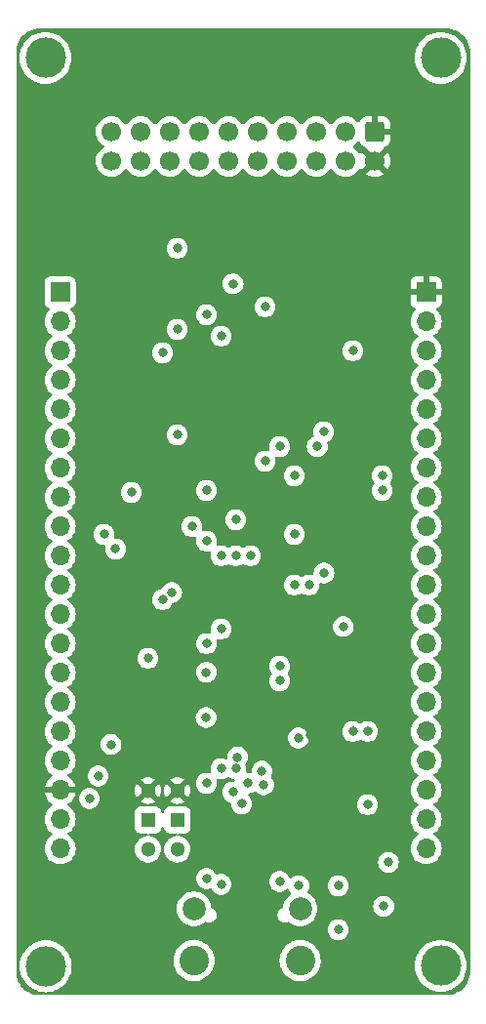
<source format=gbr>
%TF.GenerationSoftware,KiCad,Pcbnew,8.0.0*%
%TF.CreationDate,2024-03-15T17:45:11+09:00*%
%TF.ProjectId,STM32F405_dev_board,53544d33-3246-4343-9035-5f6465765f62,1.0.1*%
%TF.SameCoordinates,Original*%
%TF.FileFunction,Copper,L2,Inr*%
%TF.FilePolarity,Positive*%
%FSLAX46Y46*%
G04 Gerber Fmt 4.6, Leading zero omitted, Abs format (unit mm)*
G04 Created by KiCad (PCBNEW 8.0.0) date 2024-03-15 17:45:11*
%MOMM*%
%LPD*%
G01*
G04 APERTURE LIST*
G04 Aperture macros list*
%AMRoundRect*
0 Rectangle with rounded corners*
0 $1 Rounding radius*
0 $2 $3 $4 $5 $6 $7 $8 $9 X,Y pos of 4 corners*
0 Add a 4 corners polygon primitive as box body*
4,1,4,$2,$3,$4,$5,$6,$7,$8,$9,$2,$3,0*
0 Add four circle primitives for the rounded corners*
1,1,$1+$1,$2,$3*
1,1,$1+$1,$4,$5*
1,1,$1+$1,$6,$7*
1,1,$1+$1,$8,$9*
0 Add four rect primitives between the rounded corners*
20,1,$1+$1,$2,$3,$4,$5,0*
20,1,$1+$1,$4,$5,$6,$7,0*
20,1,$1+$1,$6,$7,$8,$9,0*
20,1,$1+$1,$8,$9,$2,$3,0*%
G04 Aperture macros list end*
%TA.AperFunction,ComponentPad*%
%ADD10R,1.300000X1.300000*%
%TD*%
%TA.AperFunction,ComponentPad*%
%ADD11C,1.300000*%
%TD*%
%TA.AperFunction,ComponentPad*%
%ADD12C,3.500000*%
%TD*%
%TA.AperFunction,ComponentPad*%
%ADD13C,2.000000*%
%TD*%
%TA.AperFunction,ComponentPad*%
%ADD14C,2.565000*%
%TD*%
%TA.AperFunction,ComponentPad*%
%ADD15RoundRect,0.250000X-0.600000X0.600000X-0.600000X-0.600000X0.600000X-0.600000X0.600000X0.600000X0*%
%TD*%
%TA.AperFunction,ComponentPad*%
%ADD16C,1.700000*%
%TD*%
%TA.AperFunction,ComponentPad*%
%ADD17R,1.700000X1.700000*%
%TD*%
%TA.AperFunction,ComponentPad*%
%ADD18O,1.700000X1.700000*%
%TD*%
%TA.AperFunction,ViaPad*%
%ADD19C,0.800000*%
%TD*%
G04 APERTURE END LIST*
D10*
%TO.N,Net-(S3-COM)*%
%TO.C,S3*%
X139700000Y-126365000D03*
D11*
%TO.N,GND*%
X139700000Y-128905000D03*
%TO.N,VCC3V3*%
X139700000Y-123825000D03*
%TD*%
D10*
%TO.N,Net-(S2-COM)*%
%TO.C,S2*%
X137160000Y-126365000D03*
D11*
%TO.N,GND*%
X137160000Y-128905000D03*
%TO.N,VCC3V3*%
X137160000Y-123825000D03*
%TD*%
D12*
%TO.N,GND*%
%TO.C,REF\u002A\u002A*%
X162560000Y-60270000D03*
%TD*%
D13*
%TO.N,GND*%
%TO.C,J6*%
X141148000Y-134057000D03*
X150368000Y-134057000D03*
D14*
X141148000Y-138557000D03*
X150368000Y-138557000D03*
%TD*%
D12*
%TO.N,GND*%
%TO.C,REF\u002A\u002A*%
X128285913Y-139053348D03*
%TD*%
%TO.N,GND*%
%TO.C,REF\u002A\u002A*%
X128270000Y-60270000D03*
%TD*%
D15*
%TO.N,VCC3V3*%
%TO.C,J1*%
X156845000Y-66675000D03*
D16*
X156845000Y-69215000D03*
%TO.N,JNTRST*%
X154305000Y-66675000D03*
%TO.N,GND*%
X154305000Y-69215000D03*
%TO.N,JTDI*%
X151765000Y-66675000D03*
%TO.N,GND*%
X151765000Y-69215000D03*
%TO.N,JTMS{slash}SWDIO*%
X149225000Y-66675000D03*
%TO.N,GND*%
X149225000Y-69215000D03*
%TO.N,JTCK{slash}SWCLK*%
X146685000Y-66675000D03*
%TO.N,GND*%
X146685000Y-69215000D03*
%TO.N,Net-(J1-RTCK)*%
X144145000Y-66675000D03*
%TO.N,GND*%
X144145000Y-69215000D03*
%TO.N,JTDO*%
X141605000Y-66675000D03*
%TO.N,GND*%
X141605000Y-69215000D03*
%TO.N,RESET*%
X139065000Y-66675000D03*
%TO.N,GND*%
X139065000Y-69215000D03*
%TO.N,Net-(J1-DBGRQ{slash}NC)*%
X136525000Y-66675000D03*
%TO.N,GND*%
X136525000Y-69215000D03*
%TO.N,Net-(J1-DBGACK{slash}NC)*%
X133985000Y-66675000D03*
%TO.N,GND*%
X133985000Y-69215000D03*
%TD*%
D17*
%TO.N,VCC3V3*%
%TO.C,J3*%
X161290000Y-80590000D03*
D18*
%TO.N,GND*%
X161290000Y-83130000D03*
%TO.N,5V*%
X161290000Y-85670000D03*
%TO.N,PC12*%
X161290000Y-88210000D03*
%TO.N,PC11*%
X161290000Y-90750000D03*
%TO.N,PC10*%
X161290000Y-93290000D03*
%TO.N,PA10{slash}USART1_RX*%
X161290000Y-95830000D03*
%TO.N,PA9{slash}USART1_TX*%
X161290000Y-98370000D03*
%TO.N,PA8*%
X161290000Y-100910000D03*
%TO.N,PC9*%
X161290000Y-103450000D03*
%TO.N,PC8*%
X161290000Y-105990000D03*
%TO.N,PC7*%
X161290000Y-108530000D03*
%TO.N,PC6*%
X161290000Y-111070000D03*
%TO.N,PB15*%
X161290000Y-113610000D03*
%TO.N,PB14*%
X161290000Y-116150000D03*
%TO.N,PB13*%
X161290000Y-118690000D03*
%TO.N,PB12*%
X161290000Y-121230000D03*
%TO.N,PB11*%
X161290000Y-123770000D03*
%TO.N,PB10*%
X161290000Y-126310000D03*
%TO.N,PB1*%
X161290000Y-128850000D03*
%TD*%
D12*
%TO.N,GND*%
%TO.C,REF\u002A\u002A*%
X162560000Y-139010000D03*
%TD*%
D17*
%TO.N,VBAT*%
%TO.C,J2*%
X129540000Y-80590000D03*
D18*
%TO.N,PB6*%
X129540000Y-83130000D03*
%TO.N,PB7*%
X129540000Y-85670000D03*
%TO.N,PB8*%
X129540000Y-88210000D03*
%TO.N,PB9*%
X129540000Y-90750000D03*
%TO.N,PC13*%
X129540000Y-93290000D03*
%TO.N,PA5*%
X129540000Y-95830000D03*
%TO.N,PA6*%
X129540000Y-98370000D03*
%TO.N,PC0*%
X129540000Y-100910000D03*
%TO.N,PC1*%
X129540000Y-103450000D03*
%TO.N,PC2*%
X129540000Y-105990000D03*
%TO.N,PC3*%
X129540000Y-108530000D03*
%TO.N,PA0*%
X129540000Y-111070000D03*
%TO.N,PA1*%
X129540000Y-113610000D03*
%TO.N,PA2*%
X129540000Y-116150000D03*
%TO.N,PA3*%
X129540000Y-118690000D03*
%TO.N,RESET*%
X129540000Y-121230000D03*
%TO.N,VCC3V3*%
X129540000Y-123770000D03*
%TO.N,GND*%
X129540000Y-126310000D03*
X129540000Y-128850000D03*
%TD*%
D19*
%TO.N,VCC3V3*%
X155575000Y-137160000D03*
%TO.N,RESET*%
X153670000Y-135890000D03*
%TO.N,OSC_IN*%
X139210270Y-106635353D03*
X140970000Y-100910000D03*
%TO.N,OSC_OUT*%
X142240000Y-102180000D03*
X142240000Y-111070000D03*
%TO.N,OSC32_IN*%
X147320000Y-95250000D03*
X142240000Y-82550000D03*
X139700000Y-83820000D03*
X152400000Y-92710000D03*
X134345500Y-102870000D03*
%TO.N,OSC32_OUT*%
X149860000Y-101600000D03*
X139700000Y-92964000D03*
X142240000Y-97790000D03*
X133350000Y-101600000D03*
X144780000Y-100330000D03*
%TO.N,PA4*%
X142240000Y-123190000D03*
X145805012Y-123181153D03*
%TO.N,PA12*%
X157480000Y-96520000D03*
%TO.N,PA11*%
X157480000Y-97790000D03*
%TO.N,JNTRST*%
X144780000Y-103450000D03*
%TO.N,JTDI*%
X139700000Y-76780000D03*
X149860000Y-105990000D03*
%TO.N,JTMS{slash}SWDIO*%
X148590000Y-93980000D03*
X152434073Y-104953220D03*
X151854500Y-93980000D03*
%TO.N,JTCK{slash}SWCLK*%
X151130000Y-105990000D03*
%TO.N,JTDO*%
X143510000Y-84400000D03*
X144546054Y-79865958D03*
X146050000Y-103450000D03*
X147320000Y-81860000D03*
%TO.N,PA5*%
X143510000Y-121920000D03*
%TO.N,PA6*%
X144780000Y-121920000D03*
%TO.N,PB11*%
X147042557Y-122132652D03*
%TO.N,PB10*%
X147197652Y-123312348D03*
%TO.N,PB1*%
X144929500Y-120920497D03*
%TO.N,BOOT0*%
X143510000Y-109800000D03*
X132080000Y-124509500D03*
%TO.N,RESET*%
X143510000Y-103450000D03*
X137160000Y-112340000D03*
X154940000Y-85670000D03*
X132842000Y-122555000D03*
%TO.N,GND*%
X142240000Y-131445000D03*
X142205000Y-117475000D03*
X142218369Y-113562009D03*
X149860000Y-96520000D03*
X154940000Y-118690000D03*
X150241000Y-132080000D03*
X153670000Y-132080000D03*
X154109124Y-109595109D03*
X133959600Y-119811800D03*
X150215600Y-119253000D03*
X135722701Y-97957299D03*
%TO.N,5V*%
X143510000Y-131953000D03*
X156210000Y-118690000D03*
X156210000Y-125040000D03*
X158025500Y-130048000D03*
X148590000Y-131699000D03*
%TO.N,VCC3V3*%
X144221200Y-115620800D03*
X143510000Y-117475000D03*
X137464800Y-103886000D03*
X150723600Y-107543600D03*
X151257000Y-118999000D03*
%TO.N,VBAT*%
X138430000Y-85852000D03*
X138430000Y-107260000D03*
%TO.N,USBDP*%
X157608396Y-133858000D03*
X144526000Y-123952000D03*
%TO.N,USBDM*%
X145288000Y-124968000D03*
%TO.N,PA10{slash}USART1_RX*%
X148590000Y-113030000D03*
%TO.N,PA9{slash}USART1_TX*%
X148590000Y-114300000D03*
%TD*%
%TA.AperFunction,Conductor*%
%TO.N,VCC3V3*%
G36*
X155532418Y-67541607D02*
G01*
X155557713Y-67585283D01*
X155560640Y-67594117D01*
X155560643Y-67594124D01*
X155652684Y-67743345D01*
X155776654Y-67867315D01*
X155925875Y-67959356D01*
X155925882Y-67959359D01*
X155998075Y-67983281D01*
X156055520Y-68023053D01*
X156082344Y-68087569D01*
X156082463Y-68098910D01*
X156715590Y-68732037D01*
X156652007Y-68749075D01*
X156537993Y-68814901D01*
X156444901Y-68907993D01*
X156379075Y-69022007D01*
X156362037Y-69085590D01*
X155730073Y-68453626D01*
X155676881Y-68529594D01*
X155622304Y-68573219D01*
X155552806Y-68580413D01*
X155490451Y-68548891D01*
X155473730Y-68529594D01*
X155343494Y-68343597D01*
X155176402Y-68176506D01*
X155176396Y-68176501D01*
X154990842Y-68046575D01*
X154947217Y-67991998D01*
X154940023Y-67922500D01*
X154971546Y-67860145D01*
X154990842Y-67843425D01*
X155013026Y-67827891D01*
X155176401Y-67713495D01*
X155343495Y-67546401D01*
X155343505Y-67546385D01*
X155345015Y-67544588D01*
X155345890Y-67544005D01*
X155347323Y-67542573D01*
X155347610Y-67542860D01*
X155403185Y-67505884D01*
X155473046Y-67504772D01*
X155532418Y-67541607D01*
G37*
%TD.AperFunction*%
%TA.AperFunction,Conductor*%
G36*
X163101121Y-57730020D02*
G01*
X163235109Y-57732409D01*
X163250528Y-57733650D01*
X163516897Y-57771948D01*
X163534184Y-57775708D01*
X163791313Y-57851209D01*
X163807887Y-57857391D01*
X163917159Y-57907293D01*
X164051659Y-57968717D01*
X164067173Y-57977188D01*
X164292628Y-58122080D01*
X164306783Y-58132676D01*
X164454851Y-58260977D01*
X164509317Y-58308172D01*
X164521827Y-58320682D01*
X164697320Y-58523212D01*
X164707921Y-58537374D01*
X164852808Y-58762821D01*
X164861284Y-58778345D01*
X164972608Y-59022112D01*
X164978791Y-59038688D01*
X165054290Y-59295814D01*
X165058051Y-59313102D01*
X165096348Y-59579463D01*
X165097590Y-59594898D01*
X165099980Y-59728877D01*
X165100000Y-59731089D01*
X165100000Y-139548910D01*
X165099980Y-139551122D01*
X165097590Y-139685101D01*
X165096348Y-139700536D01*
X165058051Y-139966897D01*
X165054290Y-139984185D01*
X164978791Y-140241311D01*
X164972608Y-140257887D01*
X164861284Y-140501654D01*
X164852805Y-140517183D01*
X164707922Y-140742624D01*
X164697320Y-140756787D01*
X164521827Y-140959317D01*
X164509317Y-140971827D01*
X164306787Y-141147320D01*
X164292624Y-141157922D01*
X164067183Y-141302805D01*
X164051654Y-141311284D01*
X163807887Y-141422608D01*
X163791311Y-141428791D01*
X163534185Y-141504290D01*
X163516897Y-141508051D01*
X163250536Y-141546348D01*
X163235101Y-141547590D01*
X163104818Y-141549914D01*
X163101120Y-141549980D01*
X163098910Y-141550000D01*
X128391842Y-141550000D01*
X128324803Y-141530315D01*
X128284184Y-141483438D01*
X128268185Y-141513158D01*
X128207062Y-141547007D01*
X128179984Y-141550000D01*
X127731090Y-141550000D01*
X127728879Y-141549980D01*
X127725015Y-141549911D01*
X127594898Y-141547590D01*
X127579463Y-141546348D01*
X127313102Y-141508051D01*
X127295814Y-141504290D01*
X127038688Y-141428791D01*
X127022112Y-141422608D01*
X126778345Y-141311284D01*
X126762821Y-141302808D01*
X126537374Y-141157921D01*
X126523212Y-141147320D01*
X126461273Y-141093650D01*
X126360722Y-141006522D01*
X126320682Y-140971827D01*
X126308172Y-140959317D01*
X126260977Y-140904851D01*
X126132676Y-140756783D01*
X126122077Y-140742624D01*
X126061334Y-140648106D01*
X125977188Y-140517173D01*
X125968715Y-140501654D01*
X125857391Y-140257887D01*
X125851208Y-140241311D01*
X125833503Y-140181015D01*
X125775708Y-139984184D01*
X125771948Y-139966897D01*
X125733651Y-139700536D01*
X125732409Y-139685109D01*
X125730020Y-139551121D01*
X125730000Y-139548910D01*
X125730000Y-139053355D01*
X126030584Y-139053355D01*
X126049877Y-139347711D01*
X126049878Y-139347721D01*
X126049879Y-139347728D01*
X126098808Y-139593716D01*
X126107431Y-139637064D01*
X126107434Y-139637078D01*
X126202262Y-139916428D01*
X126332738Y-140181008D01*
X126332742Y-140181015D01*
X126496638Y-140426303D01*
X126691154Y-140648106D01*
X126912957Y-140842622D01*
X127087604Y-140959317D01*
X127158248Y-141006520D01*
X127422836Y-141137000D01*
X127702191Y-141231829D01*
X127991533Y-141289382D01*
X128008972Y-141290525D01*
X128188094Y-141302266D01*
X128253703Y-141326293D01*
X128286698Y-141369827D01*
X128298129Y-141344797D01*
X128356907Y-141307023D01*
X128383732Y-141302266D01*
X128543764Y-141291776D01*
X128580293Y-141289382D01*
X128869635Y-141231829D01*
X129148990Y-141137000D01*
X129413578Y-141006520D01*
X129658870Y-140842621D01*
X129880671Y-140648106D01*
X130075186Y-140426305D01*
X130239085Y-140181013D01*
X130369565Y-139916425D01*
X130464394Y-139637070D01*
X130521947Y-139347728D01*
X130525794Y-139289023D01*
X130541242Y-139053355D01*
X130541242Y-139053340D01*
X130521948Y-138758984D01*
X130521947Y-138758968D01*
X130481774Y-138557004D01*
X139360000Y-138557004D01*
X139379968Y-138823478D01*
X139379968Y-138823480D01*
X139422540Y-139010000D01*
X139439436Y-139084022D01*
X139537068Y-139332784D01*
X139670685Y-139564216D01*
X139767094Y-139685109D01*
X139837306Y-139773153D01*
X139945000Y-139873077D01*
X140033200Y-139954915D01*
X140254000Y-140105453D01*
X140494770Y-140221402D01*
X140750133Y-140300171D01*
X140750134Y-140300171D01*
X140750137Y-140300172D01*
X141014375Y-140339999D01*
X141014380Y-140339999D01*
X141014383Y-140340000D01*
X141014384Y-140340000D01*
X141281616Y-140340000D01*
X141281617Y-140340000D01*
X141281624Y-140339999D01*
X141545862Y-140300172D01*
X141545863Y-140300171D01*
X141545867Y-140300171D01*
X141801230Y-140221402D01*
X142042000Y-140105453D01*
X142262800Y-139954915D01*
X142458697Y-139773149D01*
X142625315Y-139564216D01*
X142758932Y-139332784D01*
X142856564Y-139084022D01*
X142916030Y-138823488D01*
X142924112Y-138715636D01*
X142936000Y-138557004D01*
X148580000Y-138557004D01*
X148599968Y-138823478D01*
X148599968Y-138823480D01*
X148642540Y-139010000D01*
X148659436Y-139084022D01*
X148757068Y-139332784D01*
X148890685Y-139564216D01*
X148987094Y-139685109D01*
X149057306Y-139773153D01*
X149165000Y-139873077D01*
X149253200Y-139954915D01*
X149474000Y-140105453D01*
X149714770Y-140221402D01*
X149970133Y-140300171D01*
X149970134Y-140300171D01*
X149970137Y-140300172D01*
X150234375Y-140339999D01*
X150234380Y-140339999D01*
X150234383Y-140340000D01*
X150234384Y-140340000D01*
X150501616Y-140340000D01*
X150501617Y-140340000D01*
X150501624Y-140339999D01*
X150765862Y-140300172D01*
X150765863Y-140300171D01*
X150765867Y-140300171D01*
X151021230Y-140221402D01*
X151262000Y-140105453D01*
X151482800Y-139954915D01*
X151678697Y-139773149D01*
X151845315Y-139564216D01*
X151978932Y-139332784D01*
X152076564Y-139084022D01*
X152093458Y-139010007D01*
X160304671Y-139010007D01*
X160323964Y-139304363D01*
X160323965Y-139304373D01*
X160323966Y-139304380D01*
X160373045Y-139551122D01*
X160381518Y-139593716D01*
X160381521Y-139593730D01*
X160476349Y-139873080D01*
X160606825Y-140137660D01*
X160606829Y-140137667D01*
X160770725Y-140382955D01*
X160965241Y-140604758D01*
X161187044Y-140799274D01*
X161426566Y-140959317D01*
X161432335Y-140963172D01*
X161696923Y-141093652D01*
X161976278Y-141188481D01*
X162265620Y-141246034D01*
X162293888Y-141247886D01*
X162559993Y-141265329D01*
X162560000Y-141265329D01*
X162560007Y-141265329D01*
X162795675Y-141249881D01*
X162854380Y-141246034D01*
X163143722Y-141188481D01*
X163423077Y-141093652D01*
X163687665Y-140963172D01*
X163932957Y-140799273D01*
X164154758Y-140604758D01*
X164349273Y-140382957D01*
X164513172Y-140137665D01*
X164643652Y-139873077D01*
X164738481Y-139593722D01*
X164796034Y-139304380D01*
X164810477Y-139084027D01*
X164815329Y-139010007D01*
X164815329Y-139009992D01*
X164796035Y-138715636D01*
X164796034Y-138715620D01*
X164738481Y-138426278D01*
X164643652Y-138146923D01*
X164513172Y-137882336D01*
X164349273Y-137637043D01*
X164272749Y-137549784D01*
X164154758Y-137415241D01*
X163932955Y-137220725D01*
X163687667Y-137056829D01*
X163687660Y-137056825D01*
X163423080Y-136926349D01*
X163143730Y-136831521D01*
X163143724Y-136831519D01*
X163143722Y-136831519D01*
X162854380Y-136773966D01*
X162854373Y-136773965D01*
X162854363Y-136773964D01*
X162560007Y-136754671D01*
X162559993Y-136754671D01*
X162265636Y-136773964D01*
X162265624Y-136773965D01*
X162265620Y-136773966D01*
X162265612Y-136773967D01*
X162265609Y-136773968D01*
X161976283Y-136831518D01*
X161976269Y-136831521D01*
X161696919Y-136926349D01*
X161432334Y-137056828D01*
X161187041Y-137220728D01*
X160965241Y-137415241D01*
X160770728Y-137637041D01*
X160606828Y-137882334D01*
X160476349Y-138146919D01*
X160381521Y-138426269D01*
X160381518Y-138426283D01*
X160323968Y-138715609D01*
X160323964Y-138715636D01*
X160304671Y-139009992D01*
X160304671Y-139010007D01*
X152093458Y-139010007D01*
X152136030Y-138823488D01*
X152144112Y-138715636D01*
X152156000Y-138557004D01*
X152156000Y-138556995D01*
X152136031Y-138290521D01*
X152136031Y-138290519D01*
X152136030Y-138290515D01*
X152136030Y-138290512D01*
X152076564Y-138029978D01*
X151978932Y-137781216D01*
X151845315Y-137549784D01*
X151678697Y-137340851D01*
X151678696Y-137340850D01*
X151678693Y-137340846D01*
X151549232Y-137220725D01*
X151482800Y-137159085D01*
X151262000Y-137008547D01*
X151021230Y-136892598D01*
X150963754Y-136874869D01*
X150765868Y-136813829D01*
X150765862Y-136813827D01*
X150501624Y-136774000D01*
X150501617Y-136774000D01*
X150234383Y-136774000D01*
X150234375Y-136774000D01*
X149970137Y-136813827D01*
X149970131Y-136813829D01*
X149714769Y-136892598D01*
X149474003Y-137008545D01*
X149473999Y-137008547D01*
X149253202Y-137159083D01*
X149057306Y-137340846D01*
X148890685Y-137549784D01*
X148757068Y-137781215D01*
X148659438Y-138029972D01*
X148659433Y-138029989D01*
X148599968Y-138290519D01*
X148599968Y-138290521D01*
X148580000Y-138556995D01*
X148580000Y-138557004D01*
X142936000Y-138557004D01*
X142936000Y-138556995D01*
X142916031Y-138290521D01*
X142916031Y-138290519D01*
X142916030Y-138290515D01*
X142916030Y-138290512D01*
X142856564Y-138029978D01*
X142758932Y-137781216D01*
X142625315Y-137549784D01*
X142458697Y-137340851D01*
X142458696Y-137340850D01*
X142458693Y-137340846D01*
X142329232Y-137220725D01*
X142262800Y-137159085D01*
X142042000Y-137008547D01*
X141801230Y-136892598D01*
X141743754Y-136874869D01*
X141545868Y-136813829D01*
X141545862Y-136813827D01*
X141281624Y-136774000D01*
X141281617Y-136774000D01*
X141014383Y-136774000D01*
X141014375Y-136774000D01*
X140750137Y-136813827D01*
X140750131Y-136813829D01*
X140494769Y-136892598D01*
X140254003Y-137008545D01*
X140253999Y-137008547D01*
X140033202Y-137159083D01*
X139837306Y-137340846D01*
X139670685Y-137549784D01*
X139537068Y-137781215D01*
X139439438Y-138029972D01*
X139439433Y-138029989D01*
X139379968Y-138290519D01*
X139379968Y-138290521D01*
X139360000Y-138556995D01*
X139360000Y-138557004D01*
X130481774Y-138557004D01*
X130464394Y-138469626D01*
X130369565Y-138190271D01*
X130239085Y-137925684D01*
X130075186Y-137680391D01*
X130032568Y-137631795D01*
X129880671Y-137458589D01*
X129658868Y-137264073D01*
X129413580Y-137100177D01*
X129413573Y-137100173D01*
X129148993Y-136969697D01*
X128869643Y-136874869D01*
X128869637Y-136874867D01*
X128869635Y-136874867D01*
X128580293Y-136817314D01*
X128580286Y-136817313D01*
X128580276Y-136817312D01*
X128285920Y-136798019D01*
X128285906Y-136798019D01*
X127991549Y-136817312D01*
X127991537Y-136817313D01*
X127991533Y-136817314D01*
X127991525Y-136817315D01*
X127991522Y-136817316D01*
X127702196Y-136874866D01*
X127702182Y-136874869D01*
X127422832Y-136969697D01*
X127158247Y-137100176D01*
X126912954Y-137264076D01*
X126691154Y-137458589D01*
X126496641Y-137680389D01*
X126332741Y-137925682D01*
X126202262Y-138190267D01*
X126107434Y-138469617D01*
X126107431Y-138469631D01*
X126049881Y-138758957D01*
X126049877Y-138758984D01*
X126030584Y-139053340D01*
X126030584Y-139053355D01*
X125730000Y-139053355D01*
X125730000Y-135890000D01*
X152764540Y-135890000D01*
X152784326Y-136078256D01*
X152784327Y-136078259D01*
X152842818Y-136258277D01*
X152842821Y-136258284D01*
X152937467Y-136422216D01*
X153064129Y-136562888D01*
X153217265Y-136674148D01*
X153217270Y-136674151D01*
X153390192Y-136751142D01*
X153390197Y-136751144D01*
X153575354Y-136790500D01*
X153575355Y-136790500D01*
X153764644Y-136790500D01*
X153764646Y-136790500D01*
X153949803Y-136751144D01*
X154122730Y-136674151D01*
X154275871Y-136562888D01*
X154402533Y-136422216D01*
X154497179Y-136258284D01*
X154555674Y-136078256D01*
X154575460Y-135890000D01*
X154555674Y-135701744D01*
X154497179Y-135521716D01*
X154402533Y-135357784D01*
X154275871Y-135217112D01*
X154275870Y-135217111D01*
X154122734Y-135105851D01*
X154122729Y-135105848D01*
X153949807Y-135028857D01*
X153949802Y-135028855D01*
X153804001Y-134997865D01*
X153764646Y-134989500D01*
X153575354Y-134989500D01*
X153542897Y-134996398D01*
X153390197Y-135028855D01*
X153390192Y-135028857D01*
X153217270Y-135105848D01*
X153217265Y-135105851D01*
X153064129Y-135217111D01*
X152937466Y-135357785D01*
X152842821Y-135521715D01*
X152842818Y-135521722D01*
X152784327Y-135701740D01*
X152784326Y-135701744D01*
X152764540Y-135890000D01*
X125730000Y-135890000D01*
X125730000Y-134057005D01*
X139642357Y-134057005D01*
X139662890Y-134304812D01*
X139662892Y-134304824D01*
X139723936Y-134545881D01*
X139823826Y-134773606D01*
X139959833Y-134981782D01*
X139959836Y-134981785D01*
X140128256Y-135164738D01*
X140324491Y-135317474D01*
X140543190Y-135435828D01*
X140778386Y-135516571D01*
X141023665Y-135557500D01*
X141272335Y-135557500D01*
X141517614Y-135516571D01*
X141752810Y-135435828D01*
X141971509Y-135317474D01*
X142080503Y-135232639D01*
X142145494Y-135206998D01*
X142204115Y-135215932D01*
X142268256Y-135242501D01*
X142268260Y-135242501D01*
X142268261Y-135242502D01*
X142393928Y-135267500D01*
X142393931Y-135267500D01*
X142522071Y-135267500D01*
X142606615Y-135250682D01*
X142647744Y-135242501D01*
X142766127Y-135193465D01*
X142872669Y-135122276D01*
X142963276Y-135031669D01*
X143034465Y-134925127D01*
X143083501Y-134806744D01*
X143108500Y-134681069D01*
X143108500Y-134552931D01*
X143108500Y-134552928D01*
X143083502Y-134427261D01*
X143083501Y-134427260D01*
X143083501Y-134427256D01*
X143034465Y-134308873D01*
X143034464Y-134308872D01*
X143034461Y-134308866D01*
X142963276Y-134202331D01*
X142963273Y-134202327D01*
X142872672Y-134111726D01*
X142872668Y-134111723D01*
X142766133Y-134040538D01*
X142766123Y-134040533D01*
X142718109Y-134020645D01*
X142663706Y-133976804D01*
X142641986Y-133916326D01*
X142633108Y-133809179D01*
X142572063Y-133568119D01*
X142537672Y-133489716D01*
X142472173Y-133340393D01*
X142336166Y-133132217D01*
X142211556Y-132996855D01*
X142167744Y-132949262D01*
X141971509Y-132796526D01*
X141971507Y-132796525D01*
X141971506Y-132796524D01*
X141752811Y-132678172D01*
X141752802Y-132678169D01*
X141517616Y-132597429D01*
X141272335Y-132556500D01*
X141023665Y-132556500D01*
X140778383Y-132597429D01*
X140543197Y-132678169D01*
X140543188Y-132678172D01*
X140324493Y-132796524D01*
X140128257Y-132949261D01*
X139959833Y-133132217D01*
X139823826Y-133340393D01*
X139723936Y-133568118D01*
X139662892Y-133809175D01*
X139662890Y-133809187D01*
X139642357Y-134056994D01*
X139642357Y-134057005D01*
X125730000Y-134057005D01*
X125730000Y-131445000D01*
X141334540Y-131445000D01*
X141354326Y-131633256D01*
X141354327Y-131633259D01*
X141412818Y-131813277D01*
X141412821Y-131813284D01*
X141507467Y-131977216D01*
X141634129Y-132117888D01*
X141787265Y-132229148D01*
X141787270Y-132229151D01*
X141960192Y-132306142D01*
X141960197Y-132306144D01*
X142145354Y-132345500D01*
X142145355Y-132345500D01*
X142334644Y-132345500D01*
X142334646Y-132345500D01*
X142519803Y-132306144D01*
X142540534Y-132296913D01*
X142609782Y-132287628D01*
X142673059Y-132317256D01*
X142698356Y-132348192D01*
X142777467Y-132485216D01*
X142837942Y-132552380D01*
X142904129Y-132625888D01*
X143057265Y-132737148D01*
X143057270Y-132737151D01*
X143230192Y-132814142D01*
X143230197Y-132814144D01*
X143415354Y-132853500D01*
X143415355Y-132853500D01*
X143604644Y-132853500D01*
X143604646Y-132853500D01*
X143789803Y-132814144D01*
X143962730Y-132737151D01*
X144115871Y-132625888D01*
X144242533Y-132485216D01*
X144337179Y-132321284D01*
X144395674Y-132141256D01*
X144415460Y-131953000D01*
X144395674Y-131764744D01*
X144374312Y-131699000D01*
X147684540Y-131699000D01*
X147704326Y-131887256D01*
X147704327Y-131887259D01*
X147762818Y-132067277D01*
X147762821Y-132067284D01*
X147857467Y-132231216D01*
X147890821Y-132268259D01*
X147984129Y-132371888D01*
X148137265Y-132483148D01*
X148137270Y-132483151D01*
X148310192Y-132560142D01*
X148310197Y-132560144D01*
X148495354Y-132599500D01*
X148495355Y-132599500D01*
X148684644Y-132599500D01*
X148684646Y-132599500D01*
X148869803Y-132560144D01*
X149042730Y-132483151D01*
X149195871Y-132371888D01*
X149195875Y-132371883D01*
X149200700Y-132367540D01*
X149202011Y-132368996D01*
X149253546Y-132337238D01*
X149323403Y-132338560D01*
X149381456Y-132377439D01*
X149404155Y-132418536D01*
X149413819Y-132448280D01*
X149413821Y-132448284D01*
X149508467Y-132612216D01*
X149531742Y-132638065D01*
X149561972Y-132701056D01*
X149553348Y-132770392D01*
X149515756Y-132818891D01*
X149348258Y-132949260D01*
X149179833Y-133132217D01*
X149043826Y-133340393D01*
X148943936Y-133568118D01*
X148882892Y-133809175D01*
X148882890Y-133809187D01*
X148874013Y-133916324D01*
X148848860Y-133981509D01*
X148797891Y-134020645D01*
X148749872Y-134040535D01*
X148749866Y-134040538D01*
X148643331Y-134111723D01*
X148643327Y-134111726D01*
X148552726Y-134202327D01*
X148552723Y-134202331D01*
X148481538Y-134308866D01*
X148481533Y-134308875D01*
X148432499Y-134427255D01*
X148432497Y-134427261D01*
X148407500Y-134552928D01*
X148407500Y-134552931D01*
X148407500Y-134681069D01*
X148407500Y-134681071D01*
X148407499Y-134681071D01*
X148432497Y-134806738D01*
X148432499Y-134806744D01*
X148481533Y-134925124D01*
X148481538Y-134925133D01*
X148552723Y-135031668D01*
X148552726Y-135031672D01*
X148643327Y-135122273D01*
X148643331Y-135122276D01*
X148749866Y-135193461D01*
X148749872Y-135193464D01*
X148749873Y-135193465D01*
X148868256Y-135242501D01*
X148868260Y-135242501D01*
X148868261Y-135242502D01*
X148993928Y-135267500D01*
X148993931Y-135267500D01*
X149122071Y-135267500D01*
X149206615Y-135250682D01*
X149247744Y-135242501D01*
X149311885Y-135215932D01*
X149381352Y-135208464D01*
X149435495Y-135232639D01*
X149544491Y-135317474D01*
X149763190Y-135435828D01*
X149998386Y-135516571D01*
X150243665Y-135557500D01*
X150492335Y-135557500D01*
X150737614Y-135516571D01*
X150972810Y-135435828D01*
X151191509Y-135317474D01*
X151387744Y-135164738D01*
X151556164Y-134981785D01*
X151692173Y-134773607D01*
X151792063Y-134545881D01*
X151853108Y-134304821D01*
X151859616Y-134226284D01*
X151873643Y-134057005D01*
X151873643Y-134056994D01*
X151857154Y-133858000D01*
X156702936Y-133858000D01*
X156722722Y-134046256D01*
X156722723Y-134046259D01*
X156781214Y-134226277D01*
X156781217Y-134226284D01*
X156875863Y-134390216D01*
X156909219Y-134427261D01*
X157002525Y-134530888D01*
X157155661Y-134642148D01*
X157155666Y-134642151D01*
X157328588Y-134719142D01*
X157328593Y-134719144D01*
X157513750Y-134758500D01*
X157513751Y-134758500D01*
X157703040Y-134758500D01*
X157703042Y-134758500D01*
X157888199Y-134719144D01*
X158061126Y-134642151D01*
X158214267Y-134530888D01*
X158340929Y-134390216D01*
X158435575Y-134226284D01*
X158494070Y-134046256D01*
X158513856Y-133858000D01*
X158494070Y-133669744D01*
X158435575Y-133489716D01*
X158340929Y-133325784D01*
X158214267Y-133185112D01*
X158214266Y-133185111D01*
X158061130Y-133073851D01*
X158061125Y-133073848D01*
X157888203Y-132996857D01*
X157888198Y-132996855D01*
X157742397Y-132965865D01*
X157703042Y-132957500D01*
X157513750Y-132957500D01*
X157481293Y-132964398D01*
X157328593Y-132996855D01*
X157328588Y-132996857D01*
X157155666Y-133073848D01*
X157155661Y-133073851D01*
X157002525Y-133185111D01*
X156875862Y-133325785D01*
X156781217Y-133489715D01*
X156781214Y-133489722D01*
X156722723Y-133669740D01*
X156722722Y-133669744D01*
X156702936Y-133858000D01*
X151857154Y-133858000D01*
X151853109Y-133809187D01*
X151853107Y-133809175D01*
X151792063Y-133568118D01*
X151692173Y-133340393D01*
X151556166Y-133132217D01*
X151431556Y-132996855D01*
X151387744Y-132949262D01*
X151191509Y-132796526D01*
X151191508Y-132796525D01*
X151191505Y-132796523D01*
X151191503Y-132796522D01*
X151056449Y-132723435D01*
X151006858Y-132674215D01*
X150991750Y-132605999D01*
X151008079Y-132552380D01*
X151046857Y-132485214D01*
X151068179Y-132448284D01*
X151126674Y-132268256D01*
X151146460Y-132080000D01*
X152764540Y-132080000D01*
X152784326Y-132268256D01*
X152784327Y-132268259D01*
X152842818Y-132448277D01*
X152842821Y-132448284D01*
X152937467Y-132612216D01*
X153017459Y-132701056D01*
X153064129Y-132752888D01*
X153217265Y-132864148D01*
X153217270Y-132864151D01*
X153390192Y-132941142D01*
X153390197Y-132941144D01*
X153575354Y-132980500D01*
X153575355Y-132980500D01*
X153764644Y-132980500D01*
X153764646Y-132980500D01*
X153949803Y-132941144D01*
X154122730Y-132864151D01*
X154275871Y-132752888D01*
X154402533Y-132612216D01*
X154497179Y-132448284D01*
X154555674Y-132268256D01*
X154575460Y-132080000D01*
X154555674Y-131891744D01*
X154497179Y-131711716D01*
X154402533Y-131547784D01*
X154275871Y-131407112D01*
X154275870Y-131407111D01*
X154122734Y-131295851D01*
X154122729Y-131295848D01*
X153949807Y-131218857D01*
X153949802Y-131218855D01*
X153804001Y-131187865D01*
X153764646Y-131179500D01*
X153575354Y-131179500D01*
X153542897Y-131186398D01*
X153390197Y-131218855D01*
X153390192Y-131218857D01*
X153217270Y-131295848D01*
X153217265Y-131295851D01*
X153064129Y-131407111D01*
X152937466Y-131547785D01*
X152842821Y-131711715D01*
X152842818Y-131711722D01*
X152809819Y-131813284D01*
X152784326Y-131891744D01*
X152764540Y-132080000D01*
X151146460Y-132080000D01*
X151126674Y-131891744D01*
X151068179Y-131711716D01*
X150973533Y-131547784D01*
X150846871Y-131407112D01*
X150846870Y-131407111D01*
X150693734Y-131295851D01*
X150693729Y-131295848D01*
X150520807Y-131218857D01*
X150520802Y-131218855D01*
X150375001Y-131187865D01*
X150335646Y-131179500D01*
X150146354Y-131179500D01*
X150113897Y-131186398D01*
X149961197Y-131218855D01*
X149961192Y-131218857D01*
X149788270Y-131295848D01*
X149788265Y-131295851D01*
X149635129Y-131407111D01*
X149630300Y-131411460D01*
X149628994Y-131410009D01*
X149577409Y-131441773D01*
X149507552Y-131440425D01*
X149449514Y-131401525D01*
X149426844Y-131360461D01*
X149417182Y-131330724D01*
X149417180Y-131330720D01*
X149417179Y-131330716D01*
X149322533Y-131166784D01*
X149195871Y-131026112D01*
X149195870Y-131026111D01*
X149042734Y-130914851D01*
X149042729Y-130914848D01*
X148869807Y-130837857D01*
X148869802Y-130837855D01*
X148724001Y-130806865D01*
X148684646Y-130798500D01*
X148495354Y-130798500D01*
X148462897Y-130805398D01*
X148310197Y-130837855D01*
X148310192Y-130837857D01*
X148137270Y-130914848D01*
X148137265Y-130914851D01*
X147984129Y-131026111D01*
X147857466Y-131166785D01*
X147762821Y-131330715D01*
X147762818Y-131330722D01*
X147704327Y-131510740D01*
X147704326Y-131510744D01*
X147684540Y-131699000D01*
X144374312Y-131699000D01*
X144337179Y-131584716D01*
X144242533Y-131420784D01*
X144115871Y-131280112D01*
X144083708Y-131256744D01*
X143962734Y-131168851D01*
X143962729Y-131168848D01*
X143789807Y-131091857D01*
X143789802Y-131091855D01*
X143644001Y-131060865D01*
X143604646Y-131052500D01*
X143415354Y-131052500D01*
X143382897Y-131059398D01*
X143230197Y-131091855D01*
X143230191Y-131091857D01*
X143209461Y-131101087D01*
X143140211Y-131110370D01*
X143076935Y-131080740D01*
X143051642Y-131049805D01*
X142972536Y-130912788D01*
X142972534Y-130912785D01*
X142905066Y-130837855D01*
X142845871Y-130772112D01*
X142845870Y-130772111D01*
X142692734Y-130660851D01*
X142692729Y-130660848D01*
X142519807Y-130583857D01*
X142519802Y-130583855D01*
X142374001Y-130552865D01*
X142334646Y-130544500D01*
X142145354Y-130544500D01*
X142112897Y-130551398D01*
X141960197Y-130583855D01*
X141960192Y-130583857D01*
X141787270Y-130660848D01*
X141787265Y-130660851D01*
X141634129Y-130772111D01*
X141507466Y-130912785D01*
X141412821Y-131076715D01*
X141412818Y-131076722D01*
X141366636Y-131218857D01*
X141354326Y-131256744D01*
X141334540Y-131445000D01*
X125730000Y-131445000D01*
X125730000Y-128850000D01*
X128184341Y-128850000D01*
X128204936Y-129085403D01*
X128204938Y-129085413D01*
X128266094Y-129313655D01*
X128266096Y-129313659D01*
X128266097Y-129313663D01*
X128359168Y-129513253D01*
X128365965Y-129527830D01*
X128365967Y-129527834D01*
X128472316Y-129679715D01*
X128501505Y-129721401D01*
X128668599Y-129888495D01*
X128741152Y-129939297D01*
X128862165Y-130024032D01*
X128862167Y-130024033D01*
X128862170Y-130024035D01*
X129076337Y-130123903D01*
X129304592Y-130185063D01*
X129492918Y-130201539D01*
X129539999Y-130205659D01*
X129540000Y-130205659D01*
X129540001Y-130205659D01*
X129579234Y-130202226D01*
X129775408Y-130185063D01*
X130003663Y-130123903D01*
X130217830Y-130024035D01*
X130411401Y-129888495D01*
X130578495Y-129721401D01*
X130714035Y-129527830D01*
X130813903Y-129313663D01*
X130875063Y-129085408D01*
X130890847Y-128905000D01*
X136004571Y-128905000D01*
X136024244Y-129117310D01*
X136080112Y-129313664D01*
X136082596Y-129322392D01*
X136082596Y-129322394D01*
X136177632Y-129513253D01*
X136303345Y-129679722D01*
X136306128Y-129683407D01*
X136463698Y-129827052D01*
X136644981Y-129939298D01*
X136843802Y-130016321D01*
X137053390Y-130055500D01*
X137053392Y-130055500D01*
X137266608Y-130055500D01*
X137266610Y-130055500D01*
X137476198Y-130016321D01*
X137675019Y-129939298D01*
X137856302Y-129827052D01*
X138013872Y-129683407D01*
X138142366Y-129513255D01*
X138142367Y-129513253D01*
X138237403Y-129322394D01*
X138237403Y-129322393D01*
X138237405Y-129322389D01*
X138295756Y-129117310D01*
X138306529Y-129001047D01*
X138332315Y-128936111D01*
X138376869Y-128904194D01*
X138340497Y-128883331D01*
X138308307Y-128821318D01*
X138306529Y-128808951D01*
X138305849Y-128801613D01*
X138295756Y-128692690D01*
X138237405Y-128487611D01*
X138237403Y-128487606D01*
X138237403Y-128487605D01*
X138142367Y-128296746D01*
X138013872Y-128126593D01*
X137856302Y-127982948D01*
X137675019Y-127870702D01*
X137675017Y-127870701D01*
X137522215Y-127811506D01*
X137476198Y-127793679D01*
X137303456Y-127761387D01*
X137241176Y-127729719D01*
X137205903Y-127669407D01*
X137208837Y-127599599D01*
X137249046Y-127542459D01*
X137313764Y-127516128D01*
X137326234Y-127515499D01*
X137857872Y-127515499D01*
X137917483Y-127509091D01*
X138052331Y-127458796D01*
X138167546Y-127372546D01*
X138253796Y-127257331D01*
X138304091Y-127122483D01*
X138306710Y-127098115D01*
X138333445Y-127033568D01*
X138390837Y-126993719D01*
X138460662Y-126991223D01*
X138520752Y-127026874D01*
X138552028Y-127089352D01*
X138553288Y-127098116D01*
X138555907Y-127122480D01*
X138606202Y-127257328D01*
X138606206Y-127257335D01*
X138692452Y-127372544D01*
X138692455Y-127372547D01*
X138807664Y-127458793D01*
X138807671Y-127458797D01*
X138942517Y-127509091D01*
X138942516Y-127509091D01*
X138949444Y-127509835D01*
X139002127Y-127515500D01*
X139533758Y-127515499D01*
X139600795Y-127535183D01*
X139646550Y-127587987D01*
X139656494Y-127657146D01*
X139627469Y-127720702D01*
X139568691Y-127758476D01*
X139556542Y-127761388D01*
X139500116Y-127771935D01*
X139383802Y-127793679D01*
X139383800Y-127793679D01*
X139383798Y-127793680D01*
X139184982Y-127870701D01*
X139184980Y-127870702D01*
X139003699Y-127982947D01*
X138846127Y-128126593D01*
X138717632Y-128296746D01*
X138622596Y-128487605D01*
X138622596Y-128487607D01*
X138564244Y-128692689D01*
X138553471Y-128808951D01*
X138527685Y-128873888D01*
X138483130Y-128905804D01*
X138519503Y-128926668D01*
X138551693Y-128988681D01*
X138553470Y-129001047D01*
X138564244Y-129117310D01*
X138620112Y-129313664D01*
X138622596Y-129322392D01*
X138622596Y-129322394D01*
X138717632Y-129513253D01*
X138843345Y-129679722D01*
X138846128Y-129683407D01*
X139003698Y-129827052D01*
X139184981Y-129939298D01*
X139383802Y-130016321D01*
X139593390Y-130055500D01*
X139593392Y-130055500D01*
X139806608Y-130055500D01*
X139806610Y-130055500D01*
X139846731Y-130048000D01*
X157120040Y-130048000D01*
X157139826Y-130236256D01*
X157139827Y-130236259D01*
X157198318Y-130416277D01*
X157198321Y-130416284D01*
X157292967Y-130580216D01*
X157419629Y-130720888D01*
X157572765Y-130832148D01*
X157572770Y-130832151D01*
X157745692Y-130909142D01*
X157745697Y-130909144D01*
X157930854Y-130948500D01*
X157930855Y-130948500D01*
X158120144Y-130948500D01*
X158120146Y-130948500D01*
X158305303Y-130909144D01*
X158478230Y-130832151D01*
X158631371Y-130720888D01*
X158758033Y-130580216D01*
X158852679Y-130416284D01*
X158911174Y-130236256D01*
X158930960Y-130048000D01*
X158911174Y-129859744D01*
X158852679Y-129679716D01*
X158758033Y-129515784D01*
X158631371Y-129375112D01*
X158558811Y-129322394D01*
X158478234Y-129263851D01*
X158478229Y-129263848D01*
X158305307Y-129186857D01*
X158305302Y-129186855D01*
X158159501Y-129155865D01*
X158120146Y-129147500D01*
X157930854Y-129147500D01*
X157898397Y-129154398D01*
X157745697Y-129186855D01*
X157745692Y-129186857D01*
X157572770Y-129263848D01*
X157572765Y-129263851D01*
X157419629Y-129375111D01*
X157292966Y-129515785D01*
X157198321Y-129679715D01*
X157198318Y-129679722D01*
X157150448Y-129827052D01*
X157139826Y-129859744D01*
X157120040Y-130048000D01*
X139846731Y-130048000D01*
X140016198Y-130016321D01*
X140215019Y-129939298D01*
X140396302Y-129827052D01*
X140553872Y-129683407D01*
X140682366Y-129513255D01*
X140682367Y-129513253D01*
X140777403Y-129322394D01*
X140777403Y-129322393D01*
X140777405Y-129322389D01*
X140835756Y-129117310D01*
X140855429Y-128905000D01*
X140850333Y-128850000D01*
X159934341Y-128850000D01*
X159954936Y-129085403D01*
X159954938Y-129085413D01*
X160016094Y-129313655D01*
X160016096Y-129313659D01*
X160016097Y-129313663D01*
X160109168Y-129513253D01*
X160115965Y-129527830D01*
X160115967Y-129527834D01*
X160222316Y-129679715D01*
X160251505Y-129721401D01*
X160418599Y-129888495D01*
X160491152Y-129939297D01*
X160612165Y-130024032D01*
X160612167Y-130024033D01*
X160612170Y-130024035D01*
X160826337Y-130123903D01*
X161054592Y-130185063D01*
X161242918Y-130201539D01*
X161289999Y-130205659D01*
X161290000Y-130205659D01*
X161290001Y-130205659D01*
X161329234Y-130202226D01*
X161525408Y-130185063D01*
X161753663Y-130123903D01*
X161967830Y-130024035D01*
X162161401Y-129888495D01*
X162328495Y-129721401D01*
X162464035Y-129527830D01*
X162563903Y-129313663D01*
X162625063Y-129085408D01*
X162645659Y-128850000D01*
X162625063Y-128614592D01*
X162563903Y-128386337D01*
X162464035Y-128172171D01*
X162331541Y-127982948D01*
X162328494Y-127978597D01*
X162161402Y-127811506D01*
X162161396Y-127811501D01*
X161975842Y-127681575D01*
X161932217Y-127626998D01*
X161925023Y-127557500D01*
X161956546Y-127495145D01*
X161975842Y-127478425D01*
X162127051Y-127372547D01*
X162161401Y-127348495D01*
X162328495Y-127181401D01*
X162464035Y-126987830D01*
X162563903Y-126773663D01*
X162625063Y-126545408D01*
X162645659Y-126310000D01*
X162625063Y-126074592D01*
X162578588Y-125901142D01*
X162563905Y-125846344D01*
X162563904Y-125846343D01*
X162563903Y-125846337D01*
X162464035Y-125632171D01*
X162463834Y-125631883D01*
X162328494Y-125438597D01*
X162161402Y-125271506D01*
X162161396Y-125271501D01*
X161975842Y-125141575D01*
X161932217Y-125086998D01*
X161925023Y-125017500D01*
X161956546Y-124955145D01*
X161975842Y-124938425D01*
X162099635Y-124851744D01*
X162161401Y-124808495D01*
X162328495Y-124641401D01*
X162464035Y-124447830D01*
X162563903Y-124233663D01*
X162625063Y-124005408D01*
X162645659Y-123770000D01*
X162625063Y-123534592D01*
X162563903Y-123306337D01*
X162464035Y-123092171D01*
X162463115Y-123090856D01*
X162328494Y-122898597D01*
X162161402Y-122731506D01*
X162161396Y-122731501D01*
X161975842Y-122601575D01*
X161932217Y-122546998D01*
X161925023Y-122477500D01*
X161956546Y-122415145D01*
X161975842Y-122398425D01*
X162075195Y-122328857D01*
X162161401Y-122268495D01*
X162328495Y-122101401D01*
X162464035Y-121907830D01*
X162563903Y-121693663D01*
X162625063Y-121465408D01*
X162645659Y-121230000D01*
X162625063Y-120994592D01*
X162563903Y-120766337D01*
X162464035Y-120552171D01*
X162349280Y-120388282D01*
X162328494Y-120358597D01*
X162161402Y-120191506D01*
X162161396Y-120191501D01*
X161975842Y-120061575D01*
X161932217Y-120006998D01*
X161925023Y-119937500D01*
X161956546Y-119875145D01*
X161975842Y-119858425D01*
X162080398Y-119785214D01*
X162161401Y-119728495D01*
X162328495Y-119561401D01*
X162464035Y-119367830D01*
X162563903Y-119153663D01*
X162625063Y-118925408D01*
X162645659Y-118690000D01*
X162625063Y-118454592D01*
X162563903Y-118226337D01*
X162464035Y-118012171D01*
X162461676Y-118008801D01*
X162328494Y-117818597D01*
X162161402Y-117651506D01*
X162161396Y-117651501D01*
X161975842Y-117521575D01*
X161932217Y-117466998D01*
X161925023Y-117397500D01*
X161956546Y-117335145D01*
X161975842Y-117318425D01*
X162021093Y-117286740D01*
X162161401Y-117188495D01*
X162328495Y-117021401D01*
X162464035Y-116827830D01*
X162563903Y-116613663D01*
X162625063Y-116385408D01*
X162645659Y-116150000D01*
X162625063Y-115914592D01*
X162563903Y-115686337D01*
X162464035Y-115472171D01*
X162328495Y-115278599D01*
X162328494Y-115278597D01*
X162161402Y-115111506D01*
X162161396Y-115111501D01*
X161975842Y-114981575D01*
X161932217Y-114926998D01*
X161925023Y-114857500D01*
X161956546Y-114795145D01*
X161975842Y-114778425D01*
X162133149Y-114668277D01*
X162161401Y-114648495D01*
X162328495Y-114481401D01*
X162464035Y-114287830D01*
X162563903Y-114073663D01*
X162625063Y-113845408D01*
X162645659Y-113610000D01*
X162625063Y-113374592D01*
X162563903Y-113146337D01*
X162464035Y-112932171D01*
X162433892Y-112889121D01*
X162328494Y-112738597D01*
X162161402Y-112571506D01*
X162161396Y-112571501D01*
X161975842Y-112441575D01*
X161932217Y-112386998D01*
X161925023Y-112317500D01*
X161956546Y-112255145D01*
X161975842Y-112238425D01*
X162075195Y-112168857D01*
X162161401Y-112108495D01*
X162328495Y-111941401D01*
X162464035Y-111747830D01*
X162563903Y-111533663D01*
X162625063Y-111305408D01*
X162645659Y-111070000D01*
X162625063Y-110834592D01*
X162563903Y-110606337D01*
X162464035Y-110392171D01*
X162452827Y-110376163D01*
X162328494Y-110198597D01*
X162161402Y-110031506D01*
X162161396Y-110031501D01*
X161975842Y-109901575D01*
X161932217Y-109846998D01*
X161925023Y-109777500D01*
X161956546Y-109715145D01*
X161975842Y-109698425D01*
X162099635Y-109611744D01*
X162161401Y-109568495D01*
X162328495Y-109401401D01*
X162464035Y-109207830D01*
X162563903Y-108993663D01*
X162625063Y-108765408D01*
X162645659Y-108530000D01*
X162625063Y-108294592D01*
X162563903Y-108066337D01*
X162464035Y-107852171D01*
X162422055Y-107792216D01*
X162328494Y-107658597D01*
X162161402Y-107491506D01*
X162161396Y-107491501D01*
X161975842Y-107361575D01*
X161932217Y-107306998D01*
X161925023Y-107237500D01*
X161956546Y-107175145D01*
X161975842Y-107158425D01*
X162099635Y-107071744D01*
X162161401Y-107028495D01*
X162328495Y-106861401D01*
X162464035Y-106667830D01*
X162563903Y-106453663D01*
X162625063Y-106225408D01*
X162645659Y-105990000D01*
X162625063Y-105754592D01*
X162563903Y-105526337D01*
X162464035Y-105312171D01*
X162461676Y-105308801D01*
X162328494Y-105118597D01*
X162161402Y-104951506D01*
X162161396Y-104951501D01*
X161975842Y-104821575D01*
X161932217Y-104766998D01*
X161925023Y-104697500D01*
X161956546Y-104635145D01*
X161975842Y-104618425D01*
X161998026Y-104602891D01*
X162161401Y-104488495D01*
X162328495Y-104321401D01*
X162464035Y-104127830D01*
X162563903Y-103913663D01*
X162625063Y-103685408D01*
X162645659Y-103450000D01*
X162625063Y-103214592D01*
X162563903Y-102986337D01*
X162464035Y-102772171D01*
X162461676Y-102768801D01*
X162328494Y-102578597D01*
X162161402Y-102411506D01*
X162161396Y-102411501D01*
X161975842Y-102281575D01*
X161932217Y-102226998D01*
X161925023Y-102157500D01*
X161956546Y-102095145D01*
X161975842Y-102078425D01*
X162075195Y-102008857D01*
X162161401Y-101948495D01*
X162328495Y-101781401D01*
X162464035Y-101587830D01*
X162563903Y-101373663D01*
X162625063Y-101145408D01*
X162645659Y-100910000D01*
X162625063Y-100674592D01*
X162563903Y-100446337D01*
X162464035Y-100232171D01*
X162389590Y-100125851D01*
X162328494Y-100038597D01*
X162161402Y-99871506D01*
X162161396Y-99871501D01*
X161975842Y-99741575D01*
X161932217Y-99686998D01*
X161925023Y-99617500D01*
X161956546Y-99555145D01*
X161975842Y-99538425D01*
X162075195Y-99468857D01*
X162161401Y-99408495D01*
X162328495Y-99241401D01*
X162464035Y-99047830D01*
X162563903Y-98833663D01*
X162625063Y-98605408D01*
X162645659Y-98370000D01*
X162625063Y-98134592D01*
X162563903Y-97906337D01*
X162464035Y-97692171D01*
X162328495Y-97498599D01*
X162328494Y-97498597D01*
X162161402Y-97331506D01*
X162161396Y-97331501D01*
X161975842Y-97201575D01*
X161932217Y-97146998D01*
X161925023Y-97077500D01*
X161956546Y-97015145D01*
X161975842Y-96998425D01*
X162075195Y-96928857D01*
X162161401Y-96868495D01*
X162328495Y-96701401D01*
X162464035Y-96507830D01*
X162563903Y-96293663D01*
X162625063Y-96065408D01*
X162645659Y-95830000D01*
X162625063Y-95594592D01*
X162563903Y-95366337D01*
X162464035Y-95152171D01*
X162400717Y-95061742D01*
X162328494Y-94958597D01*
X162161402Y-94791506D01*
X162161396Y-94791501D01*
X161975842Y-94661575D01*
X161932217Y-94606998D01*
X161925023Y-94537500D01*
X161956546Y-94475145D01*
X161975842Y-94458425D01*
X162075195Y-94388857D01*
X162161401Y-94328495D01*
X162328495Y-94161401D01*
X162464035Y-93967830D01*
X162563903Y-93753663D01*
X162625063Y-93525408D01*
X162645659Y-93290000D01*
X162625063Y-93054592D01*
X162563903Y-92826337D01*
X162464035Y-92612171D01*
X162452518Y-92595722D01*
X162328494Y-92418597D01*
X162161402Y-92251506D01*
X162161396Y-92251501D01*
X161975842Y-92121575D01*
X161932217Y-92066998D01*
X161925023Y-91997500D01*
X161956546Y-91935145D01*
X161975842Y-91918425D01*
X162075195Y-91848857D01*
X162161401Y-91788495D01*
X162328495Y-91621401D01*
X162464035Y-91427830D01*
X162563903Y-91213663D01*
X162625063Y-90985408D01*
X162645659Y-90750000D01*
X162625063Y-90514592D01*
X162563903Y-90286337D01*
X162464035Y-90072171D01*
X162328495Y-89878599D01*
X162328494Y-89878597D01*
X162161402Y-89711506D01*
X162161396Y-89711501D01*
X161975842Y-89581575D01*
X161932217Y-89526998D01*
X161925023Y-89457500D01*
X161956546Y-89395145D01*
X161975842Y-89378425D01*
X161998026Y-89362891D01*
X162161401Y-89248495D01*
X162328495Y-89081401D01*
X162464035Y-88887830D01*
X162563903Y-88673663D01*
X162625063Y-88445408D01*
X162645659Y-88210000D01*
X162625063Y-87974592D01*
X162563903Y-87746337D01*
X162464035Y-87532171D01*
X162328495Y-87338599D01*
X162328494Y-87338597D01*
X162161402Y-87171506D01*
X162161396Y-87171501D01*
X161975842Y-87041575D01*
X161932217Y-86986998D01*
X161925023Y-86917500D01*
X161956546Y-86855145D01*
X161975842Y-86838425D01*
X162098555Y-86752500D01*
X162161401Y-86708495D01*
X162328495Y-86541401D01*
X162464035Y-86347830D01*
X162563903Y-86133663D01*
X162625063Y-85905408D01*
X162645659Y-85670000D01*
X162625063Y-85434592D01*
X162563903Y-85206337D01*
X162464035Y-84992171D01*
X162463115Y-84990856D01*
X162328494Y-84798597D01*
X162161402Y-84631506D01*
X162161396Y-84631501D01*
X161975842Y-84501575D01*
X161932217Y-84446998D01*
X161925023Y-84377500D01*
X161956546Y-84315145D01*
X161975842Y-84298425D01*
X162099635Y-84211744D01*
X162161401Y-84168495D01*
X162328495Y-84001401D01*
X162464035Y-83807830D01*
X162563903Y-83593663D01*
X162625063Y-83365408D01*
X162645659Y-83130000D01*
X162625063Y-82894592D01*
X162563903Y-82666337D01*
X162464035Y-82452171D01*
X162422054Y-82392216D01*
X162328496Y-82258600D01*
X162298173Y-82228277D01*
X162206179Y-82136283D01*
X162172696Y-82074963D01*
X162177680Y-82005271D01*
X162219551Y-81949337D01*
X162250529Y-81932422D01*
X162382086Y-81883354D01*
X162382093Y-81883350D01*
X162497187Y-81797190D01*
X162497190Y-81797187D01*
X162583350Y-81682093D01*
X162583354Y-81682086D01*
X162633596Y-81547379D01*
X162633598Y-81547372D01*
X162639999Y-81487844D01*
X162640000Y-81487827D01*
X162640000Y-80840000D01*
X161723012Y-80840000D01*
X161755925Y-80782993D01*
X161790000Y-80655826D01*
X161790000Y-80524174D01*
X161755925Y-80397007D01*
X161723012Y-80340000D01*
X162640000Y-80340000D01*
X162640000Y-79692172D01*
X162639999Y-79692155D01*
X162633598Y-79632627D01*
X162633596Y-79632620D01*
X162583354Y-79497913D01*
X162583350Y-79497906D01*
X162497190Y-79382812D01*
X162497187Y-79382809D01*
X162382093Y-79296649D01*
X162382086Y-79296645D01*
X162247379Y-79246403D01*
X162247372Y-79246401D01*
X162187844Y-79240000D01*
X161540000Y-79240000D01*
X161540000Y-80156988D01*
X161482993Y-80124075D01*
X161355826Y-80090000D01*
X161224174Y-80090000D01*
X161097007Y-80124075D01*
X161040000Y-80156988D01*
X161040000Y-79240000D01*
X160392155Y-79240000D01*
X160332627Y-79246401D01*
X160332620Y-79246403D01*
X160197913Y-79296645D01*
X160197906Y-79296649D01*
X160082812Y-79382809D01*
X160082809Y-79382812D01*
X159996649Y-79497906D01*
X159996645Y-79497913D01*
X159946403Y-79632620D01*
X159946401Y-79632627D01*
X159940000Y-79692155D01*
X159940000Y-80340000D01*
X160856988Y-80340000D01*
X160824075Y-80397007D01*
X160790000Y-80524174D01*
X160790000Y-80655826D01*
X160824075Y-80782993D01*
X160856988Y-80840000D01*
X159940000Y-80840000D01*
X159940000Y-81487844D01*
X159946401Y-81547372D01*
X159946403Y-81547379D01*
X159996645Y-81682086D01*
X159996649Y-81682093D01*
X160082809Y-81797187D01*
X160082812Y-81797190D01*
X160197906Y-81883350D01*
X160197913Y-81883354D01*
X160329470Y-81932421D01*
X160385403Y-81974292D01*
X160409821Y-82039756D01*
X160394970Y-82108029D01*
X160373819Y-82136284D01*
X160251503Y-82258600D01*
X160115965Y-82452169D01*
X160115964Y-82452171D01*
X160016098Y-82666335D01*
X160016094Y-82666344D01*
X159954938Y-82894586D01*
X159954936Y-82894596D01*
X159934341Y-83129999D01*
X159934341Y-83130000D01*
X159954936Y-83365403D01*
X159954938Y-83365413D01*
X160016094Y-83593655D01*
X160016096Y-83593659D01*
X160016097Y-83593663D01*
X160115965Y-83807830D01*
X160115967Y-83807834D01*
X160251501Y-84001395D01*
X160251506Y-84001402D01*
X160418597Y-84168493D01*
X160418603Y-84168498D01*
X160604158Y-84298425D01*
X160647783Y-84353002D01*
X160654977Y-84422500D01*
X160623454Y-84484855D01*
X160604158Y-84501575D01*
X160418597Y-84631505D01*
X160251505Y-84798597D01*
X160115965Y-84992169D01*
X160115964Y-84992171D01*
X160016098Y-85206335D01*
X160016094Y-85206344D01*
X159954938Y-85434586D01*
X159954936Y-85434596D01*
X159934341Y-85669999D01*
X159934341Y-85670000D01*
X159954936Y-85905403D01*
X159954938Y-85905413D01*
X160016094Y-86133655D01*
X160016096Y-86133659D01*
X160016097Y-86133663D01*
X160048063Y-86202214D01*
X160115965Y-86347830D01*
X160115967Y-86347834D01*
X160190412Y-86454151D01*
X160239942Y-86524888D01*
X160251501Y-86541395D01*
X160251506Y-86541402D01*
X160418597Y-86708493D01*
X160418603Y-86708498D01*
X160604158Y-86838425D01*
X160647783Y-86893002D01*
X160654977Y-86962500D01*
X160623454Y-87024855D01*
X160604158Y-87041575D01*
X160418597Y-87171505D01*
X160251505Y-87338597D01*
X160115965Y-87532169D01*
X160115964Y-87532171D01*
X160016098Y-87746335D01*
X160016094Y-87746344D01*
X159954938Y-87974586D01*
X159954936Y-87974596D01*
X159934341Y-88209999D01*
X159934341Y-88210000D01*
X159954936Y-88445403D01*
X159954938Y-88445413D01*
X160016094Y-88673655D01*
X160016096Y-88673659D01*
X160016097Y-88673663D01*
X160115965Y-88887830D01*
X160115967Y-88887834D01*
X160251501Y-89081395D01*
X160251506Y-89081402D01*
X160418597Y-89248493D01*
X160418603Y-89248498D01*
X160604158Y-89378425D01*
X160647783Y-89433002D01*
X160654977Y-89502500D01*
X160623454Y-89564855D01*
X160604158Y-89581575D01*
X160418597Y-89711505D01*
X160251505Y-89878597D01*
X160115965Y-90072169D01*
X160115964Y-90072171D01*
X160016098Y-90286335D01*
X160016094Y-90286344D01*
X159954938Y-90514586D01*
X159954936Y-90514596D01*
X159934341Y-90749999D01*
X159934341Y-90750000D01*
X159954936Y-90985403D01*
X159954938Y-90985413D01*
X160016094Y-91213655D01*
X160016096Y-91213659D01*
X160016097Y-91213663D01*
X160115965Y-91427830D01*
X160115967Y-91427834D01*
X160251501Y-91621395D01*
X160251506Y-91621402D01*
X160418597Y-91788493D01*
X160418603Y-91788498D01*
X160604158Y-91918425D01*
X160647783Y-91973002D01*
X160654977Y-92042500D01*
X160623454Y-92104855D01*
X160604158Y-92121575D01*
X160418597Y-92251505D01*
X160251505Y-92418597D01*
X160115965Y-92612169D01*
X160115964Y-92612171D01*
X160016098Y-92826335D01*
X160016094Y-92826344D01*
X159954938Y-93054586D01*
X159954936Y-93054596D01*
X159934341Y-93289999D01*
X159934341Y-93290000D01*
X159954936Y-93525403D01*
X159954938Y-93525413D01*
X160016094Y-93753655D01*
X160016096Y-93753659D01*
X160016097Y-93753663D01*
X160115965Y-93967830D01*
X160115967Y-93967834D01*
X160251501Y-94161395D01*
X160251506Y-94161402D01*
X160418597Y-94328493D01*
X160418603Y-94328498D01*
X160604158Y-94458425D01*
X160647783Y-94513002D01*
X160654977Y-94582500D01*
X160623454Y-94644855D01*
X160604158Y-94661575D01*
X160418597Y-94791505D01*
X160251505Y-94958597D01*
X160115965Y-95152169D01*
X160115964Y-95152171D01*
X160016098Y-95366335D01*
X160016094Y-95366344D01*
X159954938Y-95594586D01*
X159954936Y-95594596D01*
X159934341Y-95829999D01*
X159934341Y-95830000D01*
X159954936Y-96065403D01*
X159954938Y-96065413D01*
X160016094Y-96293655D01*
X160016096Y-96293659D01*
X160016097Y-96293663D01*
X160033853Y-96331740D01*
X160115965Y-96507830D01*
X160115967Y-96507834D01*
X160251501Y-96701395D01*
X160251506Y-96701402D01*
X160418597Y-96868493D01*
X160418603Y-96868498D01*
X160604158Y-96998425D01*
X160647783Y-97053002D01*
X160654977Y-97122500D01*
X160623454Y-97184855D01*
X160604158Y-97201575D01*
X160418597Y-97331505D01*
X160251505Y-97498597D01*
X160115965Y-97692169D01*
X160115964Y-97692171D01*
X160016098Y-97906335D01*
X160016094Y-97906344D01*
X159954938Y-98134586D01*
X159954936Y-98134596D01*
X159934341Y-98369999D01*
X159934341Y-98370000D01*
X159954936Y-98605403D01*
X159954938Y-98605413D01*
X160016094Y-98833655D01*
X160016096Y-98833659D01*
X160016097Y-98833663D01*
X160027352Y-98857799D01*
X160115965Y-99047830D01*
X160115967Y-99047834D01*
X160251501Y-99241395D01*
X160251506Y-99241402D01*
X160418597Y-99408493D01*
X160418603Y-99408498D01*
X160604158Y-99538425D01*
X160647783Y-99593002D01*
X160654977Y-99662500D01*
X160623454Y-99724855D01*
X160604158Y-99741575D01*
X160418597Y-99871505D01*
X160251505Y-100038597D01*
X160115965Y-100232169D01*
X160115964Y-100232171D01*
X160016098Y-100446335D01*
X160016094Y-100446344D01*
X159954938Y-100674586D01*
X159954936Y-100674596D01*
X159934341Y-100909999D01*
X159934341Y-100910000D01*
X159954936Y-101145403D01*
X159954938Y-101145413D01*
X160016094Y-101373655D01*
X160016096Y-101373659D01*
X160016097Y-101373663D01*
X160113661Y-101582888D01*
X160115965Y-101587830D01*
X160115967Y-101587834D01*
X160251501Y-101781395D01*
X160251506Y-101781402D01*
X160418597Y-101948493D01*
X160418603Y-101948498D01*
X160604158Y-102078425D01*
X160647783Y-102133002D01*
X160654977Y-102202500D01*
X160623454Y-102264855D01*
X160604158Y-102281575D01*
X160418597Y-102411505D01*
X160251505Y-102578597D01*
X160115965Y-102772169D01*
X160115964Y-102772171D01*
X160016098Y-102986335D01*
X160016094Y-102986344D01*
X159954938Y-103214586D01*
X159954936Y-103214596D01*
X159934341Y-103449999D01*
X159934341Y-103450000D01*
X159954936Y-103685403D01*
X159954938Y-103685413D01*
X160016094Y-103913655D01*
X160016096Y-103913659D01*
X160016097Y-103913663D01*
X160048063Y-103982214D01*
X160115965Y-104127830D01*
X160115967Y-104127834D01*
X160251501Y-104321395D01*
X160251506Y-104321402D01*
X160418597Y-104488493D01*
X160418603Y-104488498D01*
X160604158Y-104618425D01*
X160647783Y-104673002D01*
X160654977Y-104742500D01*
X160623454Y-104804855D01*
X160604158Y-104821575D01*
X160418597Y-104951505D01*
X160251505Y-105118597D01*
X160115965Y-105312169D01*
X160115964Y-105312171D01*
X160016098Y-105526335D01*
X160016094Y-105526344D01*
X159954938Y-105754586D01*
X159954936Y-105754596D01*
X159934341Y-105989999D01*
X159934341Y-105990000D01*
X159954936Y-106225403D01*
X159954938Y-106225413D01*
X160016094Y-106453655D01*
X160016096Y-106453659D01*
X160016097Y-106453663D01*
X160098575Y-106630537D01*
X160115965Y-106667830D01*
X160115967Y-106667834D01*
X160251501Y-106861395D01*
X160251506Y-106861402D01*
X160418597Y-107028493D01*
X160418603Y-107028498D01*
X160604158Y-107158425D01*
X160647783Y-107213002D01*
X160654977Y-107282500D01*
X160623454Y-107344855D01*
X160604158Y-107361575D01*
X160418597Y-107491505D01*
X160251505Y-107658597D01*
X160115965Y-107852169D01*
X160115964Y-107852171D01*
X160016098Y-108066335D01*
X160016094Y-108066344D01*
X159954938Y-108294586D01*
X159954936Y-108294596D01*
X159934341Y-108529999D01*
X159934341Y-108530000D01*
X159954936Y-108765403D01*
X159954938Y-108765413D01*
X160016094Y-108993655D01*
X160016096Y-108993659D01*
X160016097Y-108993663D01*
X160115965Y-109207830D01*
X160115967Y-109207834D01*
X160251501Y-109401395D01*
X160251506Y-109401402D01*
X160418597Y-109568493D01*
X160418603Y-109568498D01*
X160604158Y-109698425D01*
X160647783Y-109753002D01*
X160654977Y-109822500D01*
X160623454Y-109884855D01*
X160604158Y-109901575D01*
X160418597Y-110031505D01*
X160251505Y-110198597D01*
X160115965Y-110392169D01*
X160115964Y-110392171D01*
X160016098Y-110606335D01*
X160016094Y-110606344D01*
X159954938Y-110834586D01*
X159954936Y-110834596D01*
X159934341Y-111069999D01*
X159934341Y-111070000D01*
X159954936Y-111305403D01*
X159954938Y-111305413D01*
X160016094Y-111533655D01*
X160016096Y-111533659D01*
X160016097Y-111533663D01*
X160113661Y-111742888D01*
X160115965Y-111747830D01*
X160115967Y-111747834D01*
X160251501Y-111941395D01*
X160251506Y-111941402D01*
X160418597Y-112108493D01*
X160418603Y-112108498D01*
X160604158Y-112238425D01*
X160647783Y-112293002D01*
X160654977Y-112362500D01*
X160623454Y-112424855D01*
X160604158Y-112441575D01*
X160418597Y-112571505D01*
X160251505Y-112738597D01*
X160115965Y-112932169D01*
X160115964Y-112932171D01*
X160016098Y-113146335D01*
X160016094Y-113146344D01*
X159954938Y-113374586D01*
X159954936Y-113374596D01*
X159934341Y-113609999D01*
X159934341Y-113610000D01*
X159954936Y-113845403D01*
X159954938Y-113845413D01*
X160016094Y-114073655D01*
X160016096Y-114073659D01*
X160016097Y-114073663D01*
X160033853Y-114111740D01*
X160115965Y-114287830D01*
X160115967Y-114287834D01*
X160251501Y-114481395D01*
X160251506Y-114481402D01*
X160418597Y-114648493D01*
X160418603Y-114648498D01*
X160604158Y-114778425D01*
X160647783Y-114833002D01*
X160654977Y-114902500D01*
X160623454Y-114964855D01*
X160604158Y-114981575D01*
X160418597Y-115111505D01*
X160251505Y-115278597D01*
X160115965Y-115472169D01*
X160115964Y-115472171D01*
X160016098Y-115686335D01*
X160016094Y-115686344D01*
X159954938Y-115914586D01*
X159954936Y-115914596D01*
X159934341Y-116149999D01*
X159934341Y-116150000D01*
X159954936Y-116385403D01*
X159954938Y-116385413D01*
X160016094Y-116613655D01*
X160016096Y-116613659D01*
X160016097Y-116613663D01*
X160115965Y-116827830D01*
X160115967Y-116827834D01*
X160251501Y-117021395D01*
X160251506Y-117021402D01*
X160418597Y-117188493D01*
X160418603Y-117188498D01*
X160604158Y-117318425D01*
X160647783Y-117373002D01*
X160654977Y-117442500D01*
X160623454Y-117504855D01*
X160604158Y-117521575D01*
X160418597Y-117651505D01*
X160251505Y-117818597D01*
X160115965Y-118012169D01*
X160115964Y-118012171D01*
X160016098Y-118226335D01*
X160016094Y-118226344D01*
X159954938Y-118454586D01*
X159954936Y-118454596D01*
X159934341Y-118689999D01*
X159934341Y-118690000D01*
X159954936Y-118925403D01*
X159954938Y-118925413D01*
X160016094Y-119153655D01*
X160016096Y-119153659D01*
X160016097Y-119153663D01*
X160048063Y-119222214D01*
X160115965Y-119367830D01*
X160115967Y-119367834D01*
X160251501Y-119561395D01*
X160251506Y-119561402D01*
X160418597Y-119728493D01*
X160418603Y-119728498D01*
X160604158Y-119858425D01*
X160647783Y-119913002D01*
X160654977Y-119982500D01*
X160623454Y-120044855D01*
X160604158Y-120061575D01*
X160418597Y-120191505D01*
X160251505Y-120358597D01*
X160115965Y-120552169D01*
X160115964Y-120552171D01*
X160016098Y-120766335D01*
X160016094Y-120766344D01*
X159954938Y-120994586D01*
X159954936Y-120994596D01*
X159934341Y-121229999D01*
X159934341Y-121230000D01*
X159954936Y-121465403D01*
X159954938Y-121465413D01*
X160016094Y-121693655D01*
X160016096Y-121693659D01*
X160016097Y-121693663D01*
X160115965Y-121907830D01*
X160115967Y-121907834D01*
X160251501Y-122101395D01*
X160251506Y-122101402D01*
X160418597Y-122268493D01*
X160418603Y-122268498D01*
X160604158Y-122398425D01*
X160647783Y-122453002D01*
X160654977Y-122522500D01*
X160623454Y-122584855D01*
X160604158Y-122601575D01*
X160418597Y-122731505D01*
X160251505Y-122898597D01*
X160115965Y-123092169D01*
X160115964Y-123092171D01*
X160016098Y-123306335D01*
X160016094Y-123306344D01*
X159954938Y-123534586D01*
X159954936Y-123534596D01*
X159934341Y-123769999D01*
X159934341Y-123770000D01*
X159954936Y-124005403D01*
X159954938Y-124005413D01*
X160016094Y-124233655D01*
X160016096Y-124233659D01*
X160016097Y-124233663D01*
X160109043Y-124432985D01*
X160115965Y-124447830D01*
X160115967Y-124447834D01*
X160222316Y-124599715D01*
X160239942Y-124624888D01*
X160251501Y-124641395D01*
X160251506Y-124641402D01*
X160418597Y-124808493D01*
X160418603Y-124808498D01*
X160604158Y-124938425D01*
X160647783Y-124993002D01*
X160654977Y-125062500D01*
X160623454Y-125124855D01*
X160604158Y-125141575D01*
X160418597Y-125271505D01*
X160251505Y-125438597D01*
X160115965Y-125632169D01*
X160115964Y-125632171D01*
X160016098Y-125846335D01*
X160016094Y-125846344D01*
X159954938Y-126074586D01*
X159954936Y-126074596D01*
X159934341Y-126309999D01*
X159934341Y-126310000D01*
X159954936Y-126545403D01*
X159954938Y-126545413D01*
X160016094Y-126773655D01*
X160016096Y-126773659D01*
X160016097Y-126773663D01*
X160115965Y-126987830D01*
X160115967Y-126987834D01*
X160251501Y-127181395D01*
X160251506Y-127181402D01*
X160418597Y-127348493D01*
X160418603Y-127348498D01*
X160604158Y-127478425D01*
X160647783Y-127533002D01*
X160654977Y-127602500D01*
X160623454Y-127664855D01*
X160604158Y-127681575D01*
X160418597Y-127811505D01*
X160251505Y-127978597D01*
X160115965Y-128172169D01*
X160115964Y-128172171D01*
X160016098Y-128386335D01*
X160016094Y-128386344D01*
X159954938Y-128614586D01*
X159954936Y-128614596D01*
X159934341Y-128849999D01*
X159934341Y-128850000D01*
X140850333Y-128850000D01*
X140835756Y-128692690D01*
X140777405Y-128487611D01*
X140777403Y-128487606D01*
X140777403Y-128487605D01*
X140682367Y-128296746D01*
X140553872Y-128126593D01*
X140396302Y-127982948D01*
X140215019Y-127870702D01*
X140215017Y-127870701D01*
X140062215Y-127811506D01*
X140016198Y-127793679D01*
X139843456Y-127761387D01*
X139781176Y-127729719D01*
X139745903Y-127669407D01*
X139748837Y-127599599D01*
X139789046Y-127542459D01*
X139853764Y-127516128D01*
X139866234Y-127515499D01*
X140397872Y-127515499D01*
X140457483Y-127509091D01*
X140592331Y-127458796D01*
X140707546Y-127372546D01*
X140793796Y-127257331D01*
X140844091Y-127122483D01*
X140850500Y-127062873D01*
X140850499Y-125667128D01*
X140844091Y-125607517D01*
X140804070Y-125500216D01*
X140793797Y-125472671D01*
X140793793Y-125472664D01*
X140707547Y-125357455D01*
X140707544Y-125357452D01*
X140592335Y-125271206D01*
X140592328Y-125271202D01*
X140457482Y-125220908D01*
X140457483Y-125220908D01*
X140397883Y-125214501D01*
X140397881Y-125214500D01*
X140397873Y-125214500D01*
X140397865Y-125214500D01*
X139863521Y-125214500D01*
X139796482Y-125194815D01*
X139750727Y-125142011D01*
X139740783Y-125072853D01*
X139769808Y-125009297D01*
X139828586Y-124971523D01*
X139840736Y-124968611D01*
X140016058Y-124935837D01*
X140016063Y-124935836D01*
X140214791Y-124858849D01*
X140214798Y-124858846D01*
X140317006Y-124795560D01*
X140317006Y-124795559D01*
X139746448Y-124225000D01*
X139752661Y-124225000D01*
X139854394Y-124197741D01*
X139945606Y-124145080D01*
X140020080Y-124070606D01*
X140072741Y-123979394D01*
X140100000Y-123877661D01*
X140100000Y-123871447D01*
X140673162Y-124444609D01*
X140673163Y-124444609D01*
X140681940Y-124432988D01*
X140681942Y-124432985D01*
X140776933Y-124242216D01*
X140776941Y-124242196D01*
X140835261Y-124037219D01*
X140835262Y-124037216D01*
X140854927Y-123825000D01*
X140854927Y-123824999D01*
X140835262Y-123612783D01*
X140835261Y-123612780D01*
X140776941Y-123407803D01*
X140776933Y-123407783D01*
X140681942Y-123217014D01*
X140681937Y-123217006D01*
X140673163Y-123205389D01*
X140100000Y-123778552D01*
X140100000Y-123772339D01*
X140072741Y-123670606D01*
X140020080Y-123579394D01*
X139945606Y-123504920D01*
X139854394Y-123452259D01*
X139752661Y-123425000D01*
X139746448Y-123425000D01*
X139981447Y-123190000D01*
X141334540Y-123190000D01*
X141354326Y-123378256D01*
X141354327Y-123378259D01*
X141412818Y-123558277D01*
X141412821Y-123558284D01*
X141507467Y-123722216D01*
X141600198Y-123825204D01*
X141634129Y-123862888D01*
X141787265Y-123974148D01*
X141787270Y-123974151D01*
X141960192Y-124051142D01*
X141960197Y-124051144D01*
X142145354Y-124090500D01*
X142145355Y-124090500D01*
X142334644Y-124090500D01*
X142334646Y-124090500D01*
X142519803Y-124051144D01*
X142692730Y-123974151D01*
X142845871Y-123862888D01*
X142972533Y-123722216D01*
X143067179Y-123558284D01*
X143125674Y-123378256D01*
X143145460Y-123190000D01*
X143125674Y-123001744D01*
X143107292Y-122945173D01*
X143105298Y-122875335D01*
X143141378Y-122815502D01*
X143204078Y-122784673D01*
X143251005Y-122785567D01*
X143302752Y-122796566D01*
X143415354Y-122820500D01*
X143415355Y-122820500D01*
X143604644Y-122820500D01*
X143604646Y-122820500D01*
X143789803Y-122781144D01*
X143962730Y-122704151D01*
X144072117Y-122624676D01*
X144137920Y-122601198D01*
X144205974Y-122617023D01*
X144217871Y-122624668D01*
X144317560Y-122697096D01*
X144327270Y-122704151D01*
X144500192Y-122781142D01*
X144500193Y-122781142D01*
X144500197Y-122781144D01*
X144604419Y-122803297D01*
X144618124Y-122806210D01*
X144679606Y-122839402D01*
X144713383Y-122900565D01*
X144708731Y-122970280D01*
X144667127Y-123026412D01*
X144601779Y-123051141D01*
X144592344Y-123051500D01*
X144431354Y-123051500D01*
X144398897Y-123058398D01*
X144246197Y-123090855D01*
X144246192Y-123090857D01*
X144073270Y-123167848D01*
X144073265Y-123167851D01*
X143920129Y-123279111D01*
X143793466Y-123419785D01*
X143698821Y-123583715D01*
X143698818Y-123583722D01*
X143640327Y-123763740D01*
X143640326Y-123763744D01*
X143620540Y-123952000D01*
X143640326Y-124140256D01*
X143640327Y-124140259D01*
X143698818Y-124320277D01*
X143698821Y-124320284D01*
X143793467Y-124484216D01*
X143920129Y-124624888D01*
X144073265Y-124736148D01*
X144073270Y-124736151D01*
X144246191Y-124813142D01*
X144246193Y-124813142D01*
X144246197Y-124813144D01*
X144286271Y-124821661D01*
X144347750Y-124854852D01*
X144381528Y-124916014D01*
X144383810Y-124955907D01*
X144382540Y-124967995D01*
X144382540Y-124967997D01*
X144382540Y-124968000D01*
X144402326Y-125156256D01*
X144402327Y-125156259D01*
X144460818Y-125336277D01*
X144460821Y-125336284D01*
X144555467Y-125500216D01*
X144652081Y-125607516D01*
X144682129Y-125640888D01*
X144835265Y-125752148D01*
X144835270Y-125752151D01*
X145008192Y-125829142D01*
X145008197Y-125829144D01*
X145193354Y-125868500D01*
X145193355Y-125868500D01*
X145382644Y-125868500D01*
X145382646Y-125868500D01*
X145567803Y-125829144D01*
X145740730Y-125752151D01*
X145893871Y-125640888D01*
X146020533Y-125500216D01*
X146115179Y-125336284D01*
X146173674Y-125156256D01*
X146185893Y-125040000D01*
X155304540Y-125040000D01*
X155324326Y-125228256D01*
X155324327Y-125228259D01*
X155382818Y-125408277D01*
X155382821Y-125408284D01*
X155477467Y-125572216D01*
X155562933Y-125667135D01*
X155604129Y-125712888D01*
X155757265Y-125824148D01*
X155757270Y-125824151D01*
X155930192Y-125901142D01*
X155930197Y-125901144D01*
X156115354Y-125940500D01*
X156115355Y-125940500D01*
X156304644Y-125940500D01*
X156304646Y-125940500D01*
X156489803Y-125901144D01*
X156662730Y-125824151D01*
X156815871Y-125712888D01*
X156942533Y-125572216D01*
X157037179Y-125408284D01*
X157095674Y-125228256D01*
X157115460Y-125040000D01*
X157095674Y-124851744D01*
X157037179Y-124671716D01*
X156942533Y-124507784D01*
X156815871Y-124367112D01*
X156815870Y-124367111D01*
X156662734Y-124255851D01*
X156662729Y-124255848D01*
X156489807Y-124178857D01*
X156489802Y-124178855D01*
X156312747Y-124141222D01*
X156304646Y-124139500D01*
X156115354Y-124139500D01*
X156107253Y-124141222D01*
X155930197Y-124178855D01*
X155930192Y-124178857D01*
X155757270Y-124255848D01*
X155757265Y-124255851D01*
X155604129Y-124367111D01*
X155477466Y-124507785D01*
X155382821Y-124671715D01*
X155382818Y-124671722D01*
X155336868Y-124813144D01*
X155324326Y-124851744D01*
X155304540Y-125040000D01*
X146185893Y-125040000D01*
X146193460Y-124968000D01*
X146173674Y-124779744D01*
X146115179Y-124599716D01*
X146020533Y-124435784D01*
X145893871Y-124295112D01*
X145893200Y-124294624D01*
X145892905Y-124294242D01*
X145889042Y-124290764D01*
X145889678Y-124290057D01*
X145850533Y-124239300D01*
X145844549Y-124169687D01*
X145877151Y-124107889D01*
X145937988Y-124073528D01*
X145940286Y-124073017D01*
X146084815Y-124042297D01*
X146257742Y-123965304D01*
X146358505Y-123892095D01*
X146424307Y-123868617D01*
X146492361Y-123884442D01*
X146523535Y-123909441D01*
X146561855Y-123952000D01*
X146591781Y-123985236D01*
X146744917Y-124096496D01*
X146744922Y-124096499D01*
X146917844Y-124173490D01*
X146917849Y-124173492D01*
X147103006Y-124212848D01*
X147103007Y-124212848D01*
X147292296Y-124212848D01*
X147292298Y-124212848D01*
X147477455Y-124173492D01*
X147650382Y-124096499D01*
X147803523Y-123985236D01*
X147930185Y-123844564D01*
X148024831Y-123680632D01*
X148083326Y-123500604D01*
X148103112Y-123312348D01*
X148083326Y-123124092D01*
X148024831Y-122944064D01*
X147930185Y-122780132D01*
X147855419Y-122697096D01*
X147825189Y-122634105D01*
X147833814Y-122564769D01*
X147840182Y-122552124D01*
X147842966Y-122547302D01*
X147869736Y-122500936D01*
X147928231Y-122320908D01*
X147948017Y-122132652D01*
X147928231Y-121944396D01*
X147871842Y-121770849D01*
X147869738Y-121764374D01*
X147869737Y-121764373D01*
X147869736Y-121764368D01*
X147775090Y-121600436D01*
X147648428Y-121459764D01*
X147648427Y-121459763D01*
X147495291Y-121348503D01*
X147495286Y-121348500D01*
X147322364Y-121271509D01*
X147322359Y-121271507D01*
X147176558Y-121240517D01*
X147137203Y-121232152D01*
X146947911Y-121232152D01*
X146915454Y-121239050D01*
X146762754Y-121271507D01*
X146762749Y-121271509D01*
X146589827Y-121348500D01*
X146589822Y-121348503D01*
X146436686Y-121459763D01*
X146310023Y-121600437D01*
X146215378Y-121764367D01*
X146215375Y-121764374D01*
X146156884Y-121944392D01*
X146156883Y-121944396D01*
X146139661Y-122108256D01*
X146137097Y-122132654D01*
X146140593Y-122165924D01*
X146128022Y-122234653D01*
X146080289Y-122285676D01*
X146012548Y-122302792D01*
X145991494Y-122300173D01*
X145899658Y-122280653D01*
X145780330Y-122280653D01*
X145713291Y-122260968D01*
X145667536Y-122208164D01*
X145657592Y-122139006D01*
X145662399Y-122118334D01*
X145665674Y-122108256D01*
X145685460Y-121920000D01*
X145665674Y-121731744D01*
X145620208Y-121591817D01*
X145618214Y-121521978D01*
X145645991Y-121470528D01*
X145662033Y-121452713D01*
X145756679Y-121288781D01*
X145815174Y-121108753D01*
X145834960Y-120920497D01*
X145815174Y-120732241D01*
X145756679Y-120552213D01*
X145662033Y-120388281D01*
X145535371Y-120247609D01*
X145458152Y-120191506D01*
X145382234Y-120136348D01*
X145382229Y-120136345D01*
X145209307Y-120059354D01*
X145209302Y-120059352D01*
X145063501Y-120028362D01*
X145024146Y-120019997D01*
X144834854Y-120019997D01*
X144802397Y-120026895D01*
X144649697Y-120059352D01*
X144649692Y-120059354D01*
X144476770Y-120136345D01*
X144476765Y-120136348D01*
X144323629Y-120247608D01*
X144196966Y-120388282D01*
X144102321Y-120552212D01*
X144102318Y-120552219D01*
X144050305Y-120712300D01*
X144043826Y-120732241D01*
X144040242Y-120766344D01*
X144024040Y-120920497D01*
X144028345Y-120961461D01*
X144015775Y-121030191D01*
X143968042Y-121081214D01*
X143900301Y-121098331D01*
X143854588Y-121087700D01*
X143789807Y-121058857D01*
X143789802Y-121058855D01*
X143644001Y-121027865D01*
X143604646Y-121019500D01*
X143415354Y-121019500D01*
X143382897Y-121026398D01*
X143230197Y-121058855D01*
X143230192Y-121058857D01*
X143057270Y-121135848D01*
X143057265Y-121135851D01*
X142904129Y-121247111D01*
X142777466Y-121387785D01*
X142682821Y-121551715D01*
X142682818Y-121551722D01*
X142636636Y-121693857D01*
X142624326Y-121731744D01*
X142604540Y-121920000D01*
X142624326Y-122108256D01*
X142624327Y-122108259D01*
X142642706Y-122164824D01*
X142644701Y-122234665D01*
X142608621Y-122294498D01*
X142545920Y-122325326D01*
X142498995Y-122324433D01*
X142472862Y-122318878D01*
X142334646Y-122289500D01*
X142145354Y-122289500D01*
X142121840Y-122294498D01*
X141960197Y-122328855D01*
X141960192Y-122328857D01*
X141787270Y-122405848D01*
X141787265Y-122405851D01*
X141634129Y-122517111D01*
X141507466Y-122657785D01*
X141412821Y-122821715D01*
X141412818Y-122821722D01*
X141354327Y-123001740D01*
X141354326Y-123001744D01*
X141334540Y-123190000D01*
X139981447Y-123190000D01*
X140317007Y-122854439D01*
X140214793Y-122791151D01*
X140214789Y-122791149D01*
X140016063Y-122714163D01*
X140016058Y-122714162D01*
X139806561Y-122675000D01*
X139593439Y-122675000D01*
X139383941Y-122714162D01*
X139383936Y-122714163D01*
X139185210Y-122791149D01*
X139185201Y-122791154D01*
X139082992Y-122854438D01*
X139082991Y-122854439D01*
X139653553Y-123425000D01*
X139647339Y-123425000D01*
X139545606Y-123452259D01*
X139454394Y-123504920D01*
X139379920Y-123579394D01*
X139327259Y-123670606D01*
X139300000Y-123772339D01*
X139300000Y-123778552D01*
X138726836Y-123205388D01*
X138718059Y-123217010D01*
X138623066Y-123407783D01*
X138623058Y-123407803D01*
X138564738Y-123612780D01*
X138564737Y-123612783D01*
X138553471Y-123734371D01*
X138527685Y-123799309D01*
X138491533Y-123825204D01*
X138519503Y-123841248D01*
X138551693Y-123903261D01*
X138553471Y-123915628D01*
X138564737Y-124037216D01*
X138564738Y-124037219D01*
X138623058Y-124242196D01*
X138623064Y-124242211D01*
X138718061Y-124432991D01*
X138718064Y-124432996D01*
X138726836Y-124444610D01*
X139300000Y-123871446D01*
X139300000Y-123877661D01*
X139327259Y-123979394D01*
X139379920Y-124070606D01*
X139454394Y-124145080D01*
X139545606Y-124197741D01*
X139647339Y-124225000D01*
X139653553Y-124225000D01*
X139082991Y-124795559D01*
X139185204Y-124858847D01*
X139185208Y-124858849D01*
X139383936Y-124935836D01*
X139383941Y-124935837D01*
X139559264Y-124968611D01*
X139621545Y-125000279D01*
X139656818Y-125060591D01*
X139653884Y-125130399D01*
X139613675Y-125187540D01*
X139548957Y-125213871D01*
X139536479Y-125214500D01*
X139002129Y-125214500D01*
X139002123Y-125214501D01*
X138942516Y-125220908D01*
X138807671Y-125271202D01*
X138807664Y-125271206D01*
X138692455Y-125357452D01*
X138692452Y-125357455D01*
X138606206Y-125472664D01*
X138606202Y-125472671D01*
X138555908Y-125607516D01*
X138553289Y-125631883D01*
X138526551Y-125696434D01*
X138469158Y-125736282D01*
X138399333Y-125738775D01*
X138339244Y-125703122D01*
X138307970Y-125640643D01*
X138306710Y-125631880D01*
X138304091Y-125607516D01*
X138253797Y-125472671D01*
X138253793Y-125472664D01*
X138167547Y-125357455D01*
X138167544Y-125357452D01*
X138052335Y-125271206D01*
X138052328Y-125271202D01*
X137917482Y-125220908D01*
X137917483Y-125220908D01*
X137857883Y-125214501D01*
X137857881Y-125214500D01*
X137857873Y-125214500D01*
X137857865Y-125214500D01*
X137323521Y-125214500D01*
X137256482Y-125194815D01*
X137210727Y-125142011D01*
X137200783Y-125072853D01*
X137229808Y-125009297D01*
X137288586Y-124971523D01*
X137300736Y-124968611D01*
X137476058Y-124935837D01*
X137476063Y-124935836D01*
X137674791Y-124858849D01*
X137674798Y-124858846D01*
X137777006Y-124795560D01*
X137777006Y-124795559D01*
X137206448Y-124225000D01*
X137212661Y-124225000D01*
X137314394Y-124197741D01*
X137405606Y-124145080D01*
X137480080Y-124070606D01*
X137532741Y-123979394D01*
X137560000Y-123877661D01*
X137560000Y-123871447D01*
X138133162Y-124444609D01*
X138133163Y-124444609D01*
X138141940Y-124432988D01*
X138141942Y-124432985D01*
X138236933Y-124242216D01*
X138236941Y-124242196D01*
X138295261Y-124037219D01*
X138295262Y-124037216D01*
X138306529Y-123915628D01*
X138332315Y-123850690D01*
X138368466Y-123824794D01*
X138340497Y-123808751D01*
X138308307Y-123746738D01*
X138306529Y-123734371D01*
X138295262Y-123612783D01*
X138295261Y-123612780D01*
X138236941Y-123407803D01*
X138236933Y-123407783D01*
X138141942Y-123217014D01*
X138141937Y-123217006D01*
X138133163Y-123205389D01*
X138133162Y-123205389D01*
X137560000Y-123778551D01*
X137560000Y-123772339D01*
X137532741Y-123670606D01*
X137480080Y-123579394D01*
X137405606Y-123504920D01*
X137314394Y-123452259D01*
X137212661Y-123425000D01*
X137206448Y-123425000D01*
X137777007Y-122854439D01*
X137674793Y-122791151D01*
X137674789Y-122791149D01*
X137476063Y-122714163D01*
X137476058Y-122714162D01*
X137266561Y-122675000D01*
X137053439Y-122675000D01*
X136843941Y-122714162D01*
X136843936Y-122714163D01*
X136645210Y-122791149D01*
X136645201Y-122791154D01*
X136542992Y-122854438D01*
X136542991Y-122854439D01*
X137113553Y-123425000D01*
X137107339Y-123425000D01*
X137005606Y-123452259D01*
X136914394Y-123504920D01*
X136839920Y-123579394D01*
X136787259Y-123670606D01*
X136760000Y-123772339D01*
X136760000Y-123778552D01*
X136186836Y-123205388D01*
X136178059Y-123217010D01*
X136083066Y-123407783D01*
X136083058Y-123407803D01*
X136024738Y-123612780D01*
X136024737Y-123612783D01*
X136005073Y-123824999D01*
X136005073Y-123825000D01*
X136024737Y-124037216D01*
X136024738Y-124037219D01*
X136083058Y-124242196D01*
X136083064Y-124242211D01*
X136178061Y-124432991D01*
X136178064Y-124432996D01*
X136186836Y-124444610D01*
X136760000Y-123871446D01*
X136760000Y-123877661D01*
X136787259Y-123979394D01*
X136839920Y-124070606D01*
X136914394Y-124145080D01*
X137005606Y-124197741D01*
X137107339Y-124225000D01*
X137113553Y-124225000D01*
X136542991Y-124795559D01*
X136645204Y-124858847D01*
X136645208Y-124858849D01*
X136843936Y-124935836D01*
X136843941Y-124935837D01*
X137019264Y-124968611D01*
X137081545Y-125000279D01*
X137116818Y-125060591D01*
X137113884Y-125130399D01*
X137073675Y-125187540D01*
X137008957Y-125213871D01*
X136996479Y-125214500D01*
X136462129Y-125214500D01*
X136462123Y-125214501D01*
X136402516Y-125220908D01*
X136267671Y-125271202D01*
X136267664Y-125271206D01*
X136152455Y-125357452D01*
X136152452Y-125357455D01*
X136066206Y-125472664D01*
X136066202Y-125472671D01*
X136015908Y-125607517D01*
X136013258Y-125632171D01*
X136009501Y-125667123D01*
X136009500Y-125667135D01*
X136009500Y-127062870D01*
X136009501Y-127062876D01*
X136015908Y-127122483D01*
X136066202Y-127257328D01*
X136066206Y-127257335D01*
X136152452Y-127372544D01*
X136152455Y-127372547D01*
X136267664Y-127458793D01*
X136267671Y-127458797D01*
X136402517Y-127509091D01*
X136402516Y-127509091D01*
X136409444Y-127509835D01*
X136462127Y-127515500D01*
X136993758Y-127515499D01*
X137060795Y-127535183D01*
X137106550Y-127587987D01*
X137116494Y-127657146D01*
X137087469Y-127720702D01*
X137028691Y-127758476D01*
X137016542Y-127761388D01*
X136960116Y-127771935D01*
X136843802Y-127793679D01*
X136843800Y-127793679D01*
X136843798Y-127793680D01*
X136644982Y-127870701D01*
X136644980Y-127870702D01*
X136463699Y-127982947D01*
X136306127Y-128126593D01*
X136177632Y-128296746D01*
X136082596Y-128487605D01*
X136082596Y-128487607D01*
X136082595Y-128487611D01*
X136024244Y-128692690D01*
X136004571Y-128905000D01*
X130890847Y-128905000D01*
X130895659Y-128850000D01*
X130875063Y-128614592D01*
X130813903Y-128386337D01*
X130714035Y-128172171D01*
X130581541Y-127982948D01*
X130578494Y-127978597D01*
X130411402Y-127811506D01*
X130411396Y-127811501D01*
X130225842Y-127681575D01*
X130182217Y-127626998D01*
X130175023Y-127557500D01*
X130206546Y-127495145D01*
X130225842Y-127478425D01*
X130377051Y-127372547D01*
X130411401Y-127348495D01*
X130578495Y-127181401D01*
X130714035Y-126987830D01*
X130813903Y-126773663D01*
X130875063Y-126545408D01*
X130895659Y-126310000D01*
X130875063Y-126074592D01*
X130828588Y-125901142D01*
X130813905Y-125846344D01*
X130813904Y-125846343D01*
X130813903Y-125846337D01*
X130714035Y-125632171D01*
X130713834Y-125631883D01*
X130578494Y-125438597D01*
X130411402Y-125271506D01*
X130411401Y-125271505D01*
X130225405Y-125141269D01*
X130181781Y-125086692D01*
X130174588Y-125017193D01*
X130206110Y-124954839D01*
X130225405Y-124938119D01*
X130411082Y-124808105D01*
X130578105Y-124641082D01*
X130670241Y-124509500D01*
X131174540Y-124509500D01*
X131194326Y-124697756D01*
X131194327Y-124697759D01*
X131252818Y-124877777D01*
X131252821Y-124877784D01*
X131347467Y-125041716D01*
X131450600Y-125156256D01*
X131474129Y-125182388D01*
X131627265Y-125293648D01*
X131627270Y-125293651D01*
X131800192Y-125370642D01*
X131800197Y-125370644D01*
X131985354Y-125410000D01*
X131985355Y-125410000D01*
X132174644Y-125410000D01*
X132174646Y-125410000D01*
X132359803Y-125370644D01*
X132532730Y-125293651D01*
X132685871Y-125182388D01*
X132812533Y-125041716D01*
X132907179Y-124877784D01*
X132965674Y-124697756D01*
X132985460Y-124509500D01*
X132965674Y-124321244D01*
X132911112Y-124153323D01*
X132907181Y-124141222D01*
X132907180Y-124141221D01*
X132907179Y-124141216D01*
X132812533Y-123977284D01*
X132685871Y-123836612D01*
X132685870Y-123836611D01*
X132532734Y-123725351D01*
X132532729Y-123725348D01*
X132359807Y-123648357D01*
X132359802Y-123648355D01*
X132214001Y-123617365D01*
X132174646Y-123609000D01*
X131985354Y-123609000D01*
X131952897Y-123615898D01*
X131800197Y-123648355D01*
X131800192Y-123648357D01*
X131627270Y-123725348D01*
X131627265Y-123725351D01*
X131474129Y-123836611D01*
X131347466Y-123977285D01*
X131252821Y-124141215D01*
X131252818Y-124141222D01*
X131202816Y-124295114D01*
X131194326Y-124321244D01*
X131174540Y-124509500D01*
X130670241Y-124509500D01*
X130713600Y-124447578D01*
X130813429Y-124233492D01*
X130813432Y-124233486D01*
X130870636Y-124020000D01*
X129973012Y-124020000D01*
X130005925Y-123962993D01*
X130040000Y-123835826D01*
X130040000Y-123704174D01*
X130005925Y-123577007D01*
X129973012Y-123520000D01*
X130870636Y-123520000D01*
X130870635Y-123519999D01*
X130813432Y-123306513D01*
X130813429Y-123306507D01*
X130713600Y-123092422D01*
X130713599Y-123092420D01*
X130578113Y-122898926D01*
X130578108Y-122898920D01*
X130411078Y-122731890D01*
X130225405Y-122601879D01*
X130187933Y-122555000D01*
X131936540Y-122555000D01*
X131956326Y-122743256D01*
X131956327Y-122743259D01*
X132014818Y-122923277D01*
X132014821Y-122923284D01*
X132109467Y-123087216D01*
X132215870Y-123205388D01*
X132236129Y-123227888D01*
X132389265Y-123339148D01*
X132389270Y-123339151D01*
X132562192Y-123416142D01*
X132562197Y-123416144D01*
X132747354Y-123455500D01*
X132747355Y-123455500D01*
X132936644Y-123455500D01*
X132936646Y-123455500D01*
X133121803Y-123416144D01*
X133294730Y-123339151D01*
X133447871Y-123227888D01*
X133574533Y-123087216D01*
X133669179Y-122923284D01*
X133727674Y-122743256D01*
X133747460Y-122555000D01*
X133727674Y-122366744D01*
X133669179Y-122186716D01*
X133574533Y-122022784D01*
X133447871Y-121882112D01*
X133447870Y-121882111D01*
X133294734Y-121770851D01*
X133294729Y-121770848D01*
X133121807Y-121693857D01*
X133121802Y-121693855D01*
X132976001Y-121662865D01*
X132936646Y-121654500D01*
X132747354Y-121654500D01*
X132714897Y-121661398D01*
X132562197Y-121693855D01*
X132562192Y-121693857D01*
X132389270Y-121770848D01*
X132389265Y-121770851D01*
X132236129Y-121882111D01*
X132109466Y-122022785D01*
X132014821Y-122186715D01*
X132014818Y-122186722D01*
X131968636Y-122328857D01*
X131956326Y-122366744D01*
X131936540Y-122555000D01*
X130187933Y-122555000D01*
X130181780Y-122547302D01*
X130174588Y-122477804D01*
X130206110Y-122415449D01*
X130225406Y-122398730D01*
X130271087Y-122366744D01*
X130411401Y-122268495D01*
X130578495Y-122101401D01*
X130714035Y-121907830D01*
X130813903Y-121693663D01*
X130875063Y-121465408D01*
X130895659Y-121230000D01*
X130875063Y-120994592D01*
X130813903Y-120766337D01*
X130714035Y-120552171D01*
X130599280Y-120388282D01*
X130578494Y-120358597D01*
X130411402Y-120191506D01*
X130411396Y-120191501D01*
X130225842Y-120061575D01*
X130182217Y-120006998D01*
X130175023Y-119937500D01*
X130206546Y-119875145D01*
X130225842Y-119858425D01*
X130292429Y-119811800D01*
X133054140Y-119811800D01*
X133073926Y-120000056D01*
X133073927Y-120000059D01*
X133132418Y-120180077D01*
X133132421Y-120180084D01*
X133227067Y-120344016D01*
X133353729Y-120484688D01*
X133506865Y-120595948D01*
X133506870Y-120595951D01*
X133679792Y-120672942D01*
X133679797Y-120672944D01*
X133864954Y-120712300D01*
X133864955Y-120712300D01*
X134054244Y-120712300D01*
X134054246Y-120712300D01*
X134239403Y-120672944D01*
X134412330Y-120595951D01*
X134565471Y-120484688D01*
X134692133Y-120344016D01*
X134786779Y-120180084D01*
X134845274Y-120000056D01*
X134865060Y-119811800D01*
X134845274Y-119623544D01*
X134786779Y-119443516D01*
X134692133Y-119279584D01*
X134668197Y-119253000D01*
X149310140Y-119253000D01*
X149329926Y-119441256D01*
X149329927Y-119441259D01*
X149388418Y-119621277D01*
X149388421Y-119621284D01*
X149483067Y-119785216D01*
X149564040Y-119875145D01*
X149609729Y-119925888D01*
X149762865Y-120037148D01*
X149762870Y-120037151D01*
X149935792Y-120114142D01*
X149935797Y-120114144D01*
X150120954Y-120153500D01*
X150120955Y-120153500D01*
X150310244Y-120153500D01*
X150310246Y-120153500D01*
X150495403Y-120114144D01*
X150668330Y-120037151D01*
X150821471Y-119925888D01*
X150948133Y-119785216D01*
X151042779Y-119621284D01*
X151101274Y-119441256D01*
X151121060Y-119253000D01*
X151101274Y-119064744D01*
X151042779Y-118884716D01*
X150948133Y-118720784D01*
X150920415Y-118690000D01*
X154034540Y-118690000D01*
X154054326Y-118878256D01*
X154054327Y-118878259D01*
X154112818Y-119058277D01*
X154112820Y-119058281D01*
X154112821Y-119058284D01*
X154207467Y-119222216D01*
X154305000Y-119330537D01*
X154334129Y-119362888D01*
X154487265Y-119474148D01*
X154487270Y-119474151D01*
X154660192Y-119551142D01*
X154660197Y-119551144D01*
X154845354Y-119590500D01*
X154845355Y-119590500D01*
X155034644Y-119590500D01*
X155034646Y-119590500D01*
X155219803Y-119551144D01*
X155392730Y-119474151D01*
X155502117Y-119394676D01*
X155567920Y-119371198D01*
X155635974Y-119387023D01*
X155647871Y-119394668D01*
X155715113Y-119443522D01*
X155757270Y-119474151D01*
X155930192Y-119551142D01*
X155930197Y-119551144D01*
X156115354Y-119590500D01*
X156115355Y-119590500D01*
X156304644Y-119590500D01*
X156304646Y-119590500D01*
X156489803Y-119551144D01*
X156662730Y-119474151D01*
X156815871Y-119362888D01*
X156942533Y-119222216D01*
X157037179Y-119058284D01*
X157095674Y-118878256D01*
X157115460Y-118690000D01*
X157095674Y-118501744D01*
X157037179Y-118321716D01*
X156942533Y-118157784D01*
X156815871Y-118017112D01*
X156815870Y-118017111D01*
X156662734Y-117905851D01*
X156662729Y-117905848D01*
X156489807Y-117828857D01*
X156489802Y-117828855D01*
X156344001Y-117797865D01*
X156304646Y-117789500D01*
X156115354Y-117789500D01*
X156082897Y-117796398D01*
X155930197Y-117828855D01*
X155930192Y-117828857D01*
X155757270Y-117905848D01*
X155757265Y-117905851D01*
X155647885Y-117985321D01*
X155582079Y-118008801D01*
X155514025Y-117992975D01*
X155502115Y-117985321D01*
X155392734Y-117905851D01*
X155392729Y-117905848D01*
X155219807Y-117828857D01*
X155219802Y-117828855D01*
X155074001Y-117797865D01*
X155034646Y-117789500D01*
X154845354Y-117789500D01*
X154812897Y-117796398D01*
X154660197Y-117828855D01*
X154660192Y-117828857D01*
X154487270Y-117905848D01*
X154487265Y-117905851D01*
X154334129Y-118017111D01*
X154207466Y-118157785D01*
X154112821Y-118321715D01*
X154112818Y-118321722D01*
X154054327Y-118501740D01*
X154054326Y-118501744D01*
X154034540Y-118690000D01*
X150920415Y-118690000D01*
X150821471Y-118580112D01*
X150821470Y-118580111D01*
X150668334Y-118468851D01*
X150668329Y-118468848D01*
X150495407Y-118391857D01*
X150495402Y-118391855D01*
X150349601Y-118360865D01*
X150310246Y-118352500D01*
X150120954Y-118352500D01*
X150088497Y-118359398D01*
X149935797Y-118391855D01*
X149935792Y-118391857D01*
X149762870Y-118468848D01*
X149762865Y-118468851D01*
X149609729Y-118580111D01*
X149483066Y-118720785D01*
X149388421Y-118884715D01*
X149388421Y-118884716D01*
X149329926Y-119064744D01*
X149310140Y-119253000D01*
X134668197Y-119253000D01*
X134565471Y-119138912D01*
X134565470Y-119138911D01*
X134412334Y-119027651D01*
X134412329Y-119027648D01*
X134239407Y-118950657D01*
X134239402Y-118950655D01*
X134093601Y-118919665D01*
X134054246Y-118911300D01*
X133864954Y-118911300D01*
X133832497Y-118918198D01*
X133679797Y-118950655D01*
X133679792Y-118950657D01*
X133506870Y-119027648D01*
X133506865Y-119027651D01*
X133353729Y-119138911D01*
X133227066Y-119279585D01*
X133132421Y-119443515D01*
X133132418Y-119443522D01*
X133074660Y-119621284D01*
X133073926Y-119623544D01*
X133054140Y-119811800D01*
X130292429Y-119811800D01*
X130330398Y-119785214D01*
X130411401Y-119728495D01*
X130578495Y-119561401D01*
X130714035Y-119367830D01*
X130813903Y-119153663D01*
X130875063Y-118925408D01*
X130895659Y-118690000D01*
X130875063Y-118454592D01*
X130813903Y-118226337D01*
X130714035Y-118012171D01*
X130711676Y-118008801D01*
X130578494Y-117818597D01*
X130411402Y-117651506D01*
X130411396Y-117651501D01*
X130225842Y-117521575D01*
X130188613Y-117475000D01*
X141299540Y-117475000D01*
X141319326Y-117663256D01*
X141319327Y-117663259D01*
X141377818Y-117843277D01*
X141377821Y-117843284D01*
X141472467Y-118007216D01*
X141510506Y-118049462D01*
X141599129Y-118147888D01*
X141752265Y-118259148D01*
X141752270Y-118259151D01*
X141925192Y-118336142D01*
X141925197Y-118336144D01*
X142110354Y-118375500D01*
X142110355Y-118375500D01*
X142299644Y-118375500D01*
X142299646Y-118375500D01*
X142484803Y-118336144D01*
X142657730Y-118259151D01*
X142810871Y-118147888D01*
X142937533Y-118007216D01*
X143032179Y-117843284D01*
X143090674Y-117663256D01*
X143110460Y-117475000D01*
X143090674Y-117286744D01*
X143032179Y-117106716D01*
X142937533Y-116942784D01*
X142810871Y-116802112D01*
X142810870Y-116802111D01*
X142657734Y-116690851D01*
X142657729Y-116690848D01*
X142484807Y-116613857D01*
X142484802Y-116613855D01*
X142339001Y-116582865D01*
X142299646Y-116574500D01*
X142110354Y-116574500D01*
X142077897Y-116581398D01*
X141925197Y-116613855D01*
X141925192Y-116613857D01*
X141752270Y-116690848D01*
X141752265Y-116690851D01*
X141599129Y-116802111D01*
X141472466Y-116942785D01*
X141377821Y-117106715D01*
X141377818Y-117106722D01*
X141351249Y-117188495D01*
X141319326Y-117286744D01*
X141299540Y-117475000D01*
X130188613Y-117475000D01*
X130182217Y-117466998D01*
X130175023Y-117397500D01*
X130206546Y-117335145D01*
X130225842Y-117318425D01*
X130271093Y-117286740D01*
X130411401Y-117188495D01*
X130578495Y-117021401D01*
X130714035Y-116827830D01*
X130813903Y-116613663D01*
X130875063Y-116385408D01*
X130895659Y-116150000D01*
X130875063Y-115914592D01*
X130813903Y-115686337D01*
X130714035Y-115472171D01*
X130578495Y-115278599D01*
X130578494Y-115278597D01*
X130411402Y-115111506D01*
X130411396Y-115111501D01*
X130225842Y-114981575D01*
X130182217Y-114926998D01*
X130175023Y-114857500D01*
X130206546Y-114795145D01*
X130225842Y-114778425D01*
X130383149Y-114668277D01*
X130411401Y-114648495D01*
X130578495Y-114481401D01*
X130714035Y-114287830D01*
X130813903Y-114073663D01*
X130875063Y-113845408D01*
X130895659Y-113610000D01*
X130891460Y-113562009D01*
X141312909Y-113562009D01*
X141332695Y-113750265D01*
X141332696Y-113750268D01*
X141391187Y-113930286D01*
X141391190Y-113930293D01*
X141485836Y-114094225D01*
X141612498Y-114234897D01*
X141765634Y-114346157D01*
X141765639Y-114346160D01*
X141938561Y-114423151D01*
X141938566Y-114423153D01*
X142123723Y-114462509D01*
X142123724Y-114462509D01*
X142313013Y-114462509D01*
X142313015Y-114462509D01*
X142498172Y-114423153D01*
X142671099Y-114346160D01*
X142734633Y-114300000D01*
X147684540Y-114300000D01*
X147704326Y-114488256D01*
X147704327Y-114488259D01*
X147762818Y-114668277D01*
X147762821Y-114668284D01*
X147857467Y-114832216D01*
X147976896Y-114964855D01*
X147984129Y-114972888D01*
X148137265Y-115084148D01*
X148137270Y-115084151D01*
X148310192Y-115161142D01*
X148310197Y-115161144D01*
X148495354Y-115200500D01*
X148495355Y-115200500D01*
X148684644Y-115200500D01*
X148684646Y-115200500D01*
X148869803Y-115161144D01*
X149042730Y-115084151D01*
X149195871Y-114972888D01*
X149322533Y-114832216D01*
X149417179Y-114668284D01*
X149475674Y-114488256D01*
X149495460Y-114300000D01*
X149475674Y-114111744D01*
X149417179Y-113931716D01*
X149322533Y-113767784D01*
X149304693Y-113747971D01*
X149274464Y-113684981D01*
X149283089Y-113615646D01*
X149304694Y-113582028D01*
X149322533Y-113562216D01*
X149417179Y-113398284D01*
X149475674Y-113218256D01*
X149495460Y-113030000D01*
X149475674Y-112841744D01*
X149417179Y-112661716D01*
X149322533Y-112497784D01*
X149195871Y-112357112D01*
X149195870Y-112357111D01*
X149042734Y-112245851D01*
X149042729Y-112245848D01*
X148869807Y-112168857D01*
X148869802Y-112168855D01*
X148724001Y-112137865D01*
X148684646Y-112129500D01*
X148495354Y-112129500D01*
X148462897Y-112136398D01*
X148310197Y-112168855D01*
X148310192Y-112168857D01*
X148137270Y-112245848D01*
X148137265Y-112245851D01*
X147984129Y-112357111D01*
X147857466Y-112497785D01*
X147762821Y-112661715D01*
X147762818Y-112661722D01*
X147725083Y-112777860D01*
X147704326Y-112841744D01*
X147684540Y-113030000D01*
X147704326Y-113218256D01*
X147704327Y-113218259D01*
X147762818Y-113398277D01*
X147762821Y-113398284D01*
X147857467Y-113562216D01*
X147867806Y-113573699D01*
X147875307Y-113582030D01*
X147905535Y-113645022D01*
X147896909Y-113714357D01*
X147875307Y-113747970D01*
X147857466Y-113767785D01*
X147762821Y-113931715D01*
X147762818Y-113931722D01*
X147716699Y-114073663D01*
X147704326Y-114111744D01*
X147684540Y-114300000D01*
X142734633Y-114300000D01*
X142824240Y-114234897D01*
X142950902Y-114094225D01*
X143045548Y-113930293D01*
X143104043Y-113750265D01*
X143123829Y-113562009D01*
X143104043Y-113373753D01*
X143045548Y-113193725D01*
X142950902Y-113029793D01*
X142824240Y-112889121D01*
X142824239Y-112889120D01*
X142671103Y-112777860D01*
X142671098Y-112777857D01*
X142498176Y-112700866D01*
X142498171Y-112700864D01*
X142352370Y-112669874D01*
X142313015Y-112661509D01*
X142123723Y-112661509D01*
X142091266Y-112668407D01*
X141938566Y-112700864D01*
X141938561Y-112700866D01*
X141765639Y-112777857D01*
X141765634Y-112777860D01*
X141612498Y-112889120D01*
X141485835Y-113029794D01*
X141391190Y-113193724D01*
X141391187Y-113193731D01*
X141332696Y-113373749D01*
X141332695Y-113373753D01*
X141312909Y-113562009D01*
X130891460Y-113562009D01*
X130875063Y-113374592D01*
X130813903Y-113146337D01*
X130714035Y-112932171D01*
X130683892Y-112889121D01*
X130578494Y-112738597D01*
X130411402Y-112571506D01*
X130411396Y-112571501D01*
X130225842Y-112441575D01*
X130182217Y-112386998D01*
X130177352Y-112340000D01*
X136254540Y-112340000D01*
X136274326Y-112528256D01*
X136274327Y-112528259D01*
X136332818Y-112708277D01*
X136332821Y-112708284D01*
X136427467Y-112872216D01*
X136481451Y-112932171D01*
X136554129Y-113012888D01*
X136707265Y-113124148D01*
X136707270Y-113124151D01*
X136880192Y-113201142D01*
X136880197Y-113201144D01*
X137065354Y-113240500D01*
X137065355Y-113240500D01*
X137254644Y-113240500D01*
X137254646Y-113240500D01*
X137439803Y-113201144D01*
X137612730Y-113124151D01*
X137765871Y-113012888D01*
X137892533Y-112872216D01*
X137987179Y-112708284D01*
X138045674Y-112528256D01*
X138065460Y-112340000D01*
X138045674Y-112151744D01*
X137987179Y-111971716D01*
X137892533Y-111807784D01*
X137765871Y-111667112D01*
X137765870Y-111667111D01*
X137612734Y-111555851D01*
X137612729Y-111555848D01*
X137439807Y-111478857D01*
X137439802Y-111478855D01*
X137294001Y-111447865D01*
X137254646Y-111439500D01*
X137065354Y-111439500D01*
X137032897Y-111446398D01*
X136880197Y-111478855D01*
X136880192Y-111478857D01*
X136707270Y-111555848D01*
X136707265Y-111555851D01*
X136554129Y-111667111D01*
X136427466Y-111807785D01*
X136332821Y-111971715D01*
X136332818Y-111971722D01*
X136274327Y-112151740D01*
X136274326Y-112151744D01*
X136254540Y-112340000D01*
X130177352Y-112340000D01*
X130175023Y-112317500D01*
X130206546Y-112255145D01*
X130225842Y-112238425D01*
X130325195Y-112168857D01*
X130411401Y-112108495D01*
X130578495Y-111941401D01*
X130714035Y-111747830D01*
X130813903Y-111533663D01*
X130875063Y-111305408D01*
X130895659Y-111070000D01*
X141334540Y-111070000D01*
X141354326Y-111258256D01*
X141354327Y-111258259D01*
X141412818Y-111438277D01*
X141412821Y-111438284D01*
X141507467Y-111602216D01*
X141565899Y-111667111D01*
X141634129Y-111742888D01*
X141787265Y-111854148D01*
X141787270Y-111854151D01*
X141960192Y-111931142D01*
X141960197Y-111931144D01*
X142145354Y-111970500D01*
X142145355Y-111970500D01*
X142334644Y-111970500D01*
X142334646Y-111970500D01*
X142519803Y-111931144D01*
X142692730Y-111854151D01*
X142845871Y-111742888D01*
X142972533Y-111602216D01*
X143067179Y-111438284D01*
X143125674Y-111258256D01*
X143145460Y-111070000D01*
X143125674Y-110881744D01*
X143107292Y-110825173D01*
X143105298Y-110755335D01*
X143141378Y-110695502D01*
X143204078Y-110664673D01*
X143251005Y-110665567D01*
X143321774Y-110680609D01*
X143415354Y-110700500D01*
X143415355Y-110700500D01*
X143604644Y-110700500D01*
X143604646Y-110700500D01*
X143789803Y-110661144D01*
X143962730Y-110584151D01*
X144115871Y-110472888D01*
X144242533Y-110332216D01*
X144337179Y-110168284D01*
X144395674Y-109988256D01*
X144415460Y-109800000D01*
X144395674Y-109611744D01*
X144390269Y-109595109D01*
X153203664Y-109595109D01*
X153223450Y-109783365D01*
X153223451Y-109783368D01*
X153281942Y-109963386D01*
X153281945Y-109963393D01*
X153376591Y-110127325D01*
X153413471Y-110168284D01*
X153503253Y-110267997D01*
X153656389Y-110379257D01*
X153656394Y-110379260D01*
X153829316Y-110456251D01*
X153829321Y-110456253D01*
X154014478Y-110495609D01*
X154014479Y-110495609D01*
X154203768Y-110495609D01*
X154203770Y-110495609D01*
X154388927Y-110456253D01*
X154561854Y-110379260D01*
X154714995Y-110267997D01*
X154841657Y-110127325D01*
X154936303Y-109963393D01*
X154994798Y-109783365D01*
X155014584Y-109595109D01*
X154994798Y-109406853D01*
X154936303Y-109226825D01*
X154841657Y-109062893D01*
X154714995Y-108922221D01*
X154714994Y-108922220D01*
X154561858Y-108810960D01*
X154561853Y-108810957D01*
X154388931Y-108733966D01*
X154388926Y-108733964D01*
X154243125Y-108702974D01*
X154203770Y-108694609D01*
X154014478Y-108694609D01*
X153982021Y-108701507D01*
X153829321Y-108733964D01*
X153829316Y-108733966D01*
X153656394Y-108810957D01*
X153656389Y-108810960D01*
X153503253Y-108922220D01*
X153376590Y-109062894D01*
X153281945Y-109226824D01*
X153281942Y-109226831D01*
X153225223Y-109401395D01*
X153223450Y-109406853D01*
X153203664Y-109595109D01*
X144390269Y-109595109D01*
X144337179Y-109431716D01*
X144242533Y-109267784D01*
X144115871Y-109127112D01*
X144115870Y-109127111D01*
X143962734Y-109015851D01*
X143962729Y-109015848D01*
X143789807Y-108938857D01*
X143789802Y-108938855D01*
X143644001Y-108907865D01*
X143604646Y-108899500D01*
X143415354Y-108899500D01*
X143382897Y-108906398D01*
X143230197Y-108938855D01*
X143230192Y-108938857D01*
X143057270Y-109015848D01*
X143057265Y-109015851D01*
X142904129Y-109127111D01*
X142777466Y-109267785D01*
X142682821Y-109431715D01*
X142682818Y-109431722D01*
X142629731Y-109595109D01*
X142624326Y-109611744D01*
X142604540Y-109800000D01*
X142624326Y-109988256D01*
X142624327Y-109988259D01*
X142642706Y-110044824D01*
X142644701Y-110114665D01*
X142608621Y-110174498D01*
X142545920Y-110205326D01*
X142498995Y-110204433D01*
X142471538Y-110198597D01*
X142334646Y-110169500D01*
X142145354Y-110169500D01*
X142121840Y-110174498D01*
X141960197Y-110208855D01*
X141960192Y-110208857D01*
X141787270Y-110285848D01*
X141787265Y-110285851D01*
X141634129Y-110397111D01*
X141507466Y-110537785D01*
X141412821Y-110701715D01*
X141412818Y-110701722D01*
X141369645Y-110834596D01*
X141354326Y-110881744D01*
X141334540Y-111070000D01*
X130895659Y-111070000D01*
X130875063Y-110834592D01*
X130813903Y-110606337D01*
X130714035Y-110392171D01*
X130702827Y-110376163D01*
X130578494Y-110198597D01*
X130411402Y-110031506D01*
X130411396Y-110031501D01*
X130225842Y-109901575D01*
X130182217Y-109846998D01*
X130175023Y-109777500D01*
X130206546Y-109715145D01*
X130225842Y-109698425D01*
X130349635Y-109611744D01*
X130411401Y-109568495D01*
X130578495Y-109401401D01*
X130714035Y-109207830D01*
X130813903Y-108993663D01*
X130875063Y-108765408D01*
X130895659Y-108530000D01*
X130875063Y-108294592D01*
X130813903Y-108066337D01*
X130714035Y-107852171D01*
X130672055Y-107792216D01*
X130578494Y-107658597D01*
X130411402Y-107491506D01*
X130411396Y-107491501D01*
X130225842Y-107361575D01*
X130182217Y-107306998D01*
X130177352Y-107260000D01*
X137524540Y-107260000D01*
X137544326Y-107448256D01*
X137544327Y-107448259D01*
X137602818Y-107628277D01*
X137602819Y-107628279D01*
X137602821Y-107628284D01*
X137697467Y-107792216D01*
X137751451Y-107852171D01*
X137824129Y-107932888D01*
X137977265Y-108044148D01*
X137977270Y-108044151D01*
X138150192Y-108121142D01*
X138150197Y-108121144D01*
X138335354Y-108160500D01*
X138335355Y-108160500D01*
X138524644Y-108160500D01*
X138524646Y-108160500D01*
X138709803Y-108121144D01*
X138882730Y-108044151D01*
X139035871Y-107932888D01*
X139162533Y-107792216D01*
X139257179Y-107628284D01*
X139263775Y-107607983D01*
X139303210Y-107550309D01*
X139355920Y-107525011D01*
X139490073Y-107496497D01*
X139490077Y-107496495D01*
X139490078Y-107496495D01*
X139598416Y-107448259D01*
X139663000Y-107419504D01*
X139816141Y-107308241D01*
X139942803Y-107167569D01*
X140037449Y-107003637D01*
X140095944Y-106823609D01*
X140115730Y-106635353D01*
X140095944Y-106447097D01*
X140037449Y-106267069D01*
X139942803Y-106103137D01*
X139840934Y-105990000D01*
X148954540Y-105990000D01*
X148974326Y-106178256D01*
X148974327Y-106178259D01*
X149032818Y-106358277D01*
X149032821Y-106358284D01*
X149127467Y-106522216D01*
X149185899Y-106587111D01*
X149254129Y-106662888D01*
X149407265Y-106774148D01*
X149407270Y-106774151D01*
X149580192Y-106851142D01*
X149580197Y-106851144D01*
X149765354Y-106890500D01*
X149765355Y-106890500D01*
X149954644Y-106890500D01*
X149954646Y-106890500D01*
X150139803Y-106851144D01*
X150312730Y-106774151D01*
X150422117Y-106694676D01*
X150487920Y-106671198D01*
X150555974Y-106687023D01*
X150567871Y-106694668D01*
X150677266Y-106774148D01*
X150677270Y-106774151D01*
X150850192Y-106851142D01*
X150850197Y-106851144D01*
X151035354Y-106890500D01*
X151035355Y-106890500D01*
X151224644Y-106890500D01*
X151224646Y-106890500D01*
X151409803Y-106851144D01*
X151582730Y-106774151D01*
X151735871Y-106662888D01*
X151862533Y-106522216D01*
X151957179Y-106358284D01*
X152015674Y-106178256D01*
X152035460Y-105990000D01*
X152031703Y-105954256D01*
X152044270Y-105885528D01*
X152092002Y-105834503D01*
X152159742Y-105817384D01*
X152180804Y-105820004D01*
X152339427Y-105853720D01*
X152339428Y-105853720D01*
X152528717Y-105853720D01*
X152528719Y-105853720D01*
X152713876Y-105814364D01*
X152886803Y-105737371D01*
X153039944Y-105626108D01*
X153166606Y-105485436D01*
X153261252Y-105321504D01*
X153319747Y-105141476D01*
X153339533Y-104953220D01*
X153319747Y-104764964D01*
X153261252Y-104584936D01*
X153166606Y-104421004D01*
X153039944Y-104280332D01*
X153039943Y-104280331D01*
X152886807Y-104169071D01*
X152886802Y-104169068D01*
X152713880Y-104092077D01*
X152713875Y-104092075D01*
X152568074Y-104061085D01*
X152528719Y-104052720D01*
X152339427Y-104052720D01*
X152306970Y-104059618D01*
X152154270Y-104092075D01*
X152154265Y-104092077D01*
X151981343Y-104169068D01*
X151981338Y-104169071D01*
X151828202Y-104280331D01*
X151701539Y-104421005D01*
X151606894Y-104584935D01*
X151606891Y-104584942D01*
X151555698Y-104742500D01*
X151548399Y-104764964D01*
X151528794Y-104951501D01*
X151528613Y-104953220D01*
X151532370Y-104988964D01*
X151519800Y-105057694D01*
X151472068Y-105108717D01*
X151404328Y-105125835D01*
X151383269Y-105123216D01*
X151361547Y-105118599D01*
X151224646Y-105089500D01*
X151035354Y-105089500D01*
X151002897Y-105096398D01*
X150850197Y-105128855D01*
X150850192Y-105128857D01*
X150677270Y-105205848D01*
X150677265Y-105205851D01*
X150567885Y-105285321D01*
X150502079Y-105308801D01*
X150434025Y-105292975D01*
X150422115Y-105285321D01*
X150312734Y-105205851D01*
X150312729Y-105205848D01*
X150139807Y-105128857D01*
X150139802Y-105128855D01*
X149994001Y-105097865D01*
X149954646Y-105089500D01*
X149765354Y-105089500D01*
X149732897Y-105096398D01*
X149580197Y-105128855D01*
X149580192Y-105128857D01*
X149407270Y-105205848D01*
X149407265Y-105205851D01*
X149254129Y-105317111D01*
X149127466Y-105457785D01*
X149032821Y-105621715D01*
X149032818Y-105621722D01*
X148983272Y-105774210D01*
X148974326Y-105801744D01*
X148954540Y-105990000D01*
X139840934Y-105990000D01*
X139816141Y-105962465D01*
X139804845Y-105954258D01*
X139663004Y-105851204D01*
X139662999Y-105851201D01*
X139490077Y-105774210D01*
X139490072Y-105774208D01*
X139316748Y-105737368D01*
X139304916Y-105734853D01*
X139115624Y-105734853D01*
X139103792Y-105737368D01*
X138930467Y-105774208D01*
X138930462Y-105774210D01*
X138757540Y-105851201D01*
X138757535Y-105851204D01*
X138604399Y-105962464D01*
X138477736Y-106103138D01*
X138383091Y-106267068D01*
X138383087Y-106267078D01*
X138376493Y-106287372D01*
X138337055Y-106345047D01*
X138284344Y-106370342D01*
X138150197Y-106398855D01*
X138150192Y-106398857D01*
X137977270Y-106475848D01*
X137977265Y-106475851D01*
X137824129Y-106587111D01*
X137697466Y-106727785D01*
X137602821Y-106891715D01*
X137602818Y-106891722D01*
X137544327Y-107071740D01*
X137544326Y-107071744D01*
X137524540Y-107260000D01*
X130177352Y-107260000D01*
X130175023Y-107237500D01*
X130206546Y-107175145D01*
X130225842Y-107158425D01*
X130349635Y-107071744D01*
X130411401Y-107028495D01*
X130578495Y-106861401D01*
X130714035Y-106667830D01*
X130813903Y-106453663D01*
X130875063Y-106225408D01*
X130895659Y-105990000D01*
X130875063Y-105754592D01*
X130813903Y-105526337D01*
X130714035Y-105312171D01*
X130711676Y-105308801D01*
X130578494Y-105118597D01*
X130411402Y-104951506D01*
X130411396Y-104951501D01*
X130225842Y-104821575D01*
X130182217Y-104766998D01*
X130175023Y-104697500D01*
X130206546Y-104635145D01*
X130225842Y-104618425D01*
X130248026Y-104602891D01*
X130411401Y-104488495D01*
X130578495Y-104321401D01*
X130714035Y-104127830D01*
X130813903Y-103913663D01*
X130875063Y-103685408D01*
X130895659Y-103450000D01*
X130875063Y-103214592D01*
X130813903Y-102986337D01*
X130714035Y-102772171D01*
X130711676Y-102768801D01*
X130578494Y-102578597D01*
X130411402Y-102411506D01*
X130411396Y-102411501D01*
X130225842Y-102281575D01*
X130182217Y-102226998D01*
X130175023Y-102157500D01*
X130206546Y-102095145D01*
X130225842Y-102078425D01*
X130325195Y-102008857D01*
X130411401Y-101948495D01*
X130578495Y-101781401D01*
X130705513Y-101600000D01*
X132444540Y-101600000D01*
X132464326Y-101788256D01*
X132464327Y-101788258D01*
X132464327Y-101788259D01*
X132522818Y-101968277D01*
X132522821Y-101968284D01*
X132617467Y-102132216D01*
X132736896Y-102264855D01*
X132744129Y-102272888D01*
X132897265Y-102384148D01*
X132897270Y-102384151D01*
X133070192Y-102461142D01*
X133070197Y-102461144D01*
X133255354Y-102500500D01*
X133255355Y-102500500D01*
X133348044Y-102500500D01*
X133415083Y-102520185D01*
X133460838Y-102572989D01*
X133470782Y-102642147D01*
X133465976Y-102662816D01*
X133459826Y-102681741D01*
X133452004Y-102756163D01*
X133440040Y-102870000D01*
X133459826Y-103058256D01*
X133459827Y-103058259D01*
X133518318Y-103238277D01*
X133518321Y-103238284D01*
X133612967Y-103402216D01*
X133739629Y-103542888D01*
X133892765Y-103654148D01*
X133892770Y-103654151D01*
X134065692Y-103731142D01*
X134065697Y-103731144D01*
X134250854Y-103770500D01*
X134250855Y-103770500D01*
X134440144Y-103770500D01*
X134440146Y-103770500D01*
X134625303Y-103731144D01*
X134798230Y-103654151D01*
X134951371Y-103542888D01*
X135078033Y-103402216D01*
X135172679Y-103238284D01*
X135231174Y-103058256D01*
X135250960Y-102870000D01*
X135231174Y-102681744D01*
X135172679Y-102501716D01*
X135078033Y-102337784D01*
X134951371Y-102197112D01*
X134951370Y-102197111D01*
X134798234Y-102085851D01*
X134798229Y-102085848D01*
X134625307Y-102008857D01*
X134625302Y-102008855D01*
X134479501Y-101977865D01*
X134440146Y-101969500D01*
X134347455Y-101969500D01*
X134280416Y-101949815D01*
X134234661Y-101897011D01*
X134224717Y-101827853D01*
X134229523Y-101807184D01*
X134235674Y-101788256D01*
X134255460Y-101600000D01*
X134235674Y-101411744D01*
X134177179Y-101231716D01*
X134082533Y-101067784D01*
X133955871Y-100927112D01*
X133955870Y-100927111D01*
X133932319Y-100910000D01*
X140064540Y-100910000D01*
X140084326Y-101098256D01*
X140084327Y-101098259D01*
X140142818Y-101278277D01*
X140142821Y-101278284D01*
X140237467Y-101442216D01*
X140295899Y-101507111D01*
X140364129Y-101582888D01*
X140517265Y-101694148D01*
X140517270Y-101694151D01*
X140690192Y-101771142D01*
X140690197Y-101771144D01*
X140875354Y-101810500D01*
X140875355Y-101810500D01*
X141064644Y-101810500D01*
X141064646Y-101810500D01*
X141228994Y-101775567D01*
X141298661Y-101780883D01*
X141354395Y-101823020D01*
X141378500Y-101888600D01*
X141372706Y-101935174D01*
X141354327Y-101991739D01*
X141354327Y-101991740D01*
X141354326Y-101991744D01*
X141334540Y-102180000D01*
X141354326Y-102368256D01*
X141354327Y-102368259D01*
X141412818Y-102548277D01*
X141412821Y-102548284D01*
X141507467Y-102712216D01*
X141561451Y-102772171D01*
X141634129Y-102852888D01*
X141787265Y-102964148D01*
X141787270Y-102964151D01*
X141960192Y-103041142D01*
X141960197Y-103041144D01*
X142145354Y-103080500D01*
X142145355Y-103080500D01*
X142334644Y-103080500D01*
X142334646Y-103080500D01*
X142498994Y-103045567D01*
X142568661Y-103050883D01*
X142624395Y-103093020D01*
X142648500Y-103158600D01*
X142642706Y-103205174D01*
X142624327Y-103261739D01*
X142624327Y-103261740D01*
X142624326Y-103261744D01*
X142604540Y-103450000D01*
X142624326Y-103638256D01*
X142624327Y-103638259D01*
X142682818Y-103818277D01*
X142682821Y-103818284D01*
X142777467Y-103982216D01*
X142875000Y-104090537D01*
X142904129Y-104122888D01*
X143057265Y-104234148D01*
X143057270Y-104234151D01*
X143230192Y-104311142D01*
X143230197Y-104311144D01*
X143415354Y-104350500D01*
X143415355Y-104350500D01*
X143604644Y-104350500D01*
X143604646Y-104350500D01*
X143789803Y-104311144D01*
X143962730Y-104234151D01*
X144072117Y-104154676D01*
X144137920Y-104131198D01*
X144205974Y-104147023D01*
X144217871Y-104154668D01*
X144327266Y-104234148D01*
X144327270Y-104234151D01*
X144500192Y-104311142D01*
X144500197Y-104311144D01*
X144685354Y-104350500D01*
X144685355Y-104350500D01*
X144874644Y-104350500D01*
X144874646Y-104350500D01*
X145059803Y-104311144D01*
X145232730Y-104234151D01*
X145342117Y-104154676D01*
X145407920Y-104131198D01*
X145475974Y-104147023D01*
X145487871Y-104154668D01*
X145597266Y-104234148D01*
X145597270Y-104234151D01*
X145770192Y-104311142D01*
X145770197Y-104311144D01*
X145955354Y-104350500D01*
X145955355Y-104350500D01*
X146144644Y-104350500D01*
X146144646Y-104350500D01*
X146329803Y-104311144D01*
X146502730Y-104234151D01*
X146655871Y-104122888D01*
X146782533Y-103982216D01*
X146877179Y-103818284D01*
X146935674Y-103638256D01*
X146955460Y-103450000D01*
X146935674Y-103261744D01*
X146877179Y-103081716D01*
X146782533Y-102917784D01*
X146655871Y-102777112D01*
X146655870Y-102777111D01*
X146502734Y-102665851D01*
X146502729Y-102665848D01*
X146329807Y-102588857D01*
X146329802Y-102588855D01*
X146184001Y-102557865D01*
X146144646Y-102549500D01*
X145955354Y-102549500D01*
X145922897Y-102556398D01*
X145770197Y-102588855D01*
X145770192Y-102588857D01*
X145597270Y-102665848D01*
X145597265Y-102665851D01*
X145487885Y-102745321D01*
X145422079Y-102768801D01*
X145354025Y-102752975D01*
X145342115Y-102745321D01*
X145232734Y-102665851D01*
X145232729Y-102665848D01*
X145059807Y-102588857D01*
X145059802Y-102588855D01*
X144914001Y-102557865D01*
X144874646Y-102549500D01*
X144685354Y-102549500D01*
X144652897Y-102556398D01*
X144500197Y-102588855D01*
X144500192Y-102588857D01*
X144327270Y-102665848D01*
X144327265Y-102665851D01*
X144217885Y-102745321D01*
X144152079Y-102768801D01*
X144084025Y-102752975D01*
X144072115Y-102745321D01*
X143962734Y-102665851D01*
X143962729Y-102665848D01*
X143789807Y-102588857D01*
X143789802Y-102588855D01*
X143644001Y-102557865D01*
X143604646Y-102549500D01*
X143415354Y-102549500D01*
X143304846Y-102572989D01*
X143251004Y-102584433D01*
X143181337Y-102579116D01*
X143125604Y-102536978D01*
X143101499Y-102471398D01*
X143107294Y-102424822D01*
X143111621Y-102411505D01*
X143125674Y-102368256D01*
X143145460Y-102180000D01*
X143125674Y-101991744D01*
X143067179Y-101811716D01*
X142972533Y-101647784D01*
X142929508Y-101600000D01*
X148954540Y-101600000D01*
X148974326Y-101788256D01*
X148974327Y-101788258D01*
X148974327Y-101788259D01*
X149032818Y-101968277D01*
X149032821Y-101968284D01*
X149127467Y-102132216D01*
X149246896Y-102264855D01*
X149254129Y-102272888D01*
X149407265Y-102384148D01*
X149407270Y-102384151D01*
X149580192Y-102461142D01*
X149580197Y-102461144D01*
X149765354Y-102500500D01*
X149765355Y-102500500D01*
X149954644Y-102500500D01*
X149954646Y-102500500D01*
X150139803Y-102461144D01*
X150312730Y-102384151D01*
X150465871Y-102272888D01*
X150592533Y-102132216D01*
X150687179Y-101968284D01*
X150745674Y-101788256D01*
X150765460Y-101600000D01*
X150745674Y-101411744D01*
X150687179Y-101231716D01*
X150592533Y-101067784D01*
X150465871Y-100927112D01*
X150465870Y-100927111D01*
X150312734Y-100815851D01*
X150312729Y-100815848D01*
X150139807Y-100738857D01*
X150139802Y-100738855D01*
X149994001Y-100707865D01*
X149954646Y-100699500D01*
X149765354Y-100699500D01*
X149732897Y-100706398D01*
X149580197Y-100738855D01*
X149580192Y-100738857D01*
X149407270Y-100815848D01*
X149407265Y-100815851D01*
X149254129Y-100927111D01*
X149127466Y-101067785D01*
X149032821Y-101231715D01*
X149032818Y-101231722D01*
X148979490Y-101395851D01*
X148974326Y-101411744D01*
X148954540Y-101600000D01*
X142929508Y-101600000D01*
X142845871Y-101507112D01*
X142845870Y-101507111D01*
X142692734Y-101395851D01*
X142692729Y-101395848D01*
X142519807Y-101318857D01*
X142519802Y-101318855D01*
X142374001Y-101287865D01*
X142334646Y-101279500D01*
X142145354Y-101279500D01*
X142031148Y-101303774D01*
X141981004Y-101314433D01*
X141911337Y-101309116D01*
X141855604Y-101266978D01*
X141831499Y-101201398D01*
X141837294Y-101154822D01*
X141855674Y-101098256D01*
X141875460Y-100910000D01*
X141855674Y-100721744D01*
X141797179Y-100541716D01*
X141702533Y-100377784D01*
X141659508Y-100330000D01*
X143874540Y-100330000D01*
X143894326Y-100518256D01*
X143894327Y-100518259D01*
X143952818Y-100698277D01*
X143952821Y-100698284D01*
X144047467Y-100862216D01*
X144105899Y-100927111D01*
X144174129Y-101002888D01*
X144327265Y-101114148D01*
X144327270Y-101114151D01*
X144500192Y-101191142D01*
X144500197Y-101191144D01*
X144685354Y-101230500D01*
X144685355Y-101230500D01*
X144874644Y-101230500D01*
X144874646Y-101230500D01*
X145059803Y-101191144D01*
X145232730Y-101114151D01*
X145385871Y-101002888D01*
X145512533Y-100862216D01*
X145607179Y-100698284D01*
X145665674Y-100518256D01*
X145685460Y-100330000D01*
X145665674Y-100141744D01*
X145607179Y-99961716D01*
X145512533Y-99797784D01*
X145385871Y-99657112D01*
X145385870Y-99657111D01*
X145232734Y-99545851D01*
X145232729Y-99545848D01*
X145059807Y-99468857D01*
X145059802Y-99468855D01*
X144914001Y-99437865D01*
X144874646Y-99429500D01*
X144685354Y-99429500D01*
X144652897Y-99436398D01*
X144500197Y-99468855D01*
X144500192Y-99468857D01*
X144327270Y-99545848D01*
X144327265Y-99545851D01*
X144174129Y-99657111D01*
X144047466Y-99797785D01*
X143952821Y-99961715D01*
X143952818Y-99961722D01*
X143899490Y-100125851D01*
X143894326Y-100141744D01*
X143874540Y-100330000D01*
X141659508Y-100330000D01*
X141575871Y-100237112D01*
X141575870Y-100237111D01*
X141422734Y-100125851D01*
X141422729Y-100125848D01*
X141249807Y-100048857D01*
X141249802Y-100048855D01*
X141104001Y-100017865D01*
X141064646Y-100009500D01*
X140875354Y-100009500D01*
X140842897Y-100016398D01*
X140690197Y-100048855D01*
X140690192Y-100048857D01*
X140517270Y-100125848D01*
X140517265Y-100125851D01*
X140364129Y-100237111D01*
X140237466Y-100377785D01*
X140142821Y-100541715D01*
X140142818Y-100541722D01*
X140084327Y-100721740D01*
X140084326Y-100721744D01*
X140064540Y-100910000D01*
X133932319Y-100910000D01*
X133802734Y-100815851D01*
X133802729Y-100815848D01*
X133629807Y-100738857D01*
X133629802Y-100738855D01*
X133484001Y-100707865D01*
X133444646Y-100699500D01*
X133255354Y-100699500D01*
X133222897Y-100706398D01*
X133070197Y-100738855D01*
X133070192Y-100738857D01*
X132897270Y-100815848D01*
X132897265Y-100815851D01*
X132744129Y-100927111D01*
X132617466Y-101067785D01*
X132522821Y-101231715D01*
X132522818Y-101231722D01*
X132469490Y-101395851D01*
X132464326Y-101411744D01*
X132444540Y-101600000D01*
X130705513Y-101600000D01*
X130714035Y-101587830D01*
X130813903Y-101373663D01*
X130875063Y-101145408D01*
X130895659Y-100910000D01*
X130875063Y-100674592D01*
X130813903Y-100446337D01*
X130714035Y-100232171D01*
X130639590Y-100125851D01*
X130578494Y-100038597D01*
X130411402Y-99871506D01*
X130411396Y-99871501D01*
X130225842Y-99741575D01*
X130182217Y-99686998D01*
X130175023Y-99617500D01*
X130206546Y-99555145D01*
X130225842Y-99538425D01*
X130325195Y-99468857D01*
X130411401Y-99408495D01*
X130578495Y-99241401D01*
X130714035Y-99047830D01*
X130813903Y-98833663D01*
X130875063Y-98605408D01*
X130895659Y-98370000D01*
X130875063Y-98134592D01*
X130827558Y-97957299D01*
X134817241Y-97957299D01*
X134837027Y-98145555D01*
X134837028Y-98145558D01*
X134895519Y-98325576D01*
X134895522Y-98325583D01*
X134990168Y-98489515D01*
X135066372Y-98574148D01*
X135116830Y-98630187D01*
X135269966Y-98741447D01*
X135269971Y-98741450D01*
X135442893Y-98818441D01*
X135442898Y-98818443D01*
X135628055Y-98857799D01*
X135628056Y-98857799D01*
X135817345Y-98857799D01*
X135817347Y-98857799D01*
X136002504Y-98818443D01*
X136175431Y-98741450D01*
X136328572Y-98630187D01*
X136455234Y-98489515D01*
X136549880Y-98325583D01*
X136608375Y-98145555D01*
X136628161Y-97957299D01*
X136610578Y-97790000D01*
X141334540Y-97790000D01*
X141354326Y-97978256D01*
X141354327Y-97978259D01*
X141412818Y-98158277D01*
X141412821Y-98158284D01*
X141507467Y-98322216D01*
X141634129Y-98462888D01*
X141787265Y-98574148D01*
X141787270Y-98574151D01*
X141960192Y-98651142D01*
X141960197Y-98651144D01*
X142145354Y-98690500D01*
X142145355Y-98690500D01*
X142334644Y-98690500D01*
X142334646Y-98690500D01*
X142519803Y-98651144D01*
X142692730Y-98574151D01*
X142845871Y-98462888D01*
X142972533Y-98322216D01*
X143067179Y-98158284D01*
X143125674Y-97978256D01*
X143145460Y-97790000D01*
X156574540Y-97790000D01*
X156594326Y-97978256D01*
X156594327Y-97978259D01*
X156652818Y-98158277D01*
X156652821Y-98158284D01*
X156747467Y-98322216D01*
X156874129Y-98462888D01*
X157027265Y-98574148D01*
X157027270Y-98574151D01*
X157200192Y-98651142D01*
X157200197Y-98651144D01*
X157385354Y-98690500D01*
X157385355Y-98690500D01*
X157574644Y-98690500D01*
X157574646Y-98690500D01*
X157759803Y-98651144D01*
X157932730Y-98574151D01*
X158085871Y-98462888D01*
X158212533Y-98322216D01*
X158307179Y-98158284D01*
X158365674Y-97978256D01*
X158385460Y-97790000D01*
X158365674Y-97601744D01*
X158307179Y-97421716D01*
X158212533Y-97257784D01*
X158194693Y-97237971D01*
X158164464Y-97174981D01*
X158173089Y-97105646D01*
X158194694Y-97072028D01*
X158212533Y-97052216D01*
X158307179Y-96888284D01*
X158365674Y-96708256D01*
X158385460Y-96520000D01*
X158365674Y-96331744D01*
X158307179Y-96151716D01*
X158212533Y-95987784D01*
X158085871Y-95847112D01*
X158085870Y-95847111D01*
X157932734Y-95735851D01*
X157932729Y-95735848D01*
X157759807Y-95658857D01*
X157759802Y-95658855D01*
X157614001Y-95627865D01*
X157574646Y-95619500D01*
X157385354Y-95619500D01*
X157352897Y-95626398D01*
X157200197Y-95658855D01*
X157200192Y-95658857D01*
X157027270Y-95735848D01*
X157027265Y-95735851D01*
X156874129Y-95847111D01*
X156747466Y-95987785D01*
X156652821Y-96151715D01*
X156652818Y-96151722D01*
X156606699Y-96293663D01*
X156594326Y-96331744D01*
X156574540Y-96520000D01*
X156594326Y-96708256D01*
X156594327Y-96708259D01*
X156652818Y-96888277D01*
X156652821Y-96888284D01*
X156747467Y-97052216D01*
X156748175Y-97053002D01*
X156765307Y-97072030D01*
X156795535Y-97135022D01*
X156786909Y-97204357D01*
X156765307Y-97237970D01*
X156747466Y-97257785D01*
X156652821Y-97421715D01*
X156652818Y-97421722D01*
X156598462Y-97589014D01*
X156594326Y-97601744D01*
X156574540Y-97790000D01*
X143145460Y-97790000D01*
X143125674Y-97601744D01*
X143067179Y-97421716D01*
X142972533Y-97257784D01*
X142845871Y-97117112D01*
X142845870Y-97117111D01*
X142692734Y-97005851D01*
X142692729Y-97005848D01*
X142519807Y-96928857D01*
X142519802Y-96928855D01*
X142374001Y-96897865D01*
X142334646Y-96889500D01*
X142145354Y-96889500D01*
X142112897Y-96896398D01*
X141960197Y-96928855D01*
X141960192Y-96928857D01*
X141787270Y-97005848D01*
X141787265Y-97005851D01*
X141634129Y-97117111D01*
X141507466Y-97257785D01*
X141412821Y-97421715D01*
X141412818Y-97421722D01*
X141358462Y-97589014D01*
X141354326Y-97601744D01*
X141334540Y-97790000D01*
X136610578Y-97790000D01*
X136608375Y-97769043D01*
X136549880Y-97589015D01*
X136455234Y-97425083D01*
X136328572Y-97284411D01*
X136328571Y-97284410D01*
X136175435Y-97173150D01*
X136175430Y-97173147D01*
X136002508Y-97096156D01*
X136002503Y-97096154D01*
X135856702Y-97065164D01*
X135817347Y-97056799D01*
X135628055Y-97056799D01*
X135595598Y-97063697D01*
X135442898Y-97096154D01*
X135442893Y-97096156D01*
X135269971Y-97173147D01*
X135269966Y-97173150D01*
X135116830Y-97284410D01*
X134990167Y-97425084D01*
X134895522Y-97589014D01*
X134895519Y-97589021D01*
X134862004Y-97692171D01*
X134837027Y-97769043D01*
X134817241Y-97957299D01*
X130827558Y-97957299D01*
X130813903Y-97906337D01*
X130714035Y-97692171D01*
X130578495Y-97498599D01*
X130578494Y-97498597D01*
X130411402Y-97331506D01*
X130411396Y-97331501D01*
X130225842Y-97201575D01*
X130182217Y-97146998D01*
X130175023Y-97077500D01*
X130206546Y-97015145D01*
X130225842Y-96998425D01*
X130325195Y-96928857D01*
X130411401Y-96868495D01*
X130578495Y-96701401D01*
X130705513Y-96520000D01*
X148954540Y-96520000D01*
X148974326Y-96708256D01*
X148974327Y-96708259D01*
X149032818Y-96888277D01*
X149032821Y-96888284D01*
X149127467Y-97052216D01*
X149246896Y-97184855D01*
X149254129Y-97192888D01*
X149407265Y-97304148D01*
X149407270Y-97304151D01*
X149580192Y-97381142D01*
X149580197Y-97381144D01*
X149765354Y-97420500D01*
X149765355Y-97420500D01*
X149954644Y-97420500D01*
X149954646Y-97420500D01*
X150139803Y-97381144D01*
X150312730Y-97304151D01*
X150465871Y-97192888D01*
X150592533Y-97052216D01*
X150687179Y-96888284D01*
X150745674Y-96708256D01*
X150765460Y-96520000D01*
X150745674Y-96331744D01*
X150687179Y-96151716D01*
X150592533Y-95987784D01*
X150465871Y-95847112D01*
X150465870Y-95847111D01*
X150312734Y-95735851D01*
X150312729Y-95735848D01*
X150139807Y-95658857D01*
X150139802Y-95658855D01*
X149994001Y-95627865D01*
X149954646Y-95619500D01*
X149765354Y-95619500D01*
X149732897Y-95626398D01*
X149580197Y-95658855D01*
X149580192Y-95658857D01*
X149407270Y-95735848D01*
X149407265Y-95735851D01*
X149254129Y-95847111D01*
X149127466Y-95987785D01*
X149032821Y-96151715D01*
X149032818Y-96151722D01*
X148986699Y-96293663D01*
X148974326Y-96331744D01*
X148954540Y-96520000D01*
X130705513Y-96520000D01*
X130714035Y-96507830D01*
X130813903Y-96293663D01*
X130875063Y-96065408D01*
X130895659Y-95830000D01*
X130875063Y-95594592D01*
X130813903Y-95366337D01*
X130759654Y-95250000D01*
X146414540Y-95250000D01*
X146434326Y-95438256D01*
X146434327Y-95438259D01*
X146492818Y-95618277D01*
X146492821Y-95618284D01*
X146587467Y-95782216D01*
X146645899Y-95847111D01*
X146714129Y-95922888D01*
X146867265Y-96034148D01*
X146867270Y-96034151D01*
X147040192Y-96111142D01*
X147040197Y-96111144D01*
X147225354Y-96150500D01*
X147225355Y-96150500D01*
X147414644Y-96150500D01*
X147414646Y-96150500D01*
X147599803Y-96111144D01*
X147772730Y-96034151D01*
X147925871Y-95922888D01*
X148052533Y-95782216D01*
X148147179Y-95618284D01*
X148205674Y-95438256D01*
X148225460Y-95250000D01*
X148205674Y-95061744D01*
X148187292Y-95005173D01*
X148185298Y-94935335D01*
X148221378Y-94875502D01*
X148284078Y-94844673D01*
X148331005Y-94845567D01*
X148401774Y-94860609D01*
X148495354Y-94880500D01*
X148495355Y-94880500D01*
X148684644Y-94880500D01*
X148684646Y-94880500D01*
X148869803Y-94841144D01*
X149042730Y-94764151D01*
X149195871Y-94652888D01*
X149322533Y-94512216D01*
X149417179Y-94348284D01*
X149475674Y-94168256D01*
X149495460Y-93980000D01*
X150949040Y-93980000D01*
X150968826Y-94168256D01*
X150968827Y-94168259D01*
X151027318Y-94348277D01*
X151027321Y-94348284D01*
X151121967Y-94512216D01*
X151241396Y-94644855D01*
X151248629Y-94652888D01*
X151401765Y-94764148D01*
X151401770Y-94764151D01*
X151574692Y-94841142D01*
X151574697Y-94841144D01*
X151759854Y-94880500D01*
X151759855Y-94880500D01*
X151949144Y-94880500D01*
X151949146Y-94880500D01*
X152134303Y-94841144D01*
X152307230Y-94764151D01*
X152460371Y-94652888D01*
X152587033Y-94512216D01*
X152681679Y-94348284D01*
X152740174Y-94168256D01*
X152759960Y-93980000D01*
X152740174Y-93791744D01*
X152704427Y-93681726D01*
X152702432Y-93611885D01*
X152738512Y-93552052D01*
X152771918Y-93530131D01*
X152852730Y-93494151D01*
X153005871Y-93382888D01*
X153132533Y-93242216D01*
X153227179Y-93078284D01*
X153285674Y-92898256D01*
X153305460Y-92710000D01*
X153285674Y-92521744D01*
X153227179Y-92341716D01*
X153132533Y-92177784D01*
X153005871Y-92037112D01*
X153005870Y-92037111D01*
X152852734Y-91925851D01*
X152852729Y-91925848D01*
X152679807Y-91848857D01*
X152679802Y-91848855D01*
X152534001Y-91817865D01*
X152494646Y-91809500D01*
X152305354Y-91809500D01*
X152272897Y-91816398D01*
X152120197Y-91848855D01*
X152120192Y-91848857D01*
X151947270Y-91925848D01*
X151947265Y-91925851D01*
X151794129Y-92037111D01*
X151667466Y-92177785D01*
X151572821Y-92341715D01*
X151572818Y-92341722D01*
X151514327Y-92521740D01*
X151514326Y-92521744D01*
X151494540Y-92710000D01*
X151514326Y-92898256D01*
X151514327Y-92898259D01*
X151550073Y-93008273D01*
X151552068Y-93078114D01*
X151515988Y-93137947D01*
X151482579Y-93159870D01*
X151401767Y-93195850D01*
X151401765Y-93195851D01*
X151248629Y-93307111D01*
X151121966Y-93447785D01*
X151027321Y-93611715D01*
X151027318Y-93611722D01*
X150981199Y-93753663D01*
X150968826Y-93791744D01*
X150949040Y-93980000D01*
X149495460Y-93980000D01*
X149475674Y-93791744D01*
X149417179Y-93611716D01*
X149322533Y-93447784D01*
X149195871Y-93307112D01*
X149195870Y-93307111D01*
X149042734Y-93195851D01*
X149042729Y-93195848D01*
X148869807Y-93118857D01*
X148869802Y-93118855D01*
X148724001Y-93087865D01*
X148684646Y-93079500D01*
X148495354Y-93079500D01*
X148462897Y-93086398D01*
X148310197Y-93118855D01*
X148310192Y-93118857D01*
X148137270Y-93195848D01*
X148137265Y-93195851D01*
X147984129Y-93307111D01*
X147857466Y-93447785D01*
X147762821Y-93611715D01*
X147762818Y-93611722D01*
X147716699Y-93753663D01*
X147704326Y-93791744D01*
X147684540Y-93980000D01*
X147704326Y-94168256D01*
X147704327Y-94168259D01*
X147722706Y-94224824D01*
X147724701Y-94294665D01*
X147688621Y-94354498D01*
X147625920Y-94385326D01*
X147578995Y-94384433D01*
X147552862Y-94378878D01*
X147414646Y-94349500D01*
X147225354Y-94349500D01*
X147201840Y-94354498D01*
X147040197Y-94388855D01*
X147040192Y-94388857D01*
X146867270Y-94465848D01*
X146867265Y-94465851D01*
X146714129Y-94577111D01*
X146587466Y-94717785D01*
X146492821Y-94881715D01*
X146492818Y-94881722D01*
X146452706Y-95005176D01*
X146434326Y-95061744D01*
X146414540Y-95250000D01*
X130759654Y-95250000D01*
X130714035Y-95152171D01*
X130650717Y-95061742D01*
X130578494Y-94958597D01*
X130411402Y-94791506D01*
X130411396Y-94791501D01*
X130225842Y-94661575D01*
X130182217Y-94606998D01*
X130175023Y-94537500D01*
X130206546Y-94475145D01*
X130225842Y-94458425D01*
X130325195Y-94388857D01*
X130411401Y-94328495D01*
X130578495Y-94161401D01*
X130714035Y-93967830D01*
X130813903Y-93753663D01*
X130875063Y-93525408D01*
X130895659Y-93290000D01*
X130875063Y-93054592D01*
X130850789Y-92964000D01*
X138794540Y-92964000D01*
X138814326Y-93152256D01*
X138814327Y-93152259D01*
X138872818Y-93332277D01*
X138872821Y-93332284D01*
X138967467Y-93496216D01*
X139071616Y-93611885D01*
X139094129Y-93636888D01*
X139247265Y-93748148D01*
X139247270Y-93748151D01*
X139420192Y-93825142D01*
X139420197Y-93825144D01*
X139605354Y-93864500D01*
X139605355Y-93864500D01*
X139794644Y-93864500D01*
X139794646Y-93864500D01*
X139979803Y-93825144D01*
X140152730Y-93748151D01*
X140305871Y-93636888D01*
X140432533Y-93496216D01*
X140527179Y-93332284D01*
X140585674Y-93152256D01*
X140605460Y-92964000D01*
X140585674Y-92775744D01*
X140527179Y-92595716D01*
X140432533Y-92431784D01*
X140305871Y-92291112D01*
X140251358Y-92251506D01*
X140152734Y-92179851D01*
X140152729Y-92179848D01*
X139979807Y-92102857D01*
X139979802Y-92102855D01*
X139834001Y-92071865D01*
X139794646Y-92063500D01*
X139605354Y-92063500D01*
X139572897Y-92070398D01*
X139420197Y-92102855D01*
X139420192Y-92102857D01*
X139247270Y-92179848D01*
X139247265Y-92179851D01*
X139094129Y-92291111D01*
X138967466Y-92431785D01*
X138872821Y-92595715D01*
X138872818Y-92595722D01*
X138814327Y-92775740D01*
X138814326Y-92775744D01*
X138794540Y-92964000D01*
X130850789Y-92964000D01*
X130813903Y-92826337D01*
X130714035Y-92612171D01*
X130702518Y-92595722D01*
X130578494Y-92418597D01*
X130411402Y-92251506D01*
X130411396Y-92251501D01*
X130225842Y-92121575D01*
X130182217Y-92066998D01*
X130175023Y-91997500D01*
X130206546Y-91935145D01*
X130225842Y-91918425D01*
X130325195Y-91848857D01*
X130411401Y-91788495D01*
X130578495Y-91621401D01*
X130714035Y-91427830D01*
X130813903Y-91213663D01*
X130875063Y-90985408D01*
X130895659Y-90750000D01*
X130875063Y-90514592D01*
X130813903Y-90286337D01*
X130714035Y-90072171D01*
X130578495Y-89878599D01*
X130578494Y-89878597D01*
X130411402Y-89711506D01*
X130411396Y-89711501D01*
X130225842Y-89581575D01*
X130182217Y-89526998D01*
X130175023Y-89457500D01*
X130206546Y-89395145D01*
X130225842Y-89378425D01*
X130248026Y-89362891D01*
X130411401Y-89248495D01*
X130578495Y-89081401D01*
X130714035Y-88887830D01*
X130813903Y-88673663D01*
X130875063Y-88445408D01*
X130895659Y-88210000D01*
X130875063Y-87974592D01*
X130813903Y-87746337D01*
X130714035Y-87532171D01*
X130578495Y-87338599D01*
X130578494Y-87338597D01*
X130411402Y-87171506D01*
X130411396Y-87171501D01*
X130225842Y-87041575D01*
X130182217Y-86986998D01*
X130175023Y-86917500D01*
X130206546Y-86855145D01*
X130225842Y-86838425D01*
X130348555Y-86752500D01*
X130411401Y-86708495D01*
X130578495Y-86541401D01*
X130714035Y-86347830D01*
X130813903Y-86133663D01*
X130875063Y-85905408D01*
X130879736Y-85852000D01*
X137524540Y-85852000D01*
X137544326Y-86040256D01*
X137544327Y-86040259D01*
X137602818Y-86220277D01*
X137602821Y-86220284D01*
X137697467Y-86384216D01*
X137760437Y-86454151D01*
X137824129Y-86524888D01*
X137977265Y-86636148D01*
X137977270Y-86636151D01*
X138150192Y-86713142D01*
X138150197Y-86713144D01*
X138335354Y-86752500D01*
X138335355Y-86752500D01*
X138524644Y-86752500D01*
X138524646Y-86752500D01*
X138709803Y-86713144D01*
X138882730Y-86636151D01*
X139035871Y-86524888D01*
X139162533Y-86384216D01*
X139257179Y-86220284D01*
X139315674Y-86040256D01*
X139335460Y-85852000D01*
X139316332Y-85670000D01*
X154034540Y-85670000D01*
X154054326Y-85858256D01*
X154054327Y-85858259D01*
X154112818Y-86038277D01*
X154112821Y-86038284D01*
X154207467Y-86202216D01*
X154223736Y-86220284D01*
X154334129Y-86342888D01*
X154487265Y-86454148D01*
X154487270Y-86454151D01*
X154660192Y-86531142D01*
X154660197Y-86531144D01*
X154845354Y-86570500D01*
X154845355Y-86570500D01*
X155034644Y-86570500D01*
X155034646Y-86570500D01*
X155219803Y-86531144D01*
X155392730Y-86454151D01*
X155545871Y-86342888D01*
X155672533Y-86202216D01*
X155767179Y-86038284D01*
X155825674Y-85858256D01*
X155845460Y-85670000D01*
X155825674Y-85481744D01*
X155767179Y-85301716D01*
X155672533Y-85137784D01*
X155545871Y-84997112D01*
X155545870Y-84997111D01*
X155392734Y-84885851D01*
X155392729Y-84885848D01*
X155219807Y-84808857D01*
X155219802Y-84808855D01*
X155074001Y-84777865D01*
X155034646Y-84769500D01*
X154845354Y-84769500D01*
X154812897Y-84776398D01*
X154660197Y-84808855D01*
X154660192Y-84808857D01*
X154487270Y-84885848D01*
X154487265Y-84885851D01*
X154334129Y-84997111D01*
X154207466Y-85137785D01*
X154112821Y-85301715D01*
X154112818Y-85301722D01*
X154069645Y-85434596D01*
X154054326Y-85481744D01*
X154034540Y-85670000D01*
X139316332Y-85670000D01*
X139315674Y-85663744D01*
X139257179Y-85483716D01*
X139162533Y-85319784D01*
X139035871Y-85179112D01*
X139035870Y-85179111D01*
X138882734Y-85067851D01*
X138882729Y-85067848D01*
X138709807Y-84990857D01*
X138709802Y-84990855D01*
X138564001Y-84959865D01*
X138524646Y-84951500D01*
X138335354Y-84951500D01*
X138302897Y-84958398D01*
X138150197Y-84990855D01*
X138150192Y-84990857D01*
X137977270Y-85067848D01*
X137977265Y-85067851D01*
X137824129Y-85179111D01*
X137697466Y-85319785D01*
X137602821Y-85483715D01*
X137602818Y-85483722D01*
X137544327Y-85663740D01*
X137544326Y-85663744D01*
X137524540Y-85852000D01*
X130879736Y-85852000D01*
X130895659Y-85670000D01*
X130875063Y-85434592D01*
X130813903Y-85206337D01*
X130714035Y-84992171D01*
X130713115Y-84990856D01*
X130578494Y-84798597D01*
X130411402Y-84631506D01*
X130411396Y-84631501D01*
X130225842Y-84501575D01*
X130182217Y-84446998D01*
X130175023Y-84377500D01*
X130206546Y-84315145D01*
X130225842Y-84298425D01*
X130349635Y-84211744D01*
X130411401Y-84168495D01*
X130578495Y-84001401D01*
X130705513Y-83820000D01*
X138794540Y-83820000D01*
X138814326Y-84008256D01*
X138814327Y-84008259D01*
X138872818Y-84188277D01*
X138872821Y-84188284D01*
X138967467Y-84352216D01*
X139086896Y-84484855D01*
X139094129Y-84492888D01*
X139247265Y-84604148D01*
X139247270Y-84604151D01*
X139420192Y-84681142D01*
X139420197Y-84681144D01*
X139605354Y-84720500D01*
X139605355Y-84720500D01*
X139794644Y-84720500D01*
X139794646Y-84720500D01*
X139979803Y-84681144D01*
X140152730Y-84604151D01*
X140305871Y-84492888D01*
X140389508Y-84400000D01*
X142604540Y-84400000D01*
X142624326Y-84588256D01*
X142624327Y-84588259D01*
X142682818Y-84768277D01*
X142682821Y-84768284D01*
X142777467Y-84932216D01*
X142831451Y-84992171D01*
X142904129Y-85072888D01*
X143057265Y-85184148D01*
X143057270Y-85184151D01*
X143230192Y-85261142D01*
X143230197Y-85261144D01*
X143415354Y-85300500D01*
X143415355Y-85300500D01*
X143604644Y-85300500D01*
X143604646Y-85300500D01*
X143789803Y-85261144D01*
X143962730Y-85184151D01*
X144115871Y-85072888D01*
X144242533Y-84932216D01*
X144337179Y-84768284D01*
X144395674Y-84588256D01*
X144415460Y-84400000D01*
X144395674Y-84211744D01*
X144337179Y-84031716D01*
X144242533Y-83867784D01*
X144115871Y-83727112D01*
X144115870Y-83727111D01*
X143962734Y-83615851D01*
X143962729Y-83615848D01*
X143789807Y-83538857D01*
X143789802Y-83538855D01*
X143644001Y-83507865D01*
X143604646Y-83499500D01*
X143415354Y-83499500D01*
X143382897Y-83506398D01*
X143230197Y-83538855D01*
X143230192Y-83538857D01*
X143057270Y-83615848D01*
X143057265Y-83615851D01*
X142904129Y-83727111D01*
X142777466Y-83867785D01*
X142682821Y-84031715D01*
X142682818Y-84031722D01*
X142624327Y-84211740D01*
X142624326Y-84211744D01*
X142604540Y-84400000D01*
X140389508Y-84400000D01*
X140432533Y-84352216D01*
X140527179Y-84188284D01*
X140585674Y-84008256D01*
X140605460Y-83820000D01*
X140585674Y-83631744D01*
X140527179Y-83451716D01*
X140432533Y-83287784D01*
X140305871Y-83147112D01*
X140305870Y-83147111D01*
X140152734Y-83035851D01*
X140152729Y-83035848D01*
X139979807Y-82958857D01*
X139979802Y-82958855D01*
X139834001Y-82927865D01*
X139794646Y-82919500D01*
X139605354Y-82919500D01*
X139572897Y-82926398D01*
X139420197Y-82958855D01*
X139420192Y-82958857D01*
X139247270Y-83035848D01*
X139247265Y-83035851D01*
X139094129Y-83147111D01*
X138967466Y-83287785D01*
X138872821Y-83451715D01*
X138872818Y-83451722D01*
X138819490Y-83615851D01*
X138814326Y-83631744D01*
X138794540Y-83820000D01*
X130705513Y-83820000D01*
X130714035Y-83807830D01*
X130813903Y-83593663D01*
X130875063Y-83365408D01*
X130895659Y-83130000D01*
X130875063Y-82894592D01*
X130813903Y-82666337D01*
X130759654Y-82550000D01*
X141334540Y-82550000D01*
X141354326Y-82738256D01*
X141354327Y-82738259D01*
X141412818Y-82918277D01*
X141412821Y-82918284D01*
X141507467Y-83082216D01*
X141565899Y-83147111D01*
X141634129Y-83222888D01*
X141787265Y-83334148D01*
X141787270Y-83334151D01*
X141960192Y-83411142D01*
X141960197Y-83411144D01*
X142145354Y-83450500D01*
X142145355Y-83450500D01*
X142334644Y-83450500D01*
X142334646Y-83450500D01*
X142519803Y-83411144D01*
X142692730Y-83334151D01*
X142845871Y-83222888D01*
X142972533Y-83082216D01*
X143067179Y-82918284D01*
X143125674Y-82738256D01*
X143145460Y-82550000D01*
X143125674Y-82361744D01*
X143067179Y-82181716D01*
X142972533Y-82017784D01*
X142845871Y-81877112D01*
X142845870Y-81877111D01*
X142822319Y-81860000D01*
X146414540Y-81860000D01*
X146434326Y-82048256D01*
X146434327Y-82048259D01*
X146492818Y-82228277D01*
X146492821Y-82228284D01*
X146587467Y-82392216D01*
X146641451Y-82452171D01*
X146714129Y-82532888D01*
X146867265Y-82644148D01*
X146867270Y-82644151D01*
X147040192Y-82721142D01*
X147040197Y-82721144D01*
X147225354Y-82760500D01*
X147225355Y-82760500D01*
X147414644Y-82760500D01*
X147414646Y-82760500D01*
X147599803Y-82721144D01*
X147772730Y-82644151D01*
X147925871Y-82532888D01*
X148052533Y-82392216D01*
X148147179Y-82228284D01*
X148205674Y-82048256D01*
X148225460Y-81860000D01*
X148205674Y-81671744D01*
X148147179Y-81491716D01*
X148052533Y-81327784D01*
X147925871Y-81187112D01*
X147925870Y-81187111D01*
X147772734Y-81075851D01*
X147772729Y-81075848D01*
X147599807Y-80998857D01*
X147599802Y-80998855D01*
X147454001Y-80967865D01*
X147414646Y-80959500D01*
X147225354Y-80959500D01*
X147192897Y-80966398D01*
X147040197Y-80998855D01*
X147040192Y-80998857D01*
X146867270Y-81075848D01*
X146867265Y-81075851D01*
X146714129Y-81187111D01*
X146587466Y-81327785D01*
X146492821Y-81491715D01*
X146492818Y-81491722D01*
X146434327Y-81671740D01*
X146434326Y-81671744D01*
X146414540Y-81860000D01*
X142822319Y-81860000D01*
X142692734Y-81765851D01*
X142692729Y-81765848D01*
X142519807Y-81688857D01*
X142519802Y-81688855D01*
X142374001Y-81657865D01*
X142334646Y-81649500D01*
X142145354Y-81649500D01*
X142112897Y-81656398D01*
X141960197Y-81688855D01*
X141960192Y-81688857D01*
X141787270Y-81765848D01*
X141787265Y-81765851D01*
X141634129Y-81877111D01*
X141507466Y-82017785D01*
X141412821Y-82181715D01*
X141412818Y-82181722D01*
X141354327Y-82361740D01*
X141354326Y-82361744D01*
X141334540Y-82550000D01*
X130759654Y-82550000D01*
X130714035Y-82452171D01*
X130672054Y-82392216D01*
X130578496Y-82258600D01*
X130548173Y-82228277D01*
X130456567Y-82136671D01*
X130423084Y-82075351D01*
X130428068Y-82005659D01*
X130469939Y-81949725D01*
X130500915Y-81932810D01*
X130632331Y-81883796D01*
X130747546Y-81797546D01*
X130833796Y-81682331D01*
X130884091Y-81547483D01*
X130890500Y-81487873D01*
X130890499Y-79865958D01*
X143640594Y-79865958D01*
X143660380Y-80054214D01*
X143660381Y-80054217D01*
X143718872Y-80234235D01*
X143718875Y-80234242D01*
X143813521Y-80398174D01*
X143926972Y-80524174D01*
X143940183Y-80538846D01*
X144093319Y-80650106D01*
X144093324Y-80650109D01*
X144266246Y-80727100D01*
X144266251Y-80727102D01*
X144451408Y-80766458D01*
X144451409Y-80766458D01*
X144640698Y-80766458D01*
X144640700Y-80766458D01*
X144825857Y-80727102D01*
X144998784Y-80650109D01*
X145151925Y-80538846D01*
X145278587Y-80398174D01*
X145373233Y-80234242D01*
X145431728Y-80054214D01*
X145451514Y-79865958D01*
X145431728Y-79677702D01*
X145373233Y-79497674D01*
X145278587Y-79333742D01*
X145151925Y-79193070D01*
X145151924Y-79193069D01*
X144998788Y-79081809D01*
X144998783Y-79081806D01*
X144825861Y-79004815D01*
X144825856Y-79004813D01*
X144680055Y-78973823D01*
X144640700Y-78965458D01*
X144451408Y-78965458D01*
X144418951Y-78972356D01*
X144266251Y-79004813D01*
X144266246Y-79004815D01*
X144093324Y-79081806D01*
X144093319Y-79081809D01*
X143940183Y-79193069D01*
X143813520Y-79333743D01*
X143718875Y-79497673D01*
X143718872Y-79497680D01*
X143660381Y-79677698D01*
X143660380Y-79677702D01*
X143640594Y-79865958D01*
X130890499Y-79865958D01*
X130890499Y-79692128D01*
X130884091Y-79632517D01*
X130833884Y-79497906D01*
X130833797Y-79497671D01*
X130833793Y-79497664D01*
X130747547Y-79382455D01*
X130747544Y-79382452D01*
X130632335Y-79296206D01*
X130632328Y-79296202D01*
X130497482Y-79245908D01*
X130497483Y-79245908D01*
X130437883Y-79239501D01*
X130437881Y-79239500D01*
X130437873Y-79239500D01*
X130437864Y-79239500D01*
X128642129Y-79239500D01*
X128642123Y-79239501D01*
X128582516Y-79245908D01*
X128447671Y-79296202D01*
X128447664Y-79296206D01*
X128332455Y-79382452D01*
X128332452Y-79382455D01*
X128246206Y-79497664D01*
X128246202Y-79497671D01*
X128195908Y-79632517D01*
X128191051Y-79677698D01*
X128189501Y-79692123D01*
X128189500Y-79692135D01*
X128189500Y-81487870D01*
X128189501Y-81487876D01*
X128195908Y-81547483D01*
X128246202Y-81682328D01*
X128246206Y-81682335D01*
X128332452Y-81797544D01*
X128332455Y-81797547D01*
X128447664Y-81883793D01*
X128447671Y-81883797D01*
X128579081Y-81932810D01*
X128635015Y-81974681D01*
X128659432Y-82040145D01*
X128644580Y-82108418D01*
X128623430Y-82136673D01*
X128501503Y-82258600D01*
X128365965Y-82452169D01*
X128365964Y-82452171D01*
X128266098Y-82666335D01*
X128266094Y-82666344D01*
X128204938Y-82894586D01*
X128204936Y-82894596D01*
X128184341Y-83129999D01*
X128184341Y-83130000D01*
X128204936Y-83365403D01*
X128204938Y-83365413D01*
X128266094Y-83593655D01*
X128266096Y-83593659D01*
X128266097Y-83593663D01*
X128365965Y-83807830D01*
X128365967Y-83807834D01*
X128501501Y-84001395D01*
X128501506Y-84001402D01*
X128668597Y-84168493D01*
X128668603Y-84168498D01*
X128854158Y-84298425D01*
X128897783Y-84353002D01*
X128904977Y-84422500D01*
X128873454Y-84484855D01*
X128854158Y-84501575D01*
X128668597Y-84631505D01*
X128501505Y-84798597D01*
X128365965Y-84992169D01*
X128365964Y-84992171D01*
X128266098Y-85206335D01*
X128266094Y-85206344D01*
X128204938Y-85434586D01*
X128204936Y-85434596D01*
X128184341Y-85669999D01*
X128184341Y-85670000D01*
X128204936Y-85905403D01*
X128204938Y-85905413D01*
X128266094Y-86133655D01*
X128266096Y-86133659D01*
X128266097Y-86133663D01*
X128298063Y-86202214D01*
X128365965Y-86347830D01*
X128365967Y-86347834D01*
X128440412Y-86454151D01*
X128489942Y-86524888D01*
X128501501Y-86541395D01*
X128501506Y-86541402D01*
X128668597Y-86708493D01*
X128668603Y-86708498D01*
X128854158Y-86838425D01*
X128897783Y-86893002D01*
X128904977Y-86962500D01*
X128873454Y-87024855D01*
X128854158Y-87041575D01*
X128668597Y-87171505D01*
X128501505Y-87338597D01*
X128365965Y-87532169D01*
X128365964Y-87532171D01*
X128266098Y-87746335D01*
X128266094Y-87746344D01*
X128204938Y-87974586D01*
X128204936Y-87974596D01*
X128184341Y-88209999D01*
X128184341Y-88210000D01*
X128204936Y-88445403D01*
X128204938Y-88445413D01*
X128266094Y-88673655D01*
X128266096Y-88673659D01*
X128266097Y-88673663D01*
X128365965Y-88887830D01*
X128365967Y-88887834D01*
X128501501Y-89081395D01*
X128501506Y-89081402D01*
X128668597Y-89248493D01*
X128668603Y-89248498D01*
X128854158Y-89378425D01*
X128897783Y-89433002D01*
X128904977Y-89502500D01*
X128873454Y-89564855D01*
X128854158Y-89581575D01*
X128668597Y-89711505D01*
X128501505Y-89878597D01*
X128365965Y-90072169D01*
X128365964Y-90072171D01*
X128266098Y-90286335D01*
X128266094Y-90286344D01*
X128204938Y-90514586D01*
X128204936Y-90514596D01*
X128184341Y-90749999D01*
X128184341Y-90750000D01*
X128204936Y-90985403D01*
X128204938Y-90985413D01*
X128266094Y-91213655D01*
X128266096Y-91213659D01*
X128266097Y-91213663D01*
X128365965Y-91427830D01*
X128365967Y-91427834D01*
X128501501Y-91621395D01*
X128501506Y-91621402D01*
X128668597Y-91788493D01*
X128668603Y-91788498D01*
X128854158Y-91918425D01*
X128897783Y-91973002D01*
X128904977Y-92042500D01*
X128873454Y-92104855D01*
X128854158Y-92121575D01*
X128668597Y-92251505D01*
X128501505Y-92418597D01*
X128365965Y-92612169D01*
X128365964Y-92612171D01*
X128266098Y-92826335D01*
X128266094Y-92826344D01*
X128204938Y-93054586D01*
X128204936Y-93054596D01*
X128184341Y-93289999D01*
X128184341Y-93290000D01*
X128204936Y-93525403D01*
X128204938Y-93525413D01*
X128266094Y-93753655D01*
X128266096Y-93753659D01*
X128266097Y-93753663D01*
X128365965Y-93967830D01*
X128365967Y-93967834D01*
X128501501Y-94161395D01*
X128501506Y-94161402D01*
X128668597Y-94328493D01*
X128668603Y-94328498D01*
X128854158Y-94458425D01*
X128897783Y-94513002D01*
X128904977Y-94582500D01*
X128873454Y-94644855D01*
X128854158Y-94661575D01*
X128668597Y-94791505D01*
X128501505Y-94958597D01*
X128365965Y-95152169D01*
X128365964Y-95152171D01*
X128266098Y-95366335D01*
X128266094Y-95366344D01*
X128204938Y-95594586D01*
X128204936Y-95594596D01*
X128184341Y-95829999D01*
X128184341Y-95830000D01*
X128204936Y-96065403D01*
X128204938Y-96065413D01*
X128266094Y-96293655D01*
X128266096Y-96293659D01*
X128266097Y-96293663D01*
X128283853Y-96331740D01*
X128365965Y-96507830D01*
X128365967Y-96507834D01*
X128501501Y-96701395D01*
X128501506Y-96701402D01*
X128668597Y-96868493D01*
X128668603Y-96868498D01*
X128854158Y-96998425D01*
X128897783Y-97053002D01*
X128904977Y-97122500D01*
X128873454Y-97184855D01*
X128854158Y-97201575D01*
X128668597Y-97331505D01*
X128501505Y-97498597D01*
X128365965Y-97692169D01*
X128365964Y-97692171D01*
X128266098Y-97906335D01*
X128266094Y-97906344D01*
X128204938Y-98134586D01*
X128204936Y-98134596D01*
X128184341Y-98369999D01*
X128184341Y-98370000D01*
X128204936Y-98605403D01*
X128204938Y-98605413D01*
X128266094Y-98833655D01*
X128266096Y-98833659D01*
X128266097Y-98833663D01*
X128277352Y-98857799D01*
X128365965Y-99047830D01*
X128365967Y-99047834D01*
X128501501Y-99241395D01*
X128501506Y-99241402D01*
X128668597Y-99408493D01*
X128668603Y-99408498D01*
X128854158Y-99538425D01*
X128897783Y-99593002D01*
X128904977Y-99662500D01*
X128873454Y-99724855D01*
X128854158Y-99741575D01*
X128668597Y-99871505D01*
X128501505Y-100038597D01*
X128365965Y-100232169D01*
X128365964Y-100232171D01*
X128266098Y-100446335D01*
X128266094Y-100446344D01*
X128204938Y-100674586D01*
X128204936Y-100674596D01*
X128184341Y-100909999D01*
X128184341Y-100910000D01*
X128204936Y-101145403D01*
X128204938Y-101145413D01*
X128266094Y-101373655D01*
X128266096Y-101373659D01*
X128266097Y-101373663D01*
X128363661Y-101582888D01*
X128365965Y-101587830D01*
X128365967Y-101587834D01*
X128501501Y-101781395D01*
X128501506Y-101781402D01*
X128668597Y-101948493D01*
X128668603Y-101948498D01*
X128854158Y-102078425D01*
X128897783Y-102133002D01*
X128904977Y-102202500D01*
X128873454Y-102264855D01*
X128854158Y-102281575D01*
X128668597Y-102411505D01*
X128501505Y-102578597D01*
X128365965Y-102772169D01*
X128365964Y-102772171D01*
X128266098Y-102986335D01*
X128266094Y-102986344D01*
X128204938Y-103214586D01*
X128204936Y-103214596D01*
X128184341Y-103449999D01*
X128184341Y-103450000D01*
X128204936Y-103685403D01*
X128204938Y-103685413D01*
X128266094Y-103913655D01*
X128266096Y-103913659D01*
X128266097Y-103913663D01*
X128298063Y-103982214D01*
X128365965Y-104127830D01*
X128365967Y-104127834D01*
X128501501Y-104321395D01*
X128501506Y-104321402D01*
X128668597Y-104488493D01*
X128668603Y-104488498D01*
X128854158Y-104618425D01*
X128897783Y-104673002D01*
X128904977Y-104742500D01*
X128873454Y-104804855D01*
X128854158Y-104821575D01*
X128668597Y-104951505D01*
X128501505Y-105118597D01*
X128365965Y-105312169D01*
X128365964Y-105312171D01*
X128266098Y-105526335D01*
X128266094Y-105526344D01*
X128204938Y-105754586D01*
X128204936Y-105754596D01*
X128184341Y-105989999D01*
X128184341Y-105990000D01*
X128204936Y-106225403D01*
X128204938Y-106225413D01*
X128266094Y-106453655D01*
X128266096Y-106453659D01*
X128266097Y-106453663D01*
X128348575Y-106630537D01*
X128365965Y-106667830D01*
X128365967Y-106667834D01*
X128501501Y-106861395D01*
X128501506Y-106861402D01*
X128668597Y-107028493D01*
X128668603Y-107028498D01*
X128854158Y-107158425D01*
X128897783Y-107213002D01*
X128904977Y-107282500D01*
X128873454Y-107344855D01*
X128854158Y-107361575D01*
X128668597Y-107491505D01*
X128501505Y-107658597D01*
X128365965Y-107852169D01*
X128365964Y-107852171D01*
X128266098Y-108066335D01*
X128266094Y-108066344D01*
X128204938Y-108294586D01*
X128204936Y-108294596D01*
X128184341Y-108529999D01*
X128184341Y-108530000D01*
X128204936Y-108765403D01*
X128204938Y-108765413D01*
X128266094Y-108993655D01*
X128266096Y-108993659D01*
X128266097Y-108993663D01*
X128365965Y-109207830D01*
X128365967Y-109207834D01*
X128501501Y-109401395D01*
X128501506Y-109401402D01*
X128668597Y-109568493D01*
X128668603Y-109568498D01*
X128854158Y-109698425D01*
X128897783Y-109753002D01*
X128904977Y-109822500D01*
X128873454Y-109884855D01*
X128854158Y-109901575D01*
X128668597Y-110031505D01*
X128501505Y-110198597D01*
X128365965Y-110392169D01*
X128365964Y-110392171D01*
X128266098Y-110606335D01*
X128266094Y-110606344D01*
X128204938Y-110834586D01*
X128204936Y-110834596D01*
X128184341Y-111069999D01*
X128184341Y-111070000D01*
X128204936Y-111305403D01*
X128204938Y-111305413D01*
X128266094Y-111533655D01*
X128266096Y-111533659D01*
X128266097Y-111533663D01*
X128363661Y-111742888D01*
X128365965Y-111747830D01*
X128365967Y-111747834D01*
X128501501Y-111941395D01*
X128501506Y-111941402D01*
X128668597Y-112108493D01*
X128668603Y-112108498D01*
X128854158Y-112238425D01*
X128897783Y-112293002D01*
X128904977Y-112362500D01*
X128873454Y-112424855D01*
X128854158Y-112441575D01*
X128668597Y-112571505D01*
X128501505Y-112738597D01*
X128365965Y-112932169D01*
X128365964Y-112932171D01*
X128266098Y-113146335D01*
X128266094Y-113146344D01*
X128204938Y-113374586D01*
X128204936Y-113374596D01*
X128184341Y-113609999D01*
X128184341Y-113610000D01*
X128204936Y-113845403D01*
X128204938Y-113845413D01*
X128266094Y-114073655D01*
X128266096Y-114073659D01*
X128266097Y-114073663D01*
X128283853Y-114111740D01*
X128365965Y-114287830D01*
X128365967Y-114287834D01*
X128501501Y-114481395D01*
X128501506Y-114481402D01*
X128668597Y-114648493D01*
X128668603Y-114648498D01*
X128854158Y-114778425D01*
X128897783Y-114833002D01*
X128904977Y-114902500D01*
X128873454Y-114964855D01*
X128854158Y-114981575D01*
X128668597Y-115111505D01*
X128501505Y-115278597D01*
X128365965Y-115472169D01*
X128365964Y-115472171D01*
X128266098Y-115686335D01*
X128266094Y-115686344D01*
X128204938Y-115914586D01*
X128204936Y-115914596D01*
X128184341Y-116149999D01*
X128184341Y-116150000D01*
X128204936Y-116385403D01*
X128204938Y-116385413D01*
X128266094Y-116613655D01*
X128266096Y-116613659D01*
X128266097Y-116613663D01*
X128365965Y-116827830D01*
X128365967Y-116827834D01*
X128501501Y-117021395D01*
X128501506Y-117021402D01*
X128668597Y-117188493D01*
X128668603Y-117188498D01*
X128854158Y-117318425D01*
X128897783Y-117373002D01*
X128904977Y-117442500D01*
X128873454Y-117504855D01*
X128854158Y-117521575D01*
X128668597Y-117651505D01*
X128501505Y-117818597D01*
X128365965Y-118012169D01*
X128365964Y-118012171D01*
X128266098Y-118226335D01*
X128266094Y-118226344D01*
X128204938Y-118454586D01*
X128204936Y-118454596D01*
X128184341Y-118689999D01*
X128184341Y-118690000D01*
X128204936Y-118925403D01*
X128204938Y-118925413D01*
X128266094Y-119153655D01*
X128266096Y-119153659D01*
X128266097Y-119153663D01*
X128298063Y-119222214D01*
X128365965Y-119367830D01*
X128365967Y-119367834D01*
X128501501Y-119561395D01*
X128501506Y-119561402D01*
X128668597Y-119728493D01*
X128668603Y-119728498D01*
X128854158Y-119858425D01*
X128897783Y-119913002D01*
X128904977Y-119982500D01*
X128873454Y-120044855D01*
X128854158Y-120061575D01*
X128668597Y-120191505D01*
X128501505Y-120358597D01*
X128365965Y-120552169D01*
X128365964Y-120552171D01*
X128266098Y-120766335D01*
X128266094Y-120766344D01*
X128204938Y-120994586D01*
X128204936Y-120994596D01*
X128184341Y-121229999D01*
X128184341Y-121230000D01*
X128204936Y-121465403D01*
X128204938Y-121465413D01*
X128266094Y-121693655D01*
X128266096Y-121693659D01*
X128266097Y-121693663D01*
X128365965Y-121907830D01*
X128365967Y-121907834D01*
X128501501Y-122101395D01*
X128501506Y-122101402D01*
X128668597Y-122268493D01*
X128668603Y-122268498D01*
X128854594Y-122398730D01*
X128898219Y-122453307D01*
X128905413Y-122522805D01*
X128873890Y-122585160D01*
X128854595Y-122601880D01*
X128668922Y-122731890D01*
X128668920Y-122731891D01*
X128501891Y-122898920D01*
X128501886Y-122898926D01*
X128366400Y-123092420D01*
X128366399Y-123092422D01*
X128266570Y-123306507D01*
X128266567Y-123306513D01*
X128209364Y-123519999D01*
X128209364Y-123520000D01*
X129106988Y-123520000D01*
X129074075Y-123577007D01*
X129040000Y-123704174D01*
X129040000Y-123835826D01*
X129074075Y-123962993D01*
X129106988Y-124020000D01*
X128209364Y-124020000D01*
X128266567Y-124233486D01*
X128266570Y-124233492D01*
X128366399Y-124447578D01*
X128501894Y-124641082D01*
X128668917Y-124808105D01*
X128854595Y-124938119D01*
X128898219Y-124992696D01*
X128905412Y-125062195D01*
X128873890Y-125124549D01*
X128854595Y-125141269D01*
X128668594Y-125271508D01*
X128501505Y-125438597D01*
X128365965Y-125632169D01*
X128365964Y-125632171D01*
X128266098Y-125846335D01*
X128266094Y-125846344D01*
X128204938Y-126074586D01*
X128204936Y-126074596D01*
X128184341Y-126309999D01*
X128184341Y-126310000D01*
X128204936Y-126545403D01*
X128204938Y-126545413D01*
X128266094Y-126773655D01*
X128266096Y-126773659D01*
X128266097Y-126773663D01*
X128365965Y-126987830D01*
X128365967Y-126987834D01*
X128501501Y-127181395D01*
X128501506Y-127181402D01*
X128668597Y-127348493D01*
X128668603Y-127348498D01*
X128854158Y-127478425D01*
X128897783Y-127533002D01*
X128904977Y-127602500D01*
X128873454Y-127664855D01*
X128854158Y-127681575D01*
X128668597Y-127811505D01*
X128501505Y-127978597D01*
X128365965Y-128172169D01*
X128365964Y-128172171D01*
X128266098Y-128386335D01*
X128266094Y-128386344D01*
X128204938Y-128614586D01*
X128204936Y-128614596D01*
X128184341Y-128849999D01*
X128184341Y-128850000D01*
X125730000Y-128850000D01*
X125730000Y-76780000D01*
X138794540Y-76780000D01*
X138814326Y-76968256D01*
X138814327Y-76968259D01*
X138872818Y-77148277D01*
X138872821Y-77148284D01*
X138967467Y-77312216D01*
X139094129Y-77452888D01*
X139247265Y-77564148D01*
X139247270Y-77564151D01*
X139420192Y-77641142D01*
X139420197Y-77641144D01*
X139605354Y-77680500D01*
X139605355Y-77680500D01*
X139794644Y-77680500D01*
X139794646Y-77680500D01*
X139979803Y-77641144D01*
X140152730Y-77564151D01*
X140305871Y-77452888D01*
X140432533Y-77312216D01*
X140527179Y-77148284D01*
X140585674Y-76968256D01*
X140605460Y-76780000D01*
X140585674Y-76591744D01*
X140527179Y-76411716D01*
X140432533Y-76247784D01*
X140305871Y-76107112D01*
X140305870Y-76107111D01*
X140152734Y-75995851D01*
X140152729Y-75995848D01*
X139979807Y-75918857D01*
X139979802Y-75918855D01*
X139834001Y-75887865D01*
X139794646Y-75879500D01*
X139605354Y-75879500D01*
X139572897Y-75886398D01*
X139420197Y-75918855D01*
X139420192Y-75918857D01*
X139247270Y-75995848D01*
X139247265Y-75995851D01*
X139094129Y-76107111D01*
X138967466Y-76247785D01*
X138872821Y-76411715D01*
X138872818Y-76411722D01*
X138814327Y-76591740D01*
X138814326Y-76591744D01*
X138794540Y-76780000D01*
X125730000Y-76780000D01*
X125730000Y-69215000D01*
X132629341Y-69215000D01*
X132649936Y-69450403D01*
X132649938Y-69450413D01*
X132711094Y-69678655D01*
X132711096Y-69678659D01*
X132711097Y-69678663D01*
X132790800Y-69849586D01*
X132810965Y-69892830D01*
X132810967Y-69892834D01*
X132869462Y-69976373D01*
X132946505Y-70086401D01*
X133113599Y-70253495D01*
X133210384Y-70321265D01*
X133307165Y-70389032D01*
X133307167Y-70389033D01*
X133307170Y-70389035D01*
X133521337Y-70488903D01*
X133749592Y-70550063D01*
X133937918Y-70566539D01*
X133984999Y-70570659D01*
X133985000Y-70570659D01*
X133985001Y-70570659D01*
X134024234Y-70567226D01*
X134220408Y-70550063D01*
X134448663Y-70488903D01*
X134662830Y-70389035D01*
X134856401Y-70253495D01*
X135023495Y-70086401D01*
X135153425Y-69900842D01*
X135208002Y-69857217D01*
X135277500Y-69850023D01*
X135339855Y-69881546D01*
X135356575Y-69900842D01*
X135486500Y-70086395D01*
X135486505Y-70086401D01*
X135653599Y-70253495D01*
X135750384Y-70321265D01*
X135847165Y-70389032D01*
X135847167Y-70389033D01*
X135847170Y-70389035D01*
X136061337Y-70488903D01*
X136289592Y-70550063D01*
X136477918Y-70566539D01*
X136524999Y-70570659D01*
X136525000Y-70570659D01*
X136525001Y-70570659D01*
X136564234Y-70567226D01*
X136760408Y-70550063D01*
X136988663Y-70488903D01*
X137202830Y-70389035D01*
X137396401Y-70253495D01*
X137563495Y-70086401D01*
X137693425Y-69900842D01*
X137748002Y-69857217D01*
X137817500Y-69850023D01*
X137879855Y-69881546D01*
X137896575Y-69900842D01*
X138026500Y-70086395D01*
X138026505Y-70086401D01*
X138193599Y-70253495D01*
X138290384Y-70321265D01*
X138387165Y-70389032D01*
X138387167Y-70389033D01*
X138387170Y-70389035D01*
X138601337Y-70488903D01*
X138829592Y-70550063D01*
X139017918Y-70566539D01*
X139064999Y-70570659D01*
X139065000Y-70570659D01*
X139065001Y-70570659D01*
X139104234Y-70567226D01*
X139300408Y-70550063D01*
X139528663Y-70488903D01*
X139742830Y-70389035D01*
X139936401Y-70253495D01*
X140103495Y-70086401D01*
X140233425Y-69900842D01*
X140288002Y-69857217D01*
X140357500Y-69850023D01*
X140419855Y-69881546D01*
X140436575Y-69900842D01*
X140566500Y-70086395D01*
X140566505Y-70086401D01*
X140733599Y-70253495D01*
X140830384Y-70321265D01*
X140927165Y-70389032D01*
X140927167Y-70389033D01*
X140927170Y-70389035D01*
X141141337Y-70488903D01*
X141369592Y-70550063D01*
X141557918Y-70566539D01*
X141604999Y-70570659D01*
X141605000Y-70570659D01*
X141605001Y-70570659D01*
X141644234Y-70567226D01*
X141840408Y-70550063D01*
X142068663Y-70488903D01*
X142282830Y-70389035D01*
X142476401Y-70253495D01*
X142643495Y-70086401D01*
X142773425Y-69900842D01*
X142828002Y-69857217D01*
X142897500Y-69850023D01*
X142959855Y-69881546D01*
X142976575Y-69900842D01*
X143106500Y-70086395D01*
X143106505Y-70086401D01*
X143273599Y-70253495D01*
X143370384Y-70321265D01*
X143467165Y-70389032D01*
X143467167Y-70389033D01*
X143467170Y-70389035D01*
X143681337Y-70488903D01*
X143909592Y-70550063D01*
X144097918Y-70566539D01*
X144144999Y-70570659D01*
X144145000Y-70570659D01*
X144145001Y-70570659D01*
X144184234Y-70567226D01*
X144380408Y-70550063D01*
X144608663Y-70488903D01*
X144822830Y-70389035D01*
X145016401Y-70253495D01*
X145183495Y-70086401D01*
X145313425Y-69900842D01*
X145368002Y-69857217D01*
X145437500Y-69850023D01*
X145499855Y-69881546D01*
X145516575Y-69900842D01*
X145646500Y-70086395D01*
X145646505Y-70086401D01*
X145813599Y-70253495D01*
X145910384Y-70321265D01*
X146007165Y-70389032D01*
X146007167Y-70389033D01*
X146007170Y-70389035D01*
X146221337Y-70488903D01*
X146449592Y-70550063D01*
X146637918Y-70566539D01*
X146684999Y-70570659D01*
X146685000Y-70570659D01*
X146685001Y-70570659D01*
X146724234Y-70567226D01*
X146920408Y-70550063D01*
X147148663Y-70488903D01*
X147362830Y-70389035D01*
X147556401Y-70253495D01*
X147723495Y-70086401D01*
X147853425Y-69900842D01*
X147908002Y-69857217D01*
X147977500Y-69850023D01*
X148039855Y-69881546D01*
X148056575Y-69900842D01*
X148186500Y-70086395D01*
X148186505Y-70086401D01*
X148353599Y-70253495D01*
X148450384Y-70321265D01*
X148547165Y-70389032D01*
X148547167Y-70389033D01*
X148547170Y-70389035D01*
X148761337Y-70488903D01*
X148989592Y-70550063D01*
X149177918Y-70566539D01*
X149224999Y-70570659D01*
X149225000Y-70570659D01*
X149225001Y-70570659D01*
X149264234Y-70567226D01*
X149460408Y-70550063D01*
X149688663Y-70488903D01*
X149902830Y-70389035D01*
X150096401Y-70253495D01*
X150263495Y-70086401D01*
X150393425Y-69900842D01*
X150448002Y-69857217D01*
X150517500Y-69850023D01*
X150579855Y-69881546D01*
X150596575Y-69900842D01*
X150726500Y-70086395D01*
X150726505Y-70086401D01*
X150893599Y-70253495D01*
X150990384Y-70321265D01*
X151087165Y-70389032D01*
X151087167Y-70389033D01*
X151087170Y-70389035D01*
X151301337Y-70488903D01*
X151529592Y-70550063D01*
X151717918Y-70566539D01*
X151764999Y-70570659D01*
X151765000Y-70570659D01*
X151765001Y-70570659D01*
X151804234Y-70567226D01*
X152000408Y-70550063D01*
X152228663Y-70488903D01*
X152442830Y-70389035D01*
X152636401Y-70253495D01*
X152803495Y-70086401D01*
X152933425Y-69900842D01*
X152988002Y-69857217D01*
X153057500Y-69850023D01*
X153119855Y-69881546D01*
X153136575Y-69900842D01*
X153266500Y-70086395D01*
X153266505Y-70086401D01*
X153433599Y-70253495D01*
X153530384Y-70321265D01*
X153627165Y-70389032D01*
X153627167Y-70389033D01*
X153627170Y-70389035D01*
X153841337Y-70488903D01*
X154069592Y-70550063D01*
X154257918Y-70566539D01*
X154304999Y-70570659D01*
X154305000Y-70570659D01*
X154305001Y-70570659D01*
X154344234Y-70567226D01*
X154540408Y-70550063D01*
X154768663Y-70488903D01*
X154982830Y-70389035D01*
X155176401Y-70253495D01*
X155343495Y-70086401D01*
X155473732Y-69900403D01*
X155528307Y-69856780D01*
X155597805Y-69849586D01*
X155660160Y-69881109D01*
X155676880Y-69900405D01*
X155730073Y-69976373D01*
X156362037Y-69344409D01*
X156379075Y-69407993D01*
X156444901Y-69522007D01*
X156537993Y-69615099D01*
X156652007Y-69680925D01*
X156715590Y-69697962D01*
X156083625Y-70329925D01*
X156167421Y-70388599D01*
X156381507Y-70488429D01*
X156381516Y-70488433D01*
X156609673Y-70549567D01*
X156609684Y-70549569D01*
X156844998Y-70570157D01*
X156845002Y-70570157D01*
X157080315Y-70549569D01*
X157080326Y-70549567D01*
X157308483Y-70488433D01*
X157308492Y-70488429D01*
X157522578Y-70388600D01*
X157522582Y-70388598D01*
X157606373Y-70329926D01*
X157606373Y-70329925D01*
X156974409Y-69697962D01*
X157037993Y-69680925D01*
X157152007Y-69615099D01*
X157245099Y-69522007D01*
X157310925Y-69407993D01*
X157327962Y-69344410D01*
X157959925Y-69976373D01*
X157959926Y-69976373D01*
X158018598Y-69892582D01*
X158018600Y-69892578D01*
X158118429Y-69678492D01*
X158118433Y-69678483D01*
X158179567Y-69450326D01*
X158179569Y-69450315D01*
X158200157Y-69215001D01*
X158200157Y-69214998D01*
X158179569Y-68979684D01*
X158179567Y-68979673D01*
X158118433Y-68751516D01*
X158118429Y-68751507D01*
X158018600Y-68537423D01*
X158018599Y-68537421D01*
X157959925Y-68453626D01*
X157959925Y-68453625D01*
X157327962Y-69085589D01*
X157310925Y-69022007D01*
X157245099Y-68907993D01*
X157152007Y-68814901D01*
X157037993Y-68749075D01*
X156974410Y-68732037D01*
X157610605Y-68095841D01*
X157621166Y-68043295D01*
X157669781Y-67993112D01*
X157691923Y-67983282D01*
X157764119Y-67959358D01*
X157764124Y-67959356D01*
X157913345Y-67867315D01*
X158037315Y-67743345D01*
X158129356Y-67594124D01*
X158129358Y-67594119D01*
X158184505Y-67427697D01*
X158184506Y-67427690D01*
X158194999Y-67324986D01*
X158195000Y-67324973D01*
X158195000Y-66925000D01*
X157278012Y-66925000D01*
X157310925Y-66867993D01*
X157345000Y-66740826D01*
X157345000Y-66609174D01*
X157310925Y-66482007D01*
X157278012Y-66425000D01*
X158194999Y-66425000D01*
X158194999Y-66025028D01*
X158194998Y-66025013D01*
X158184505Y-65922302D01*
X158129358Y-65755880D01*
X158129356Y-65755875D01*
X158037315Y-65606654D01*
X157913345Y-65482684D01*
X157764124Y-65390643D01*
X157764119Y-65390641D01*
X157597697Y-65335494D01*
X157597690Y-65335493D01*
X157494986Y-65325000D01*
X157095000Y-65325000D01*
X157095000Y-66241988D01*
X157037993Y-66209075D01*
X156910826Y-66175000D01*
X156779174Y-66175000D01*
X156652007Y-66209075D01*
X156595000Y-66241988D01*
X156595000Y-65325000D01*
X156195028Y-65325000D01*
X156195012Y-65325001D01*
X156092302Y-65335494D01*
X155925880Y-65390641D01*
X155925875Y-65390643D01*
X155776654Y-65482684D01*
X155652684Y-65606654D01*
X155560643Y-65755875D01*
X155560640Y-65755883D01*
X155557712Y-65764719D01*
X155517937Y-65822162D01*
X155453420Y-65848982D01*
X155384644Y-65836663D01*
X155347433Y-65807317D01*
X155347324Y-65807427D01*
X155346400Y-65806503D01*
X155345014Y-65805410D01*
X155343487Y-65803590D01*
X155176402Y-65636506D01*
X155176395Y-65636501D01*
X154982834Y-65500967D01*
X154982830Y-65500965D01*
X154943626Y-65482684D01*
X154768663Y-65401097D01*
X154768659Y-65401096D01*
X154768655Y-65401094D01*
X154540413Y-65339938D01*
X154540403Y-65339936D01*
X154305001Y-65319341D01*
X154304999Y-65319341D01*
X154069596Y-65339936D01*
X154069586Y-65339938D01*
X153841344Y-65401094D01*
X153841335Y-65401098D01*
X153627171Y-65500964D01*
X153627169Y-65500965D01*
X153433597Y-65636505D01*
X153266505Y-65803597D01*
X153136575Y-65989158D01*
X153081998Y-66032783D01*
X153012500Y-66039977D01*
X152950145Y-66008454D01*
X152933425Y-65989158D01*
X152803494Y-65803597D01*
X152636402Y-65636506D01*
X152636395Y-65636501D01*
X152442834Y-65500967D01*
X152442830Y-65500965D01*
X152403626Y-65482684D01*
X152228663Y-65401097D01*
X152228659Y-65401096D01*
X152228655Y-65401094D01*
X152000413Y-65339938D01*
X152000403Y-65339936D01*
X151765001Y-65319341D01*
X151764999Y-65319341D01*
X151529596Y-65339936D01*
X151529586Y-65339938D01*
X151301344Y-65401094D01*
X151301335Y-65401098D01*
X151087171Y-65500964D01*
X151087169Y-65500965D01*
X150893597Y-65636505D01*
X150726505Y-65803597D01*
X150596575Y-65989158D01*
X150541998Y-66032783D01*
X150472500Y-66039977D01*
X150410145Y-66008454D01*
X150393425Y-65989158D01*
X150263494Y-65803597D01*
X150096402Y-65636506D01*
X150096395Y-65636501D01*
X149902834Y-65500967D01*
X149902830Y-65500965D01*
X149863626Y-65482684D01*
X149688663Y-65401097D01*
X149688659Y-65401096D01*
X149688655Y-65401094D01*
X149460413Y-65339938D01*
X149460403Y-65339936D01*
X149225001Y-65319341D01*
X149224999Y-65319341D01*
X148989596Y-65339936D01*
X148989586Y-65339938D01*
X148761344Y-65401094D01*
X148761335Y-65401098D01*
X148547171Y-65500964D01*
X148547169Y-65500965D01*
X148353597Y-65636505D01*
X148186505Y-65803597D01*
X148056575Y-65989158D01*
X148001998Y-66032783D01*
X147932500Y-66039977D01*
X147870145Y-66008454D01*
X147853425Y-65989158D01*
X147723494Y-65803597D01*
X147556402Y-65636506D01*
X147556395Y-65636501D01*
X147362834Y-65500967D01*
X147362830Y-65500965D01*
X147323626Y-65482684D01*
X147148663Y-65401097D01*
X147148659Y-65401096D01*
X147148655Y-65401094D01*
X146920413Y-65339938D01*
X146920403Y-65339936D01*
X146685001Y-65319341D01*
X146684999Y-65319341D01*
X146449596Y-65339936D01*
X146449586Y-65339938D01*
X146221344Y-65401094D01*
X146221335Y-65401098D01*
X146007171Y-65500964D01*
X146007169Y-65500965D01*
X145813597Y-65636505D01*
X145646505Y-65803597D01*
X145516575Y-65989158D01*
X145461998Y-66032783D01*
X145392500Y-66039977D01*
X145330145Y-66008454D01*
X145313425Y-65989158D01*
X145183494Y-65803597D01*
X145016402Y-65636506D01*
X145016395Y-65636501D01*
X144822834Y-65500967D01*
X144822830Y-65500965D01*
X144783626Y-65482684D01*
X144608663Y-65401097D01*
X144608659Y-65401096D01*
X144608655Y-65401094D01*
X144380413Y-65339938D01*
X144380403Y-65339936D01*
X144145001Y-65319341D01*
X144144999Y-65319341D01*
X143909596Y-65339936D01*
X143909586Y-65339938D01*
X143681344Y-65401094D01*
X143681335Y-65401098D01*
X143467171Y-65500964D01*
X143467169Y-65500965D01*
X143273597Y-65636505D01*
X143106505Y-65803597D01*
X142976575Y-65989158D01*
X142921998Y-66032783D01*
X142852500Y-66039977D01*
X142790145Y-66008454D01*
X142773425Y-65989158D01*
X142643494Y-65803597D01*
X142476402Y-65636506D01*
X142476395Y-65636501D01*
X142282834Y-65500967D01*
X142282830Y-65500965D01*
X142243626Y-65482684D01*
X142068663Y-65401097D01*
X142068659Y-65401096D01*
X142068655Y-65401094D01*
X141840413Y-65339938D01*
X141840403Y-65339936D01*
X141605001Y-65319341D01*
X141604999Y-65319341D01*
X141369596Y-65339936D01*
X141369586Y-65339938D01*
X141141344Y-65401094D01*
X141141335Y-65401098D01*
X140927171Y-65500964D01*
X140927169Y-65500965D01*
X140733597Y-65636505D01*
X140566505Y-65803597D01*
X140436575Y-65989158D01*
X140381998Y-66032783D01*
X140312500Y-66039977D01*
X140250145Y-66008454D01*
X140233425Y-65989158D01*
X140103494Y-65803597D01*
X139936402Y-65636506D01*
X139936395Y-65636501D01*
X139742834Y-65500967D01*
X139742830Y-65500965D01*
X139703626Y-65482684D01*
X139528663Y-65401097D01*
X139528659Y-65401096D01*
X139528655Y-65401094D01*
X139300413Y-65339938D01*
X139300403Y-65339936D01*
X139065001Y-65319341D01*
X139064999Y-65319341D01*
X138829596Y-65339936D01*
X138829586Y-65339938D01*
X138601344Y-65401094D01*
X138601335Y-65401098D01*
X138387171Y-65500964D01*
X138387169Y-65500965D01*
X138193597Y-65636505D01*
X138026505Y-65803597D01*
X137896575Y-65989158D01*
X137841998Y-66032783D01*
X137772500Y-66039977D01*
X137710145Y-66008454D01*
X137693425Y-65989158D01*
X137563494Y-65803597D01*
X137396402Y-65636506D01*
X137396395Y-65636501D01*
X137202834Y-65500967D01*
X137202830Y-65500965D01*
X137163626Y-65482684D01*
X136988663Y-65401097D01*
X136988659Y-65401096D01*
X136988655Y-65401094D01*
X136760413Y-65339938D01*
X136760403Y-65339936D01*
X136525001Y-65319341D01*
X136524999Y-65319341D01*
X136289596Y-65339936D01*
X136289586Y-65339938D01*
X136061344Y-65401094D01*
X136061335Y-65401098D01*
X135847171Y-65500964D01*
X135847169Y-65500965D01*
X135653597Y-65636505D01*
X135486505Y-65803597D01*
X135356575Y-65989158D01*
X135301998Y-66032783D01*
X135232500Y-66039977D01*
X135170145Y-66008454D01*
X135153425Y-65989158D01*
X135023494Y-65803597D01*
X134856402Y-65636506D01*
X134856395Y-65636501D01*
X134662834Y-65500967D01*
X134662830Y-65500965D01*
X134623626Y-65482684D01*
X134448663Y-65401097D01*
X134448659Y-65401096D01*
X134448655Y-65401094D01*
X134220413Y-65339938D01*
X134220403Y-65339936D01*
X133985001Y-65319341D01*
X133984999Y-65319341D01*
X133749596Y-65339936D01*
X133749586Y-65339938D01*
X133521344Y-65401094D01*
X133521335Y-65401098D01*
X133307171Y-65500964D01*
X133307169Y-65500965D01*
X133113597Y-65636505D01*
X132946505Y-65803597D01*
X132810965Y-65997169D01*
X132810964Y-65997171D01*
X132711098Y-66211335D01*
X132711094Y-66211344D01*
X132649938Y-66439586D01*
X132649936Y-66439596D01*
X132629341Y-66674999D01*
X132629341Y-66675000D01*
X132649936Y-66910403D01*
X132649938Y-66910413D01*
X132711094Y-67138655D01*
X132711096Y-67138659D01*
X132711097Y-67138663D01*
X132791004Y-67310023D01*
X132810965Y-67352830D01*
X132810967Y-67352834D01*
X132863387Y-67427697D01*
X132946501Y-67546396D01*
X132946506Y-67546402D01*
X133113597Y-67713493D01*
X133113603Y-67713498D01*
X133299158Y-67843425D01*
X133342783Y-67898002D01*
X133349977Y-67967500D01*
X133318454Y-68029855D01*
X133299158Y-68046575D01*
X133113597Y-68176505D01*
X132946505Y-68343597D01*
X132810965Y-68537169D01*
X132810964Y-68537171D01*
X132711098Y-68751335D01*
X132711094Y-68751344D01*
X132649938Y-68979586D01*
X132649936Y-68979596D01*
X132629341Y-69214999D01*
X132629341Y-69215000D01*
X125730000Y-69215000D01*
X125730000Y-60270007D01*
X126014671Y-60270007D01*
X126033964Y-60564363D01*
X126033965Y-60564373D01*
X126033966Y-60564380D01*
X126033968Y-60564390D01*
X126091518Y-60853716D01*
X126091521Y-60853730D01*
X126186349Y-61133080D01*
X126316825Y-61397660D01*
X126316829Y-61397667D01*
X126480725Y-61642955D01*
X126675241Y-61864758D01*
X126897043Y-62059273D01*
X127142335Y-62223172D01*
X127406923Y-62353652D01*
X127686278Y-62448481D01*
X127975620Y-62506034D01*
X128003888Y-62507886D01*
X128269993Y-62525329D01*
X128270000Y-62525329D01*
X128270007Y-62525329D01*
X128505675Y-62509881D01*
X128564380Y-62506034D01*
X128853722Y-62448481D01*
X129133077Y-62353652D01*
X129397665Y-62223172D01*
X129642957Y-62059273D01*
X129864758Y-61864758D01*
X130059273Y-61642957D01*
X130223172Y-61397665D01*
X130353652Y-61133077D01*
X130448481Y-60853722D01*
X130506034Y-60564380D01*
X130525329Y-60270007D01*
X160304671Y-60270007D01*
X160323964Y-60564363D01*
X160323965Y-60564373D01*
X160323966Y-60564380D01*
X160323968Y-60564390D01*
X160381518Y-60853716D01*
X160381521Y-60853730D01*
X160476349Y-61133080D01*
X160606825Y-61397660D01*
X160606829Y-61397667D01*
X160770725Y-61642955D01*
X160965241Y-61864758D01*
X161187043Y-62059273D01*
X161432335Y-62223172D01*
X161696923Y-62353652D01*
X161976278Y-62448481D01*
X162265620Y-62506034D01*
X162293888Y-62507886D01*
X162559993Y-62525329D01*
X162560000Y-62525329D01*
X162560007Y-62525329D01*
X162795675Y-62509881D01*
X162854380Y-62506034D01*
X163143722Y-62448481D01*
X163423077Y-62353652D01*
X163687665Y-62223172D01*
X163932957Y-62059273D01*
X164154758Y-61864758D01*
X164349273Y-61642957D01*
X164513172Y-61397665D01*
X164643652Y-61133077D01*
X164738481Y-60853722D01*
X164796034Y-60564380D01*
X164815329Y-60270000D01*
X164815329Y-60269992D01*
X164796035Y-59975636D01*
X164796034Y-59975620D01*
X164738481Y-59686278D01*
X164643652Y-59406923D01*
X164513172Y-59142336D01*
X164349273Y-58897043D01*
X164306655Y-58848447D01*
X164154758Y-58675241D01*
X163932955Y-58480725D01*
X163687667Y-58316829D01*
X163687660Y-58316825D01*
X163423080Y-58186349D01*
X163143730Y-58091521D01*
X163143724Y-58091519D01*
X163143722Y-58091519D01*
X162854380Y-58033966D01*
X162854373Y-58033965D01*
X162854363Y-58033964D01*
X162560007Y-58014671D01*
X162559993Y-58014671D01*
X162265636Y-58033964D01*
X162265624Y-58033965D01*
X162265620Y-58033966D01*
X162265612Y-58033967D01*
X162265609Y-58033968D01*
X161976283Y-58091518D01*
X161976269Y-58091521D01*
X161696919Y-58186349D01*
X161432334Y-58316828D01*
X161187041Y-58480728D01*
X160965241Y-58675241D01*
X160770728Y-58897041D01*
X160606828Y-59142334D01*
X160476349Y-59406919D01*
X160381521Y-59686269D01*
X160381518Y-59686283D01*
X160323968Y-59975609D01*
X160323964Y-59975636D01*
X160304671Y-60269992D01*
X160304671Y-60270007D01*
X130525329Y-60270007D01*
X130525329Y-60270000D01*
X130525329Y-60269992D01*
X130506035Y-59975636D01*
X130506034Y-59975620D01*
X130448481Y-59686278D01*
X130353652Y-59406923D01*
X130223172Y-59142336D01*
X130059273Y-58897043D01*
X130016655Y-58848447D01*
X129864758Y-58675241D01*
X129642955Y-58480725D01*
X129397667Y-58316829D01*
X129397660Y-58316825D01*
X129133080Y-58186349D01*
X128853730Y-58091521D01*
X128853724Y-58091519D01*
X128853722Y-58091519D01*
X128564380Y-58033966D01*
X128564373Y-58033965D01*
X128564363Y-58033964D01*
X128270007Y-58014671D01*
X128269993Y-58014671D01*
X127975636Y-58033964D01*
X127975624Y-58033965D01*
X127975620Y-58033966D01*
X127975612Y-58033967D01*
X127975609Y-58033968D01*
X127686283Y-58091518D01*
X127686269Y-58091521D01*
X127406919Y-58186349D01*
X127142334Y-58316828D01*
X126897041Y-58480728D01*
X126675241Y-58675241D01*
X126480728Y-58897041D01*
X126316828Y-59142334D01*
X126186349Y-59406919D01*
X126091521Y-59686269D01*
X126091518Y-59686283D01*
X126033968Y-59975609D01*
X126033964Y-59975636D01*
X126014671Y-60269992D01*
X126014671Y-60270007D01*
X125730000Y-60270007D01*
X125730000Y-59731089D01*
X125730020Y-59728878D01*
X125730780Y-59686269D01*
X125732409Y-59594889D01*
X125733650Y-59579472D01*
X125771948Y-59313099D01*
X125775709Y-59295814D01*
X125820775Y-59142334D01*
X125851210Y-59038681D01*
X125857391Y-59022112D01*
X125914509Y-58897041D01*
X125968720Y-58778334D01*
X125977185Y-58762832D01*
X126122084Y-58537364D01*
X126132670Y-58523222D01*
X126308177Y-58320676D01*
X126320676Y-58308177D01*
X126523222Y-58132670D01*
X126537364Y-58122084D01*
X126762832Y-57977185D01*
X126778334Y-57968720D01*
X127022112Y-57857390D01*
X127038681Y-57851210D01*
X127295818Y-57775707D01*
X127313099Y-57771948D01*
X127579472Y-57733650D01*
X127594889Y-57732409D01*
X127728879Y-57730020D01*
X127731090Y-57730000D01*
X163098910Y-57730000D01*
X163101121Y-57730020D01*
G37*
%TD.AperFunction*%
%TD*%
M02*

</source>
